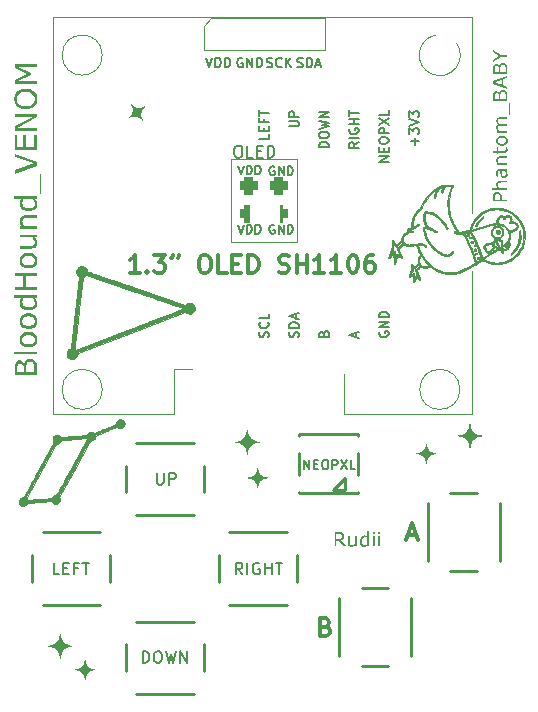
<source format=gto>
G04 #@! TF.GenerationSoftware,KiCad,Pcbnew,9.0.6*
G04 #@! TF.CreationDate,2025-11-17T18:11:24+05:30*
G04 #@! TF.ProjectId,BloodHound_VENOM,426c6f6f-6448-46f7-956e-645f56454e4f,1*
G04 #@! TF.SameCoordinates,Original*
G04 #@! TF.FileFunction,Legend,Top*
G04 #@! TF.FilePolarity,Positive*
%FSLAX46Y46*%
G04 Gerber Fmt 4.6, Leading zero omitted, Abs format (unit mm)*
G04 Created by KiCad (PCBNEW 9.0.6) date 2025-11-17 18:11:24*
%MOMM*%
%LPD*%
G01*
G04 APERTURE LIST*
G04 Aperture macros list*
%AMRoundRect*
0 Rectangle with rounded corners*
0 $1 Rounding radius*
0 $2 $3 $4 $5 $6 $7 $8 $9 X,Y pos of 4 corners*
0 Add a 4 corners polygon primitive as box body*
4,1,4,$2,$3,$4,$5,$6,$7,$8,$9,$2,$3,0*
0 Add four circle primitives for the rounded corners*
1,1,$1+$1,$2,$3*
1,1,$1+$1,$4,$5*
1,1,$1+$1,$6,$7*
1,1,$1+$1,$8,$9*
0 Add four rect primitives between the rounded corners*
20,1,$1+$1,$2,$3,$4,$5,0*
20,1,$1+$1,$4,$5,$6,$7,0*
20,1,$1+$1,$6,$7,$8,$9,0*
20,1,$1+$1,$8,$9,$2,$3,0*%
%AMFreePoly0*
4,1,6,1.000000,0.000000,0.500000,-0.750000,-0.500000,-0.750000,-0.500000,0.750000,0.500000,0.750000,1.000000,0.000000,1.000000,0.000000,$1*%
%AMFreePoly1*
4,1,6,0.500000,-0.750000,-0.650000,-0.750000,-0.150000,0.000000,-0.650000,0.750000,0.500000,0.750000,0.500000,-0.750000,0.500000,-0.750000,$1*%
G04 Aperture macros list end*
%ADD10C,0.120000*%
%ADD11C,0.150000*%
%ADD12C,0.300000*%
%ADD13C,0.160000*%
%ADD14C,0.250000*%
%ADD15C,0.010000*%
%ADD16C,1.800000*%
%ADD17R,2.250000X1.000000*%
%ADD18R,1.700000X1.700000*%
%ADD19O,1.700000X1.700000*%
%ADD20FreePoly0,180.000000*%
%ADD21FreePoly1,180.000000*%
%ADD22C,2.200000*%
%ADD23RoundRect,0.381000X0.381000X0.381000X-0.381000X0.381000X-0.381000X-0.381000X0.381000X-0.381000X0*%
%ADD24R,2.000000X2.000000*%
%ADD25O,1.600000X2.000000*%
%ADD26C,1.400000*%
%ADD27O,1.400000X1.400000*%
G04 APERTURE END LIST*
D10*
X149500000Y-86600000D02*
X155100000Y-86600000D01*
X155100000Y-86600000D02*
X155100000Y-79600000D01*
X149500000Y-79600000D02*
X149500000Y-86600000D01*
X155100000Y-79600000D02*
X149500000Y-79600000D01*
D11*
X143214286Y-106154819D02*
X143214286Y-106964342D01*
X143214286Y-106964342D02*
X143261905Y-107059580D01*
X143261905Y-107059580D02*
X143309524Y-107107200D01*
X143309524Y-107107200D02*
X143404762Y-107154819D01*
X143404762Y-107154819D02*
X143595238Y-107154819D01*
X143595238Y-107154819D02*
X143690476Y-107107200D01*
X143690476Y-107107200D02*
X143738095Y-107059580D01*
X143738095Y-107059580D02*
X143785714Y-106964342D01*
X143785714Y-106964342D02*
X143785714Y-106154819D01*
X144261905Y-107154819D02*
X144261905Y-106154819D01*
X144261905Y-106154819D02*
X144642857Y-106154819D01*
X144642857Y-106154819D02*
X144738095Y-106202438D01*
X144738095Y-106202438D02*
X144785714Y-106250057D01*
X144785714Y-106250057D02*
X144833333Y-106345295D01*
X144833333Y-106345295D02*
X144833333Y-106488152D01*
X144833333Y-106488152D02*
X144785714Y-106583390D01*
X144785714Y-106583390D02*
X144738095Y-106631009D01*
X144738095Y-106631009D02*
X144642857Y-106678628D01*
X144642857Y-106678628D02*
X144261905Y-106678628D01*
X142019048Y-122254819D02*
X142019048Y-121254819D01*
X142019048Y-121254819D02*
X142257143Y-121254819D01*
X142257143Y-121254819D02*
X142400000Y-121302438D01*
X142400000Y-121302438D02*
X142495238Y-121397676D01*
X142495238Y-121397676D02*
X142542857Y-121492914D01*
X142542857Y-121492914D02*
X142590476Y-121683390D01*
X142590476Y-121683390D02*
X142590476Y-121826247D01*
X142590476Y-121826247D02*
X142542857Y-122016723D01*
X142542857Y-122016723D02*
X142495238Y-122111961D01*
X142495238Y-122111961D02*
X142400000Y-122207200D01*
X142400000Y-122207200D02*
X142257143Y-122254819D01*
X142257143Y-122254819D02*
X142019048Y-122254819D01*
X143209524Y-121254819D02*
X143400000Y-121254819D01*
X143400000Y-121254819D02*
X143495238Y-121302438D01*
X143495238Y-121302438D02*
X143590476Y-121397676D01*
X143590476Y-121397676D02*
X143638095Y-121588152D01*
X143638095Y-121588152D02*
X143638095Y-121921485D01*
X143638095Y-121921485D02*
X143590476Y-122111961D01*
X143590476Y-122111961D02*
X143495238Y-122207200D01*
X143495238Y-122207200D02*
X143400000Y-122254819D01*
X143400000Y-122254819D02*
X143209524Y-122254819D01*
X143209524Y-122254819D02*
X143114286Y-122207200D01*
X143114286Y-122207200D02*
X143019048Y-122111961D01*
X143019048Y-122111961D02*
X142971429Y-121921485D01*
X142971429Y-121921485D02*
X142971429Y-121588152D01*
X142971429Y-121588152D02*
X143019048Y-121397676D01*
X143019048Y-121397676D02*
X143114286Y-121302438D01*
X143114286Y-121302438D02*
X143209524Y-121254819D01*
X143971429Y-121254819D02*
X144209524Y-122254819D01*
X144209524Y-122254819D02*
X144400000Y-121540533D01*
X144400000Y-121540533D02*
X144590476Y-122254819D01*
X144590476Y-122254819D02*
X144828572Y-121254819D01*
X145209524Y-122254819D02*
X145209524Y-121254819D01*
X145209524Y-121254819D02*
X145780952Y-122254819D01*
X145780952Y-122254819D02*
X145780952Y-121254819D01*
D12*
X164442857Y-111449757D02*
X165157143Y-111449757D01*
X164300000Y-111878328D02*
X164800000Y-110378328D01*
X164800000Y-110378328D02*
X165300000Y-111878328D01*
D11*
X150466666Y-114754819D02*
X150133333Y-114278628D01*
X149895238Y-114754819D02*
X149895238Y-113754819D01*
X149895238Y-113754819D02*
X150276190Y-113754819D01*
X150276190Y-113754819D02*
X150371428Y-113802438D01*
X150371428Y-113802438D02*
X150419047Y-113850057D01*
X150419047Y-113850057D02*
X150466666Y-113945295D01*
X150466666Y-113945295D02*
X150466666Y-114088152D01*
X150466666Y-114088152D02*
X150419047Y-114183390D01*
X150419047Y-114183390D02*
X150371428Y-114231009D01*
X150371428Y-114231009D02*
X150276190Y-114278628D01*
X150276190Y-114278628D02*
X149895238Y-114278628D01*
X150895238Y-114754819D02*
X150895238Y-113754819D01*
X151895237Y-113802438D02*
X151799999Y-113754819D01*
X151799999Y-113754819D02*
X151657142Y-113754819D01*
X151657142Y-113754819D02*
X151514285Y-113802438D01*
X151514285Y-113802438D02*
X151419047Y-113897676D01*
X151419047Y-113897676D02*
X151371428Y-113992914D01*
X151371428Y-113992914D02*
X151323809Y-114183390D01*
X151323809Y-114183390D02*
X151323809Y-114326247D01*
X151323809Y-114326247D02*
X151371428Y-114516723D01*
X151371428Y-114516723D02*
X151419047Y-114611961D01*
X151419047Y-114611961D02*
X151514285Y-114707200D01*
X151514285Y-114707200D02*
X151657142Y-114754819D01*
X151657142Y-114754819D02*
X151752380Y-114754819D01*
X151752380Y-114754819D02*
X151895237Y-114707200D01*
X151895237Y-114707200D02*
X151942856Y-114659580D01*
X151942856Y-114659580D02*
X151942856Y-114326247D01*
X151942856Y-114326247D02*
X151752380Y-114326247D01*
X152371428Y-114754819D02*
X152371428Y-113754819D01*
X152371428Y-114231009D02*
X152942856Y-114231009D01*
X152942856Y-114754819D02*
X152942856Y-113754819D01*
X153276190Y-113754819D02*
X153847618Y-113754819D01*
X153561904Y-114754819D02*
X153561904Y-113754819D01*
X134947618Y-114754819D02*
X134471428Y-114754819D01*
X134471428Y-114754819D02*
X134471428Y-113754819D01*
X135280952Y-114231009D02*
X135614285Y-114231009D01*
X135757142Y-114754819D02*
X135280952Y-114754819D01*
X135280952Y-114754819D02*
X135280952Y-113754819D01*
X135280952Y-113754819D02*
X135757142Y-113754819D01*
X136519047Y-114231009D02*
X136185714Y-114231009D01*
X136185714Y-114754819D02*
X136185714Y-113754819D01*
X136185714Y-113754819D02*
X136661904Y-113754819D01*
X136900000Y-113754819D02*
X137471428Y-113754819D01*
X137185714Y-114754819D02*
X137185714Y-113754819D01*
D13*
X160073203Y-94661905D02*
X160073203Y-94280952D01*
X160301775Y-94738095D02*
X159501775Y-94471428D01*
X159501775Y-94471428D02*
X160301775Y-94204762D01*
X162841775Y-79804761D02*
X162041775Y-79804761D01*
X162041775Y-79804761D02*
X162841775Y-79347618D01*
X162841775Y-79347618D02*
X162041775Y-79347618D01*
X162422727Y-78966666D02*
X162422727Y-78700000D01*
X162841775Y-78585714D02*
X162841775Y-78966666D01*
X162841775Y-78966666D02*
X162041775Y-78966666D01*
X162041775Y-78966666D02*
X162041775Y-78585714D01*
X162041775Y-78090475D02*
X162041775Y-77938094D01*
X162041775Y-77938094D02*
X162079870Y-77861904D01*
X162079870Y-77861904D02*
X162156060Y-77785713D01*
X162156060Y-77785713D02*
X162308441Y-77747618D01*
X162308441Y-77747618D02*
X162575108Y-77747618D01*
X162575108Y-77747618D02*
X162727489Y-77785713D01*
X162727489Y-77785713D02*
X162803680Y-77861904D01*
X162803680Y-77861904D02*
X162841775Y-77938094D01*
X162841775Y-77938094D02*
X162841775Y-78090475D01*
X162841775Y-78090475D02*
X162803680Y-78166666D01*
X162803680Y-78166666D02*
X162727489Y-78242856D01*
X162727489Y-78242856D02*
X162575108Y-78280952D01*
X162575108Y-78280952D02*
X162308441Y-78280952D01*
X162308441Y-78280952D02*
X162156060Y-78242856D01*
X162156060Y-78242856D02*
X162079870Y-78166666D01*
X162079870Y-78166666D02*
X162041775Y-78090475D01*
X162841775Y-77404761D02*
X162041775Y-77404761D01*
X162041775Y-77404761D02*
X162041775Y-77099999D01*
X162041775Y-77099999D02*
X162079870Y-77023809D01*
X162079870Y-77023809D02*
X162117965Y-76985714D01*
X162117965Y-76985714D02*
X162194156Y-76947618D01*
X162194156Y-76947618D02*
X162308441Y-76947618D01*
X162308441Y-76947618D02*
X162384632Y-76985714D01*
X162384632Y-76985714D02*
X162422727Y-77023809D01*
X162422727Y-77023809D02*
X162460822Y-77099999D01*
X162460822Y-77099999D02*
X162460822Y-77404761D01*
X162041775Y-76680952D02*
X162841775Y-76147618D01*
X162041775Y-76147618D02*
X162841775Y-76680952D01*
X162841775Y-75461904D02*
X162841775Y-75842856D01*
X162841775Y-75842856D02*
X162041775Y-75842856D01*
X157761775Y-78585713D02*
X156961775Y-78585713D01*
X156961775Y-78585713D02*
X156961775Y-78395237D01*
X156961775Y-78395237D02*
X156999870Y-78280951D01*
X156999870Y-78280951D02*
X157076060Y-78204761D01*
X157076060Y-78204761D02*
X157152251Y-78166666D01*
X157152251Y-78166666D02*
X157304632Y-78128570D01*
X157304632Y-78128570D02*
X157418918Y-78128570D01*
X157418918Y-78128570D02*
X157571299Y-78166666D01*
X157571299Y-78166666D02*
X157647489Y-78204761D01*
X157647489Y-78204761D02*
X157723680Y-78280951D01*
X157723680Y-78280951D02*
X157761775Y-78395237D01*
X157761775Y-78395237D02*
X157761775Y-78585713D01*
X156961775Y-77633332D02*
X156961775Y-77480951D01*
X156961775Y-77480951D02*
X156999870Y-77404761D01*
X156999870Y-77404761D02*
X157076060Y-77328570D01*
X157076060Y-77328570D02*
X157228441Y-77290475D01*
X157228441Y-77290475D02*
X157495108Y-77290475D01*
X157495108Y-77290475D02*
X157647489Y-77328570D01*
X157647489Y-77328570D02*
X157723680Y-77404761D01*
X157723680Y-77404761D02*
X157761775Y-77480951D01*
X157761775Y-77480951D02*
X157761775Y-77633332D01*
X157761775Y-77633332D02*
X157723680Y-77709523D01*
X157723680Y-77709523D02*
X157647489Y-77785713D01*
X157647489Y-77785713D02*
X157495108Y-77823809D01*
X157495108Y-77823809D02*
X157228441Y-77823809D01*
X157228441Y-77823809D02*
X157076060Y-77785713D01*
X157076060Y-77785713D02*
X156999870Y-77709523D01*
X156999870Y-77709523D02*
X156961775Y-77633332D01*
X156961775Y-77023809D02*
X157761775Y-76833333D01*
X157761775Y-76833333D02*
X157190346Y-76680952D01*
X157190346Y-76680952D02*
X157761775Y-76528571D01*
X157761775Y-76528571D02*
X156961775Y-76338095D01*
X157761775Y-76033332D02*
X156961775Y-76033332D01*
X156961775Y-76033332D02*
X157761775Y-75576189D01*
X157761775Y-75576189D02*
X156961775Y-75576189D01*
X160301775Y-78166665D02*
X159920822Y-78433332D01*
X160301775Y-78623808D02*
X159501775Y-78623808D01*
X159501775Y-78623808D02*
X159501775Y-78319046D01*
X159501775Y-78319046D02*
X159539870Y-78242856D01*
X159539870Y-78242856D02*
X159577965Y-78204761D01*
X159577965Y-78204761D02*
X159654156Y-78166665D01*
X159654156Y-78166665D02*
X159768441Y-78166665D01*
X159768441Y-78166665D02*
X159844632Y-78204761D01*
X159844632Y-78204761D02*
X159882727Y-78242856D01*
X159882727Y-78242856D02*
X159920822Y-78319046D01*
X159920822Y-78319046D02*
X159920822Y-78623808D01*
X160301775Y-77823808D02*
X159501775Y-77823808D01*
X159539870Y-77023809D02*
X159501775Y-77099999D01*
X159501775Y-77099999D02*
X159501775Y-77214285D01*
X159501775Y-77214285D02*
X159539870Y-77328571D01*
X159539870Y-77328571D02*
X159616060Y-77404761D01*
X159616060Y-77404761D02*
X159692251Y-77442856D01*
X159692251Y-77442856D02*
X159844632Y-77480952D01*
X159844632Y-77480952D02*
X159958918Y-77480952D01*
X159958918Y-77480952D02*
X160111299Y-77442856D01*
X160111299Y-77442856D02*
X160187489Y-77404761D01*
X160187489Y-77404761D02*
X160263680Y-77328571D01*
X160263680Y-77328571D02*
X160301775Y-77214285D01*
X160301775Y-77214285D02*
X160301775Y-77138094D01*
X160301775Y-77138094D02*
X160263680Y-77023809D01*
X160263680Y-77023809D02*
X160225584Y-76985713D01*
X160225584Y-76985713D02*
X159958918Y-76985713D01*
X159958918Y-76985713D02*
X159958918Y-77138094D01*
X160301775Y-76642856D02*
X159501775Y-76642856D01*
X159882727Y-76642856D02*
X159882727Y-76185713D01*
X160301775Y-76185713D02*
X159501775Y-76185713D01*
X159501775Y-75919047D02*
X159501775Y-75461904D01*
X160301775Y-75690476D02*
X159501775Y-75690476D01*
X154421775Y-76833332D02*
X155069394Y-76833332D01*
X155069394Y-76833332D02*
X155145584Y-76795237D01*
X155145584Y-76795237D02*
X155183680Y-76757142D01*
X155183680Y-76757142D02*
X155221775Y-76680951D01*
X155221775Y-76680951D02*
X155221775Y-76528570D01*
X155221775Y-76528570D02*
X155183680Y-76452380D01*
X155183680Y-76452380D02*
X155145584Y-76414285D01*
X155145584Y-76414285D02*
X155069394Y-76376189D01*
X155069394Y-76376189D02*
X154421775Y-76376189D01*
X155221775Y-75995237D02*
X154421775Y-75995237D01*
X154421775Y-75995237D02*
X154421775Y-75690475D01*
X154421775Y-75690475D02*
X154459870Y-75614285D01*
X154459870Y-75614285D02*
X154497965Y-75576190D01*
X154497965Y-75576190D02*
X154574156Y-75538094D01*
X154574156Y-75538094D02*
X154688441Y-75538094D01*
X154688441Y-75538094D02*
X154764632Y-75576190D01*
X154764632Y-75576190D02*
X154802727Y-75614285D01*
X154802727Y-75614285D02*
X154840822Y-75690475D01*
X154840822Y-75690475D02*
X154840822Y-75995237D01*
X152681775Y-77480952D02*
X152681775Y-77861904D01*
X152681775Y-77861904D02*
X151881775Y-77861904D01*
X152262727Y-77214285D02*
X152262727Y-76947619D01*
X152681775Y-76833333D02*
X152681775Y-77214285D01*
X152681775Y-77214285D02*
X151881775Y-77214285D01*
X151881775Y-77214285D02*
X151881775Y-76833333D01*
X152262727Y-76223809D02*
X152262727Y-76490475D01*
X152681775Y-76490475D02*
X151881775Y-76490475D01*
X151881775Y-76490475D02*
X151881775Y-76109523D01*
X151881775Y-75919047D02*
X151881775Y-75461904D01*
X152681775Y-75690476D02*
X151881775Y-75690476D01*
X152643680Y-94661905D02*
X152681775Y-94547619D01*
X152681775Y-94547619D02*
X152681775Y-94357143D01*
X152681775Y-94357143D02*
X152643680Y-94280952D01*
X152643680Y-94280952D02*
X152605584Y-94242857D01*
X152605584Y-94242857D02*
X152529394Y-94204762D01*
X152529394Y-94204762D02*
X152453203Y-94204762D01*
X152453203Y-94204762D02*
X152377013Y-94242857D01*
X152377013Y-94242857D02*
X152338918Y-94280952D01*
X152338918Y-94280952D02*
X152300822Y-94357143D01*
X152300822Y-94357143D02*
X152262727Y-94509524D01*
X152262727Y-94509524D02*
X152224632Y-94585714D01*
X152224632Y-94585714D02*
X152186537Y-94623809D01*
X152186537Y-94623809D02*
X152110346Y-94661905D01*
X152110346Y-94661905D02*
X152034156Y-94661905D01*
X152034156Y-94661905D02*
X151957965Y-94623809D01*
X151957965Y-94623809D02*
X151919870Y-94585714D01*
X151919870Y-94585714D02*
X151881775Y-94509524D01*
X151881775Y-94509524D02*
X151881775Y-94319047D01*
X151881775Y-94319047D02*
X151919870Y-94204762D01*
X152605584Y-93404761D02*
X152643680Y-93442857D01*
X152643680Y-93442857D02*
X152681775Y-93557142D01*
X152681775Y-93557142D02*
X152681775Y-93633333D01*
X152681775Y-93633333D02*
X152643680Y-93747619D01*
X152643680Y-93747619D02*
X152567489Y-93823809D01*
X152567489Y-93823809D02*
X152491299Y-93861904D01*
X152491299Y-93861904D02*
X152338918Y-93900000D01*
X152338918Y-93900000D02*
X152224632Y-93900000D01*
X152224632Y-93900000D02*
X152072251Y-93861904D01*
X152072251Y-93861904D02*
X151996060Y-93823809D01*
X151996060Y-93823809D02*
X151919870Y-93747619D01*
X151919870Y-93747619D02*
X151881775Y-93633333D01*
X151881775Y-93633333D02*
X151881775Y-93557142D01*
X151881775Y-93557142D02*
X151919870Y-93442857D01*
X151919870Y-93442857D02*
X151957965Y-93404761D01*
X152681775Y-92680952D02*
X152681775Y-93061904D01*
X152681775Y-93061904D02*
X151881775Y-93061904D01*
X162079870Y-94204761D02*
X162041775Y-94280951D01*
X162041775Y-94280951D02*
X162041775Y-94395237D01*
X162041775Y-94395237D02*
X162079870Y-94509523D01*
X162079870Y-94509523D02*
X162156060Y-94585713D01*
X162156060Y-94585713D02*
X162232251Y-94623808D01*
X162232251Y-94623808D02*
X162384632Y-94661904D01*
X162384632Y-94661904D02*
X162498918Y-94661904D01*
X162498918Y-94661904D02*
X162651299Y-94623808D01*
X162651299Y-94623808D02*
X162727489Y-94585713D01*
X162727489Y-94585713D02*
X162803680Y-94509523D01*
X162803680Y-94509523D02*
X162841775Y-94395237D01*
X162841775Y-94395237D02*
X162841775Y-94319046D01*
X162841775Y-94319046D02*
X162803680Y-94204761D01*
X162803680Y-94204761D02*
X162765584Y-94166665D01*
X162765584Y-94166665D02*
X162498918Y-94166665D01*
X162498918Y-94166665D02*
X162498918Y-94319046D01*
X162841775Y-93823808D02*
X162041775Y-93823808D01*
X162041775Y-93823808D02*
X162841775Y-93366665D01*
X162841775Y-93366665D02*
X162041775Y-93366665D01*
X162841775Y-92985713D02*
X162041775Y-92985713D01*
X162041775Y-92985713D02*
X162041775Y-92795237D01*
X162041775Y-92795237D02*
X162079870Y-92680951D01*
X162079870Y-92680951D02*
X162156060Y-92604761D01*
X162156060Y-92604761D02*
X162232251Y-92566666D01*
X162232251Y-92566666D02*
X162384632Y-92528570D01*
X162384632Y-92528570D02*
X162498918Y-92528570D01*
X162498918Y-92528570D02*
X162651299Y-92566666D01*
X162651299Y-92566666D02*
X162727489Y-92604761D01*
X162727489Y-92604761D02*
X162803680Y-92680951D01*
X162803680Y-92680951D02*
X162841775Y-92795237D01*
X162841775Y-92795237D02*
X162841775Y-92985713D01*
D11*
G36*
X132582926Y-96484277D02*
G01*
X132664612Y-96502210D01*
X132737675Y-96531137D01*
X132835668Y-96593836D01*
X132913671Y-96673921D01*
X132984915Y-96785622D01*
X133031942Y-96907075D01*
X133057343Y-97042836D01*
X133067074Y-97229921D01*
X133067074Y-97897190D01*
X131187381Y-97897190D01*
X131187381Y-97348758D01*
X131404268Y-97348758D01*
X131404268Y-97646978D01*
X131946487Y-97646978D01*
X131946487Y-97323454D01*
X131944372Y-97253982D01*
X132163375Y-97253982D01*
X132163375Y-97646978D01*
X132850186Y-97646978D01*
X132850186Y-97315886D01*
X132845527Y-97159028D01*
X132833467Y-97046810D01*
X132808667Y-96948293D01*
X132772129Y-96874881D01*
X132718976Y-96812332D01*
X132661765Y-96771294D01*
X132594214Y-96747367D01*
X132501810Y-96738422D01*
X132396929Y-96747900D01*
X132324572Y-96772537D01*
X132266030Y-96818101D01*
X132212965Y-96896344D01*
X132188078Y-96961174D01*
X132172751Y-97043647D01*
X132163375Y-97253982D01*
X131944372Y-97253982D01*
X131943093Y-97211964D01*
X131934513Y-97136502D01*
X131916065Y-97069441D01*
X131884697Y-97007499D01*
X131840830Y-96956335D01*
X131786985Y-96923455D01*
X131723718Y-96905363D01*
X131645104Y-96898829D01*
X131580362Y-96904938D01*
X131530334Y-96921647D01*
X131488659Y-96950775D01*
X131454762Y-96994847D01*
X131427729Y-97058615D01*
X131412514Y-97138987D01*
X131404268Y-97348758D01*
X131187381Y-97348758D01*
X131187381Y-97339947D01*
X131191866Y-97146951D01*
X131202630Y-97031560D01*
X131225951Y-96931614D01*
X131265889Y-96835683D01*
X131307112Y-96771027D01*
X131353677Y-96721618D01*
X131405850Y-96685330D01*
X131497172Y-96650853D01*
X131610424Y-96638564D01*
X131697753Y-96646568D01*
X131773239Y-96669506D01*
X131839173Y-96706793D01*
X131923632Y-96785353D01*
X131991898Y-96888775D01*
X132001952Y-96888775D01*
X132039097Y-96767459D01*
X132094668Y-96668468D01*
X132168571Y-96588070D01*
X132259140Y-96527927D01*
X132365261Y-96491000D01*
X132491079Y-96478044D01*
X132582926Y-96484277D01*
G37*
G36*
X133067074Y-95901259D02*
G01*
X133067074Y-96138818D01*
X131100625Y-96138818D01*
X131100625Y-95901259D01*
X133067074Y-95901259D01*
G37*
G36*
X132534278Y-94240321D02*
G01*
X132678833Y-94275151D01*
X132801085Y-94330184D01*
X132904634Y-94404847D01*
X132990754Y-94499745D01*
X133052129Y-94608347D01*
X133089982Y-94733370D01*
X133103221Y-94878724D01*
X133089930Y-95025482D01*
X133051994Y-95151240D01*
X132990609Y-95260022D01*
X132904634Y-95354634D01*
X132801128Y-95428986D01*
X132678891Y-95483813D01*
X132534321Y-95518522D01*
X132362866Y-95530855D01*
X132191430Y-95518532D01*
X132046732Y-95483837D01*
X131924253Y-95429010D01*
X131820421Y-95354634D01*
X131734122Y-95259979D01*
X131672533Y-95151182D01*
X131634485Y-95025439D01*
X131621156Y-94878724D01*
X131830814Y-94878724D01*
X131839662Y-94973347D01*
X131864773Y-95053136D01*
X131905263Y-95121020D01*
X131961963Y-95178978D01*
X132029234Y-95222238D01*
X132115448Y-95255622D01*
X132224934Y-95277648D01*
X132362866Y-95285727D01*
X132495623Y-95277762D01*
X132603028Y-95255851D01*
X132689489Y-95222278D01*
X132758686Y-95178300D01*
X132817268Y-95119833D01*
X132858869Y-95051839D01*
X132884546Y-94972425D01*
X132893563Y-94878724D01*
X132884668Y-94786343D01*
X132859280Y-94707632D01*
X132818061Y-94639849D01*
X132759929Y-94581181D01*
X132691309Y-94537028D01*
X132604961Y-94503243D01*
X132497023Y-94481133D01*
X132362866Y-94473076D01*
X132224985Y-94481200D01*
X132115515Y-94503353D01*
X132029281Y-94536944D01*
X131961963Y-94580503D01*
X131905114Y-94638740D01*
X131864634Y-94706447D01*
X131839607Y-94785507D01*
X131830814Y-94878724D01*
X131621156Y-94878724D01*
X131634432Y-94733413D01*
X131672398Y-94608405D01*
X131733977Y-94499787D01*
X131820421Y-94404847D01*
X131924296Y-94330160D01*
X132046790Y-94275127D01*
X132191474Y-94240311D01*
X132362866Y-94227948D01*
X132534278Y-94240321D01*
G37*
G36*
X132534278Y-92669693D02*
G01*
X132678833Y-92704523D01*
X132801085Y-92759556D01*
X132904634Y-92834219D01*
X132990754Y-92929117D01*
X133052129Y-93037719D01*
X133089982Y-93162742D01*
X133103221Y-93308096D01*
X133089930Y-93454854D01*
X133051994Y-93580612D01*
X132990609Y-93689394D01*
X132904634Y-93784006D01*
X132801128Y-93858358D01*
X132678891Y-93913185D01*
X132534321Y-93947894D01*
X132362866Y-93960227D01*
X132191430Y-93947904D01*
X132046732Y-93913209D01*
X131924253Y-93858382D01*
X131820421Y-93784006D01*
X131734122Y-93689351D01*
X131672533Y-93580554D01*
X131634485Y-93454811D01*
X131621156Y-93308096D01*
X131830814Y-93308096D01*
X131839662Y-93402719D01*
X131864773Y-93482508D01*
X131905263Y-93550392D01*
X131961963Y-93608350D01*
X132029234Y-93651610D01*
X132115448Y-93684994D01*
X132224934Y-93707020D01*
X132362866Y-93715099D01*
X132495623Y-93707134D01*
X132603028Y-93685223D01*
X132689489Y-93651650D01*
X132758686Y-93607672D01*
X132817268Y-93549205D01*
X132858869Y-93481211D01*
X132884546Y-93401797D01*
X132893563Y-93308096D01*
X132884668Y-93215715D01*
X132859280Y-93137004D01*
X132818061Y-93069220D01*
X132759929Y-93010553D01*
X132691309Y-92966400D01*
X132604961Y-92932615D01*
X132497023Y-92910505D01*
X132362866Y-92902448D01*
X132224985Y-92910572D01*
X132115515Y-92932725D01*
X132029281Y-92966316D01*
X131961963Y-93009875D01*
X131905114Y-93068112D01*
X131864634Y-93135819D01*
X131839607Y-93214879D01*
X131830814Y-93308096D01*
X131621156Y-93308096D01*
X131634432Y-93162784D01*
X131672398Y-93037777D01*
X131733977Y-92929159D01*
X131820421Y-92834219D01*
X131924296Y-92759532D01*
X132046790Y-92704499D01*
X132191474Y-92669683D01*
X132362866Y-92657320D01*
X132534278Y-92669693D01*
G37*
G36*
X133067074Y-91382427D02*
G01*
X132917173Y-91382427D01*
X132996305Y-91488373D01*
X133054196Y-91596039D01*
X133090758Y-91710926D01*
X133103221Y-91837326D01*
X133090627Y-91959533D01*
X133054385Y-92065021D01*
X132994838Y-92157335D01*
X132909717Y-92238681D01*
X132810394Y-92300279D01*
X132690592Y-92346626D01*
X132546351Y-92376423D01*
X132372920Y-92387114D01*
X132254664Y-92381058D01*
X132149151Y-92363691D01*
X132054818Y-92335942D01*
X131923853Y-92274697D01*
X131817258Y-92197563D01*
X131732761Y-92104159D01*
X131671424Y-91997281D01*
X131633663Y-91880535D01*
X131621156Y-91760286D01*
X131623468Y-91719846D01*
X131838043Y-91719846D01*
X131847323Y-91817300D01*
X131873719Y-91899771D01*
X131916415Y-91970247D01*
X131976422Y-92030718D01*
X132047581Y-92076712D01*
X132134449Y-92111409D01*
X132240189Y-92133804D01*
X132368627Y-92141873D01*
X132534167Y-92130604D01*
X132657869Y-92100601D01*
X132748972Y-92056021D01*
X132804756Y-92007873D01*
X132844822Y-91947797D01*
X132870047Y-91873308D01*
X132879104Y-91780506D01*
X132868247Y-91680161D01*
X132834484Y-91575819D01*
X132783469Y-91475742D01*
X132719375Y-91382427D01*
X131913502Y-91382427D01*
X131876151Y-91476862D01*
X131854423Y-91554356D01*
X131842292Y-91632094D01*
X131838043Y-91719846D01*
X131623468Y-91719846D01*
X131627313Y-91652600D01*
X131644426Y-91563167D01*
X131673292Y-91477115D01*
X131716722Y-91382427D01*
X131100625Y-91382427D01*
X131100625Y-91144754D01*
X133067074Y-91144754D01*
X133067074Y-91382427D01*
G37*
G36*
X133067074Y-89219199D02*
G01*
X133067074Y-89469410D01*
X132148916Y-89469410D01*
X132148916Y-90408353D01*
X133067074Y-90408353D01*
X133067074Y-90658565D01*
X131187381Y-90658565D01*
X131187381Y-90408353D01*
X131924799Y-90408353D01*
X131924799Y-89469410D01*
X131187381Y-89469410D01*
X131187381Y-89219199D01*
X133067074Y-89219199D01*
G37*
G36*
X132534278Y-87542108D02*
G01*
X132678833Y-87576938D01*
X132801085Y-87631970D01*
X132904634Y-87706633D01*
X132990754Y-87801531D01*
X133052129Y-87910134D01*
X133089982Y-88035156D01*
X133103221Y-88180510D01*
X133089930Y-88327269D01*
X133051994Y-88453026D01*
X132990609Y-88561809D01*
X132904634Y-88656420D01*
X132801128Y-88730773D01*
X132678891Y-88785599D01*
X132534321Y-88820309D01*
X132362866Y-88832642D01*
X132191430Y-88820319D01*
X132046732Y-88785623D01*
X131924253Y-88730796D01*
X131820421Y-88656420D01*
X131734122Y-88561766D01*
X131672533Y-88452968D01*
X131634485Y-88327226D01*
X131621156Y-88180510D01*
X131830814Y-88180510D01*
X131839662Y-88275134D01*
X131864773Y-88354923D01*
X131905263Y-88422807D01*
X131961963Y-88480764D01*
X132029234Y-88524025D01*
X132115448Y-88557408D01*
X132224934Y-88579434D01*
X132362866Y-88587513D01*
X132495623Y-88579549D01*
X132603028Y-88557637D01*
X132689489Y-88524064D01*
X132758686Y-88480086D01*
X132817268Y-88421619D01*
X132858869Y-88353625D01*
X132884546Y-88274212D01*
X132893563Y-88180510D01*
X132884668Y-88088130D01*
X132859280Y-88009418D01*
X132818061Y-87941635D01*
X132759929Y-87882967D01*
X132691309Y-87838815D01*
X132604961Y-87805029D01*
X132497023Y-87782919D01*
X132362866Y-87774863D01*
X132224985Y-87782987D01*
X132115515Y-87805139D01*
X132029281Y-87838730D01*
X131961963Y-87882290D01*
X131905114Y-87940526D01*
X131864634Y-88008233D01*
X131839607Y-88087294D01*
X131830814Y-88180510D01*
X131621156Y-88180510D01*
X131634432Y-88035199D01*
X131672398Y-87910192D01*
X131733977Y-87801574D01*
X131820421Y-87706633D01*
X131924296Y-87631947D01*
X132046790Y-87576914D01*
X132191474Y-87542098D01*
X132362866Y-87529734D01*
X132534278Y-87542108D01*
G37*
G36*
X133067074Y-85991978D02*
G01*
X133067074Y-86229538D01*
X132908023Y-86229538D01*
X132993653Y-86350596D01*
X133052840Y-86459529D01*
X133090336Y-86573758D01*
X133103221Y-86702172D01*
X133093921Y-86812020D01*
X133067658Y-86904330D01*
X133025743Y-86982370D01*
X132967893Y-87048515D01*
X132897326Y-87099822D01*
X132810078Y-87138396D01*
X132702605Y-87163314D01*
X132570491Y-87172322D01*
X131657304Y-87172322D01*
X131657304Y-86934762D01*
X132459223Y-86934762D01*
X132642674Y-86924708D01*
X132715001Y-86908338D01*
X132773146Y-86881670D01*
X132821554Y-86842029D01*
X132853914Y-86793220D01*
X132871853Y-86732249D01*
X132879104Y-86635186D01*
X132867911Y-86542054D01*
X132831208Y-86433661D01*
X132776745Y-86328072D01*
X132708870Y-86229538D01*
X131657304Y-86229538D01*
X131657304Y-85991978D01*
X133067074Y-85991978D01*
G37*
G36*
X133067074Y-84344310D02*
G01*
X133067074Y-84581870D01*
X132265154Y-84581870D01*
X132082946Y-84593279D01*
X132003554Y-84610496D01*
X131949876Y-84634962D01*
X131904009Y-84673250D01*
X131871141Y-84726010D01*
X131852407Y-84790333D01*
X131845273Y-84880090D01*
X131856715Y-84977381D01*
X131893169Y-85083648D01*
X131947332Y-85186986D01*
X132015507Y-85287093D01*
X133067074Y-85287093D01*
X133067074Y-85524653D01*
X131657304Y-85524653D01*
X131657304Y-85287093D01*
X131816355Y-85287093D01*
X131733524Y-85172419D01*
X131672780Y-85057102D01*
X131633951Y-84936187D01*
X131621156Y-84813217D01*
X131630733Y-84699990D01*
X131657582Y-84606441D01*
X131700121Y-84528812D01*
X131758518Y-84464389D01*
X131829734Y-84414564D01*
X131917023Y-84377133D01*
X132023705Y-84353007D01*
X132153886Y-84344310D01*
X133067074Y-84344310D01*
G37*
G36*
X133067074Y-82979838D02*
G01*
X132917173Y-82979838D01*
X132996305Y-83085784D01*
X133054196Y-83193450D01*
X133090758Y-83308337D01*
X133103221Y-83434737D01*
X133090627Y-83556945D01*
X133054385Y-83662432D01*
X132994838Y-83754746D01*
X132909717Y-83836092D01*
X132810394Y-83897690D01*
X132690592Y-83944037D01*
X132546351Y-83973834D01*
X132372920Y-83984525D01*
X132254664Y-83978469D01*
X132149151Y-83961102D01*
X132054818Y-83933353D01*
X131923853Y-83872108D01*
X131817258Y-83794974D01*
X131732761Y-83701570D01*
X131671424Y-83594692D01*
X131633663Y-83477946D01*
X131621156Y-83357697D01*
X131623468Y-83317257D01*
X131838043Y-83317257D01*
X131847323Y-83414711D01*
X131873719Y-83497182D01*
X131916415Y-83567658D01*
X131976422Y-83628129D01*
X132047581Y-83674123D01*
X132134449Y-83708820D01*
X132240189Y-83731215D01*
X132368627Y-83739284D01*
X132534167Y-83728015D01*
X132657869Y-83698012D01*
X132748972Y-83653432D01*
X132804756Y-83605284D01*
X132844822Y-83545208D01*
X132870047Y-83470719D01*
X132879104Y-83377917D01*
X132868247Y-83277572D01*
X132834484Y-83173230D01*
X132783469Y-83073153D01*
X132719375Y-82979838D01*
X131913502Y-82979838D01*
X131876151Y-83074273D01*
X131854423Y-83151767D01*
X131842292Y-83229505D01*
X131838043Y-83317257D01*
X131623468Y-83317257D01*
X131627313Y-83250011D01*
X131644426Y-83160578D01*
X131673292Y-83074526D01*
X131716722Y-82979838D01*
X131100625Y-82979838D01*
X131100625Y-82742165D01*
X133067074Y-82742165D01*
X133067074Y-82979838D01*
G37*
G36*
X133443012Y-80858293D02*
G01*
X133443012Y-82513869D01*
X133291191Y-82513869D01*
X133291191Y-80858293D01*
X133443012Y-80858293D01*
G37*
G36*
X131187381Y-79125790D02*
G01*
X133067074Y-79810793D01*
X133067074Y-80144371D01*
X131187381Y-80829375D01*
X131187381Y-80561428D01*
X132841149Y-79971313D01*
X131187381Y-79381085D01*
X131187381Y-79125790D01*
G37*
G36*
X133067074Y-77600347D02*
G01*
X133067074Y-78839995D01*
X131187381Y-78839995D01*
X131187381Y-77600347D01*
X131411498Y-77600347D01*
X131411498Y-78589784D01*
X131924799Y-78589784D01*
X131924799Y-77600347D01*
X132148916Y-77600347D01*
X132148916Y-78589784D01*
X132842956Y-78589784D01*
X132842956Y-77600347D01*
X133067074Y-77600347D01*
G37*
G36*
X133067074Y-75766855D02*
G01*
X133067074Y-76076485D01*
X131385629Y-76968774D01*
X133067074Y-76968774D01*
X133067074Y-77202493D01*
X131187381Y-77202493D01*
X131187381Y-76814581D01*
X132722425Y-76000687D01*
X131187381Y-76000687D01*
X131187381Y-75766855D01*
X133067074Y-75766855D01*
G37*
G36*
X132281384Y-73633840D02*
G01*
X132418997Y-73655076D01*
X132542589Y-73689026D01*
X132660816Y-73737720D01*
X132761845Y-73796140D01*
X132847701Y-73864005D01*
X132925702Y-73946459D01*
X132989245Y-74037756D01*
X133039059Y-74138842D01*
X133073912Y-74246379D01*
X133095652Y-74366470D01*
X133103221Y-74501000D01*
X133095633Y-74631964D01*
X133073593Y-74751742D01*
X133037816Y-74861801D01*
X132987130Y-74965380D01*
X132923908Y-75057012D01*
X132847701Y-75137881D01*
X132760171Y-75206665D01*
X132658823Y-75265085D01*
X132541912Y-75312973D01*
X132419640Y-75346102D01*
X132282307Y-75366920D01*
X132127905Y-75374198D01*
X131976027Y-75367034D01*
X131839631Y-75346452D01*
X131716948Y-75313538D01*
X131599617Y-75266006D01*
X131496304Y-75207025D01*
X131405511Y-75136639D01*
X131330326Y-75057258D01*
X131267508Y-74965672D01*
X131216751Y-74860446D01*
X131180751Y-74748798D01*
X131158751Y-74629393D01*
X131151233Y-74501000D01*
X131151305Y-74499757D01*
X131368120Y-74499757D01*
X131381340Y-74639823D01*
X131419027Y-74759074D01*
X131480079Y-74861627D01*
X131565917Y-74950251D01*
X131668011Y-75018110D01*
X131792520Y-75069175D01*
X131943978Y-75102084D01*
X132127905Y-75113933D01*
X132313787Y-75101808D01*
X132465887Y-75068216D01*
X132590074Y-75016212D01*
X132691135Y-74947201D01*
X132776133Y-74857203D01*
X132836390Y-74754521D01*
X132873411Y-74636622D01*
X132886334Y-74499757D01*
X132873401Y-74362886D01*
X132836367Y-74245115D01*
X132776112Y-74142666D01*
X132691135Y-74052991D01*
X132590111Y-73984233D01*
X132465940Y-73932402D01*
X132313827Y-73898913D01*
X132127905Y-73886823D01*
X131944024Y-73898715D01*
X131792582Y-73931747D01*
X131668055Y-73983019D01*
X131565917Y-74051184D01*
X131479935Y-74140088D01*
X131418892Y-74242477D01*
X131381287Y-74361033D01*
X131368120Y-74499757D01*
X131151305Y-74499757D01*
X131158965Y-74367477D01*
X131181293Y-74246951D01*
X131217316Y-74137713D01*
X131268135Y-74034737D01*
X131330749Y-73943899D01*
X131405511Y-73864005D01*
X131493929Y-73794510D01*
X131596144Y-73735719D01*
X131713898Y-73687784D01*
X131836988Y-73654535D01*
X131974367Y-73633707D01*
X132127905Y-73626445D01*
X132281384Y-73633840D01*
G37*
G36*
X133067074Y-71554152D02*
G01*
X133067074Y-71804363D01*
X131446855Y-71804363D01*
X132546543Y-72327605D01*
X132546543Y-72476715D01*
X131446855Y-72996116D01*
X133067074Y-72996116D01*
X133067074Y-73229835D01*
X131187381Y-73229835D01*
X131187381Y-72888688D01*
X132231604Y-72386910D01*
X131187381Y-71901624D01*
X131187381Y-71554152D01*
X133067074Y-71554152D01*
G37*
D13*
X157342727Y-94357143D02*
X157380822Y-94242857D01*
X157380822Y-94242857D02*
X157418918Y-94204762D01*
X157418918Y-94204762D02*
X157495108Y-94166666D01*
X157495108Y-94166666D02*
X157609394Y-94166666D01*
X157609394Y-94166666D02*
X157685584Y-94204762D01*
X157685584Y-94204762D02*
X157723680Y-94242857D01*
X157723680Y-94242857D02*
X157761775Y-94319047D01*
X157761775Y-94319047D02*
X157761775Y-94623809D01*
X157761775Y-94623809D02*
X156961775Y-94623809D01*
X156961775Y-94623809D02*
X156961775Y-94357143D01*
X156961775Y-94357143D02*
X156999870Y-94280952D01*
X156999870Y-94280952D02*
X157037965Y-94242857D01*
X157037965Y-94242857D02*
X157114156Y-94204762D01*
X157114156Y-94204762D02*
X157190346Y-94204762D01*
X157190346Y-94204762D02*
X157266537Y-94242857D01*
X157266537Y-94242857D02*
X157304632Y-94280952D01*
X157304632Y-94280952D02*
X157342727Y-94357143D01*
X157342727Y-94357143D02*
X157342727Y-94623809D01*
D11*
X155685714Y-105862295D02*
X155685714Y-105062295D01*
X155685714Y-105062295D02*
X156142857Y-105862295D01*
X156142857Y-105862295D02*
X156142857Y-105062295D01*
X156523809Y-105443247D02*
X156790475Y-105443247D01*
X156904761Y-105862295D02*
X156523809Y-105862295D01*
X156523809Y-105862295D02*
X156523809Y-105062295D01*
X156523809Y-105062295D02*
X156904761Y-105062295D01*
X157400000Y-105062295D02*
X157552381Y-105062295D01*
X157552381Y-105062295D02*
X157628571Y-105100390D01*
X157628571Y-105100390D02*
X157704762Y-105176580D01*
X157704762Y-105176580D02*
X157742857Y-105328961D01*
X157742857Y-105328961D02*
X157742857Y-105595628D01*
X157742857Y-105595628D02*
X157704762Y-105748009D01*
X157704762Y-105748009D02*
X157628571Y-105824200D01*
X157628571Y-105824200D02*
X157552381Y-105862295D01*
X157552381Y-105862295D02*
X157400000Y-105862295D01*
X157400000Y-105862295D02*
X157323809Y-105824200D01*
X157323809Y-105824200D02*
X157247619Y-105748009D01*
X157247619Y-105748009D02*
X157209523Y-105595628D01*
X157209523Y-105595628D02*
X157209523Y-105328961D01*
X157209523Y-105328961D02*
X157247619Y-105176580D01*
X157247619Y-105176580D02*
X157323809Y-105100390D01*
X157323809Y-105100390D02*
X157400000Y-105062295D01*
X158085714Y-105862295D02*
X158085714Y-105062295D01*
X158085714Y-105062295D02*
X158390476Y-105062295D01*
X158390476Y-105062295D02*
X158466666Y-105100390D01*
X158466666Y-105100390D02*
X158504761Y-105138485D01*
X158504761Y-105138485D02*
X158542857Y-105214676D01*
X158542857Y-105214676D02*
X158542857Y-105328961D01*
X158542857Y-105328961D02*
X158504761Y-105405152D01*
X158504761Y-105405152D02*
X158466666Y-105443247D01*
X158466666Y-105443247D02*
X158390476Y-105481342D01*
X158390476Y-105481342D02*
X158085714Y-105481342D01*
X158809523Y-105062295D02*
X159342857Y-105862295D01*
X159342857Y-105062295D02*
X158809523Y-105862295D01*
X160028571Y-105862295D02*
X159647619Y-105862295D01*
X159647619Y-105862295D02*
X159647619Y-105062295D01*
X153170112Y-80236128D02*
X153098684Y-80200414D01*
X153098684Y-80200414D02*
X152991541Y-80200414D01*
X152991541Y-80200414D02*
X152884398Y-80236128D01*
X152884398Y-80236128D02*
X152812969Y-80307557D01*
X152812969Y-80307557D02*
X152777255Y-80378985D01*
X152777255Y-80378985D02*
X152741541Y-80521842D01*
X152741541Y-80521842D02*
X152741541Y-80628985D01*
X152741541Y-80628985D02*
X152777255Y-80771842D01*
X152777255Y-80771842D02*
X152812969Y-80843271D01*
X152812969Y-80843271D02*
X152884398Y-80914700D01*
X152884398Y-80914700D02*
X152991541Y-80950414D01*
X152991541Y-80950414D02*
X153062969Y-80950414D01*
X153062969Y-80950414D02*
X153170112Y-80914700D01*
X153170112Y-80914700D02*
X153205826Y-80878985D01*
X153205826Y-80878985D02*
X153205826Y-80628985D01*
X153205826Y-80628985D02*
X153062969Y-80628985D01*
X153527255Y-80950414D02*
X153527255Y-80200414D01*
X153527255Y-80200414D02*
X153955826Y-80950414D01*
X153955826Y-80950414D02*
X153955826Y-80200414D01*
X154312969Y-80950414D02*
X154312969Y-80200414D01*
X154312969Y-80200414D02*
X154491540Y-80200414D01*
X154491540Y-80200414D02*
X154598683Y-80236128D01*
X154598683Y-80236128D02*
X154670112Y-80307557D01*
X154670112Y-80307557D02*
X154705826Y-80378985D01*
X154705826Y-80378985D02*
X154741540Y-80521842D01*
X154741540Y-80521842D02*
X154741540Y-80628985D01*
X154741540Y-80628985D02*
X154705826Y-80771842D01*
X154705826Y-80771842D02*
X154670112Y-80843271D01*
X154670112Y-80843271D02*
X154598683Y-80914700D01*
X154598683Y-80914700D02*
X154491540Y-80950414D01*
X154491540Y-80950414D02*
X154312969Y-80950414D01*
X150027255Y-78469819D02*
X150217731Y-78469819D01*
X150217731Y-78469819D02*
X150312969Y-78517438D01*
X150312969Y-78517438D02*
X150408207Y-78612676D01*
X150408207Y-78612676D02*
X150455826Y-78803152D01*
X150455826Y-78803152D02*
X150455826Y-79136485D01*
X150455826Y-79136485D02*
X150408207Y-79326961D01*
X150408207Y-79326961D02*
X150312969Y-79422200D01*
X150312969Y-79422200D02*
X150217731Y-79469819D01*
X150217731Y-79469819D02*
X150027255Y-79469819D01*
X150027255Y-79469819D02*
X149932017Y-79422200D01*
X149932017Y-79422200D02*
X149836779Y-79326961D01*
X149836779Y-79326961D02*
X149789160Y-79136485D01*
X149789160Y-79136485D02*
X149789160Y-78803152D01*
X149789160Y-78803152D02*
X149836779Y-78612676D01*
X149836779Y-78612676D02*
X149932017Y-78517438D01*
X149932017Y-78517438D02*
X150027255Y-78469819D01*
X151360588Y-79469819D02*
X150884398Y-79469819D01*
X150884398Y-79469819D02*
X150884398Y-78469819D01*
X151693922Y-78946009D02*
X152027255Y-78946009D01*
X152170112Y-79469819D02*
X151693922Y-79469819D01*
X151693922Y-79469819D02*
X151693922Y-78469819D01*
X151693922Y-78469819D02*
X152170112Y-78469819D01*
X152598684Y-79469819D02*
X152598684Y-78469819D01*
X152598684Y-78469819D02*
X152836779Y-78469819D01*
X152836779Y-78469819D02*
X152979636Y-78517438D01*
X152979636Y-78517438D02*
X153074874Y-78612676D01*
X153074874Y-78612676D02*
X153122493Y-78707914D01*
X153122493Y-78707914D02*
X153170112Y-78898390D01*
X153170112Y-78898390D02*
X153170112Y-79041247D01*
X153170112Y-79041247D02*
X153122493Y-79231723D01*
X153122493Y-79231723D02*
X153074874Y-79326961D01*
X153074874Y-79326961D02*
X152979636Y-79422200D01*
X152979636Y-79422200D02*
X152836779Y-79469819D01*
X152836779Y-79469819D02*
X152598684Y-79469819D01*
X150070112Y-80150414D02*
X150320112Y-80900414D01*
X150320112Y-80900414D02*
X150570112Y-80150414D01*
X150820112Y-80900414D02*
X150820112Y-80150414D01*
X150820112Y-80150414D02*
X150998683Y-80150414D01*
X150998683Y-80150414D02*
X151105826Y-80186128D01*
X151105826Y-80186128D02*
X151177255Y-80257557D01*
X151177255Y-80257557D02*
X151212969Y-80328985D01*
X151212969Y-80328985D02*
X151248683Y-80471842D01*
X151248683Y-80471842D02*
X151248683Y-80578985D01*
X151248683Y-80578985D02*
X151212969Y-80721842D01*
X151212969Y-80721842D02*
X151177255Y-80793271D01*
X151177255Y-80793271D02*
X151105826Y-80864700D01*
X151105826Y-80864700D02*
X150998683Y-80900414D01*
X150998683Y-80900414D02*
X150820112Y-80900414D01*
X151570112Y-80900414D02*
X151570112Y-80150414D01*
X151570112Y-80150414D02*
X151748683Y-80150414D01*
X151748683Y-80150414D02*
X151855826Y-80186128D01*
X151855826Y-80186128D02*
X151927255Y-80257557D01*
X151927255Y-80257557D02*
X151962969Y-80328985D01*
X151962969Y-80328985D02*
X151998683Y-80471842D01*
X151998683Y-80471842D02*
X151998683Y-80578985D01*
X151998683Y-80578985D02*
X151962969Y-80721842D01*
X151962969Y-80721842D02*
X151927255Y-80793271D01*
X151927255Y-80793271D02*
X151855826Y-80864700D01*
X151855826Y-80864700D02*
X151748683Y-80900414D01*
X151748683Y-80900414D02*
X151570112Y-80900414D01*
X153170112Y-85186128D02*
X153098684Y-85150414D01*
X153098684Y-85150414D02*
X152991541Y-85150414D01*
X152991541Y-85150414D02*
X152884398Y-85186128D01*
X152884398Y-85186128D02*
X152812969Y-85257557D01*
X152812969Y-85257557D02*
X152777255Y-85328985D01*
X152777255Y-85328985D02*
X152741541Y-85471842D01*
X152741541Y-85471842D02*
X152741541Y-85578985D01*
X152741541Y-85578985D02*
X152777255Y-85721842D01*
X152777255Y-85721842D02*
X152812969Y-85793271D01*
X152812969Y-85793271D02*
X152884398Y-85864700D01*
X152884398Y-85864700D02*
X152991541Y-85900414D01*
X152991541Y-85900414D02*
X153062969Y-85900414D01*
X153062969Y-85900414D02*
X153170112Y-85864700D01*
X153170112Y-85864700D02*
X153205826Y-85828985D01*
X153205826Y-85828985D02*
X153205826Y-85578985D01*
X153205826Y-85578985D02*
X153062969Y-85578985D01*
X153527255Y-85900414D02*
X153527255Y-85150414D01*
X153527255Y-85150414D02*
X153955826Y-85900414D01*
X153955826Y-85900414D02*
X153955826Y-85150414D01*
X154312969Y-85900414D02*
X154312969Y-85150414D01*
X154312969Y-85150414D02*
X154491540Y-85150414D01*
X154491540Y-85150414D02*
X154598683Y-85186128D01*
X154598683Y-85186128D02*
X154670112Y-85257557D01*
X154670112Y-85257557D02*
X154705826Y-85328985D01*
X154705826Y-85328985D02*
X154741540Y-85471842D01*
X154741540Y-85471842D02*
X154741540Y-85578985D01*
X154741540Y-85578985D02*
X154705826Y-85721842D01*
X154705826Y-85721842D02*
X154670112Y-85793271D01*
X154670112Y-85793271D02*
X154598683Y-85864700D01*
X154598683Y-85864700D02*
X154491540Y-85900414D01*
X154491540Y-85900414D02*
X154312969Y-85900414D01*
D12*
X157507142Y-119192614D02*
X157721428Y-119264042D01*
X157721428Y-119264042D02*
X157792857Y-119335471D01*
X157792857Y-119335471D02*
X157864285Y-119478328D01*
X157864285Y-119478328D02*
X157864285Y-119692614D01*
X157864285Y-119692614D02*
X157792857Y-119835471D01*
X157792857Y-119835471D02*
X157721428Y-119906900D01*
X157721428Y-119906900D02*
X157578571Y-119978328D01*
X157578571Y-119978328D02*
X157007142Y-119978328D01*
X157007142Y-119978328D02*
X157007142Y-118478328D01*
X157007142Y-118478328D02*
X157507142Y-118478328D01*
X157507142Y-118478328D02*
X157650000Y-118549757D01*
X157650000Y-118549757D02*
X157721428Y-118621185D01*
X157721428Y-118621185D02*
X157792857Y-118764042D01*
X157792857Y-118764042D02*
X157792857Y-118906900D01*
X157792857Y-118906900D02*
X157721428Y-119049757D01*
X157721428Y-119049757D02*
X157650000Y-119121185D01*
X157650000Y-119121185D02*
X157507142Y-119192614D01*
X157507142Y-119192614D02*
X157007142Y-119192614D01*
D13*
X165077013Y-78395237D02*
X165077013Y-77785714D01*
X165381775Y-78090475D02*
X164772251Y-78090475D01*
X164581775Y-77480952D02*
X164581775Y-76985714D01*
X164581775Y-76985714D02*
X164886537Y-77252380D01*
X164886537Y-77252380D02*
X164886537Y-77138095D01*
X164886537Y-77138095D02*
X164924632Y-77061904D01*
X164924632Y-77061904D02*
X164962727Y-77023809D01*
X164962727Y-77023809D02*
X165038918Y-76985714D01*
X165038918Y-76985714D02*
X165229394Y-76985714D01*
X165229394Y-76985714D02*
X165305584Y-77023809D01*
X165305584Y-77023809D02*
X165343680Y-77061904D01*
X165343680Y-77061904D02*
X165381775Y-77138095D01*
X165381775Y-77138095D02*
X165381775Y-77366666D01*
X165381775Y-77366666D02*
X165343680Y-77442857D01*
X165343680Y-77442857D02*
X165305584Y-77480952D01*
X164581775Y-76757142D02*
X165381775Y-76490475D01*
X165381775Y-76490475D02*
X164581775Y-76223809D01*
X164581775Y-76033333D02*
X164581775Y-75538095D01*
X164581775Y-75538095D02*
X164886537Y-75804761D01*
X164886537Y-75804761D02*
X164886537Y-75690476D01*
X164886537Y-75690476D02*
X164924632Y-75614285D01*
X164924632Y-75614285D02*
X164962727Y-75576190D01*
X164962727Y-75576190D02*
X165038918Y-75538095D01*
X165038918Y-75538095D02*
X165229394Y-75538095D01*
X165229394Y-75538095D02*
X165305584Y-75576190D01*
X165305584Y-75576190D02*
X165343680Y-75614285D01*
X165343680Y-75614285D02*
X165381775Y-75690476D01*
X165381775Y-75690476D02*
X165381775Y-75919047D01*
X165381775Y-75919047D02*
X165343680Y-75995238D01*
X165343680Y-75995238D02*
X165305584Y-76033333D01*
D11*
X150070112Y-85150414D02*
X150320112Y-85900414D01*
X150320112Y-85900414D02*
X150570112Y-85150414D01*
X150820112Y-85900414D02*
X150820112Y-85150414D01*
X150820112Y-85150414D02*
X150998683Y-85150414D01*
X150998683Y-85150414D02*
X151105826Y-85186128D01*
X151105826Y-85186128D02*
X151177255Y-85257557D01*
X151177255Y-85257557D02*
X151212969Y-85328985D01*
X151212969Y-85328985D02*
X151248683Y-85471842D01*
X151248683Y-85471842D02*
X151248683Y-85578985D01*
X151248683Y-85578985D02*
X151212969Y-85721842D01*
X151212969Y-85721842D02*
X151177255Y-85793271D01*
X151177255Y-85793271D02*
X151105826Y-85864700D01*
X151105826Y-85864700D02*
X150998683Y-85900414D01*
X150998683Y-85900414D02*
X150820112Y-85900414D01*
X151570112Y-85900414D02*
X151570112Y-85150414D01*
X151570112Y-85150414D02*
X151748683Y-85150414D01*
X151748683Y-85150414D02*
X151855826Y-85186128D01*
X151855826Y-85186128D02*
X151927255Y-85257557D01*
X151927255Y-85257557D02*
X151962969Y-85328985D01*
X151962969Y-85328985D02*
X151998683Y-85471842D01*
X151998683Y-85471842D02*
X151998683Y-85578985D01*
X151998683Y-85578985D02*
X151962969Y-85721842D01*
X151962969Y-85721842D02*
X151927255Y-85793271D01*
X151927255Y-85793271D02*
X151855826Y-85864700D01*
X151855826Y-85864700D02*
X151748683Y-85900414D01*
X151748683Y-85900414D02*
X151570112Y-85900414D01*
D13*
X155183680Y-94661905D02*
X155221775Y-94547619D01*
X155221775Y-94547619D02*
X155221775Y-94357143D01*
X155221775Y-94357143D02*
X155183680Y-94280952D01*
X155183680Y-94280952D02*
X155145584Y-94242857D01*
X155145584Y-94242857D02*
X155069394Y-94204762D01*
X155069394Y-94204762D02*
X154993203Y-94204762D01*
X154993203Y-94204762D02*
X154917013Y-94242857D01*
X154917013Y-94242857D02*
X154878918Y-94280952D01*
X154878918Y-94280952D02*
X154840822Y-94357143D01*
X154840822Y-94357143D02*
X154802727Y-94509524D01*
X154802727Y-94509524D02*
X154764632Y-94585714D01*
X154764632Y-94585714D02*
X154726537Y-94623809D01*
X154726537Y-94623809D02*
X154650346Y-94661905D01*
X154650346Y-94661905D02*
X154574156Y-94661905D01*
X154574156Y-94661905D02*
X154497965Y-94623809D01*
X154497965Y-94623809D02*
X154459870Y-94585714D01*
X154459870Y-94585714D02*
X154421775Y-94509524D01*
X154421775Y-94509524D02*
X154421775Y-94319047D01*
X154421775Y-94319047D02*
X154459870Y-94204762D01*
X155221775Y-93861904D02*
X154421775Y-93861904D01*
X154421775Y-93861904D02*
X154421775Y-93671428D01*
X154421775Y-93671428D02*
X154459870Y-93557142D01*
X154459870Y-93557142D02*
X154536060Y-93480952D01*
X154536060Y-93480952D02*
X154612251Y-93442857D01*
X154612251Y-93442857D02*
X154764632Y-93404761D01*
X154764632Y-93404761D02*
X154878918Y-93404761D01*
X154878918Y-93404761D02*
X155031299Y-93442857D01*
X155031299Y-93442857D02*
X155107489Y-93480952D01*
X155107489Y-93480952D02*
X155183680Y-93557142D01*
X155183680Y-93557142D02*
X155221775Y-93671428D01*
X155221775Y-93671428D02*
X155221775Y-93861904D01*
X154993203Y-93100000D02*
X154993203Y-92719047D01*
X155221775Y-93176190D02*
X154421775Y-92909523D01*
X154421775Y-92909523D02*
X155221775Y-92642857D01*
D11*
G36*
X158711927Y-111180704D02*
G01*
X158790230Y-111191101D01*
X158860950Y-111211343D01*
X158923073Y-111242392D01*
X158982577Y-111290088D01*
X159026755Y-111347905D01*
X159046714Y-111391831D01*
X159059474Y-111444933D01*
X159064050Y-111509178D01*
X159056178Y-111595066D01*
X159033791Y-111667961D01*
X158997665Y-111730389D01*
X158948766Y-111784038D01*
X158888394Y-111828690D01*
X158814849Y-111864551D01*
X159273904Y-112396000D01*
X159063244Y-112396000D01*
X158654968Y-111912985D01*
X158426284Y-111912985D01*
X158426284Y-112396000D01*
X158263984Y-112396000D01*
X158263984Y-111772301D01*
X158426284Y-111772301D01*
X158590195Y-111772301D01*
X158664733Y-111768726D01*
X158724651Y-111758965D01*
X158778232Y-111739551D01*
X158822250Y-111709140D01*
X158854469Y-111672353D01*
X158876692Y-111631031D01*
X158889511Y-111583586D01*
X158894351Y-111518997D01*
X158889548Y-111469206D01*
X158875886Y-111427113D01*
X158851968Y-111390763D01*
X158814849Y-111359482D01*
X158777112Y-111339879D01*
X158731245Y-111326729D01*
X158680734Y-111319929D01*
X158617306Y-111317423D01*
X158426284Y-111317423D01*
X158426284Y-111772301D01*
X158263984Y-111772301D01*
X158263984Y-111176739D01*
X158605802Y-111176739D01*
X158711927Y-111180704D01*
G37*
G36*
X160161971Y-112396000D02*
G01*
X160007878Y-112396000D01*
X160007878Y-112292831D01*
X159929354Y-112348376D01*
X159858695Y-112386767D01*
X159784601Y-112411089D01*
X159701304Y-112419447D01*
X159630052Y-112413414D01*
X159570176Y-112396379D01*
X159519555Y-112369191D01*
X159476650Y-112331666D01*
X159443370Y-112285893D01*
X159418349Y-112229300D01*
X159402186Y-112159588D01*
X159396343Y-112073892D01*
X159396343Y-111481554D01*
X159550436Y-111481554D01*
X159550436Y-112001718D01*
X159556957Y-112120713D01*
X159567575Y-112167628D01*
X159584874Y-112205344D01*
X159610586Y-112236744D01*
X159642247Y-112257734D01*
X159681795Y-112269370D01*
X159744755Y-112274073D01*
X159805165Y-112266813D01*
X159875474Y-112243006D01*
X159943964Y-112207678D01*
X160007878Y-112163651D01*
X160007878Y-111481554D01*
X160161971Y-111481554D01*
X160161971Y-112396000D01*
G37*
G36*
X161207794Y-112396000D02*
G01*
X161053628Y-112396000D01*
X161053628Y-112298766D01*
X160984907Y-112350095D01*
X160915069Y-112387646D01*
X160840548Y-112411363D01*
X160758558Y-112419447D01*
X160679289Y-112411277D01*
X160610864Y-112387769D01*
X160550985Y-112349144D01*
X160498220Y-112293930D01*
X160458265Y-112229505D01*
X160428202Y-112151795D01*
X160408874Y-112058234D01*
X160401939Y-111945738D01*
X160402082Y-111942953D01*
X160561015Y-111942953D01*
X160568324Y-112050330D01*
X160587786Y-112130570D01*
X160616702Y-112189663D01*
X160647934Y-112225847D01*
X160686902Y-112251836D01*
X160735219Y-112268199D01*
X160795415Y-112274073D01*
X160860504Y-112267031D01*
X160928185Y-112245131D01*
X160993100Y-112212040D01*
X161053628Y-112170466D01*
X161053628Y-111647737D01*
X160992373Y-111623509D01*
X160942107Y-111609415D01*
X160891682Y-111601546D01*
X160834762Y-111598791D01*
X160771549Y-111604810D01*
X160718054Y-111621932D01*
X160672340Y-111649627D01*
X160633115Y-111688550D01*
X160603281Y-111734707D01*
X160580775Y-111791054D01*
X160566249Y-111859642D01*
X160561015Y-111942953D01*
X160402082Y-111942953D01*
X160405868Y-111869031D01*
X160417133Y-111800590D01*
X160435132Y-111739401D01*
X160474858Y-111654451D01*
X160524891Y-111585309D01*
X160585478Y-111530499D01*
X160654804Y-111490713D01*
X160730531Y-111466220D01*
X160808531Y-111458107D01*
X160878381Y-111462101D01*
X160936392Y-111473201D01*
X160992209Y-111491925D01*
X161053628Y-111520096D01*
X161053628Y-111120466D01*
X161207794Y-111120466D01*
X161207794Y-112396000D01*
G37*
G36*
X161676448Y-111326802D02*
G01*
X161502644Y-111326802D01*
X161502644Y-111167360D01*
X161676448Y-111167360D01*
X161676448Y-111326802D01*
G37*
G36*
X161666556Y-112396000D02*
G01*
X161512463Y-112396000D01*
X161512463Y-111481554D01*
X161666556Y-111481554D01*
X161666556Y-112396000D01*
G37*
G36*
X162137187Y-111326802D02*
G01*
X161963384Y-111326802D01*
X161963384Y-111167360D01*
X162137187Y-111167360D01*
X162137187Y-111326802D01*
G37*
G36*
X162127295Y-112396000D02*
G01*
X161973203Y-112396000D01*
X161973203Y-111481554D01*
X162127295Y-111481554D01*
X162127295Y-112396000D01*
G37*
G36*
X172123824Y-82394845D02*
G01*
X172195218Y-82415917D01*
X172260018Y-82450011D01*
X172315092Y-82494979D01*
X172353506Y-82539505D01*
X172384938Y-82589068D01*
X172409614Y-82644235D01*
X172426240Y-82702456D01*
X172437156Y-82774034D01*
X172441122Y-82861416D01*
X172441122Y-83023715D01*
X172896000Y-83023715D01*
X172896000Y-83186015D01*
X171676739Y-83186015D01*
X171676739Y-82863028D01*
X171817423Y-82863028D01*
X171817423Y-83023715D01*
X172300438Y-83023715D01*
X172300438Y-82886842D01*
X172295566Y-82793132D01*
X172282999Y-82726960D01*
X172259804Y-82670195D01*
X172227385Y-82626943D01*
X172186481Y-82593438D01*
X172145392Y-82572428D01*
X172100675Y-82560604D01*
X172048819Y-82556454D01*
X171988963Y-82562268D01*
X171940009Y-82578583D01*
X171898196Y-82606259D01*
X171864538Y-82645774D01*
X171843126Y-82687355D01*
X171828414Y-82735607D01*
X171820468Y-82789333D01*
X171817423Y-82863028D01*
X171676739Y-82863028D01*
X171676739Y-82854895D01*
X171681778Y-82749265D01*
X171695204Y-82668782D01*
X171719171Y-82596036D01*
X171752870Y-82533520D01*
X171786894Y-82490139D01*
X171825515Y-82454423D01*
X171869080Y-82425736D01*
X171916925Y-82405390D01*
X171974867Y-82392327D01*
X172045009Y-82387634D01*
X172123824Y-82394845D01*
G37*
G36*
X172896000Y-81419773D02*
G01*
X172896000Y-81573866D01*
X172375836Y-81573866D01*
X172257646Y-81581266D01*
X172206149Y-81592434D01*
X172171331Y-81608304D01*
X172141579Y-81633140D01*
X172120260Y-81667362D01*
X172108107Y-81709085D01*
X172103480Y-81767306D01*
X172110902Y-81830413D01*
X172134548Y-81899344D01*
X172169681Y-81966374D01*
X172213903Y-82031308D01*
X172896000Y-82031308D01*
X172896000Y-82185401D01*
X171620466Y-82185401D01*
X171620466Y-82031308D01*
X172084722Y-82031308D01*
X172030994Y-81956924D01*
X171991593Y-81882124D01*
X171966406Y-81803693D01*
X171958107Y-81723928D01*
X171964319Y-81650484D01*
X171981735Y-81589804D01*
X172009328Y-81539450D01*
X172047207Y-81497662D01*
X172093401Y-81465343D01*
X172150021Y-81441064D01*
X172219220Y-81425414D01*
X172303662Y-81419773D01*
X172896000Y-81419773D01*
G37*
G36*
X172896000Y-80565045D02*
G01*
X172796861Y-80565045D01*
X172835696Y-80620366D01*
X172875337Y-80687997D01*
X172892196Y-80728335D01*
X172906771Y-80776510D01*
X172916052Y-80828758D01*
X172919447Y-80893747D01*
X172914165Y-80954244D01*
X172898802Y-81008652D01*
X172873522Y-81058150D01*
X172837748Y-81103600D01*
X172794194Y-81141160D01*
X172745689Y-81167749D01*
X172691222Y-81183995D01*
X172629360Y-81189623D01*
X172561451Y-81184133D01*
X172506320Y-81168885D01*
X172461491Y-81145000D01*
X172422545Y-81111799D01*
X172388925Y-81069740D01*
X172360521Y-81017505D01*
X172330507Y-80928831D01*
X172310696Y-80816737D01*
X172291059Y-80565045D01*
X172417674Y-80565045D01*
X172429984Y-80731081D01*
X172440741Y-80821455D01*
X172453651Y-80882243D01*
X172478330Y-80943570D01*
X172512050Y-80989661D01*
X172540815Y-81011896D01*
X172576487Y-81025692D01*
X172621080Y-81030621D01*
X172671223Y-81024803D01*
X172709659Y-81008749D01*
X172739196Y-80983066D01*
X172759821Y-80949019D01*
X172773585Y-80902005D01*
X172778763Y-80837986D01*
X172770731Y-80759541D01*
X172747329Y-80689682D01*
X172712594Y-80624704D01*
X172671711Y-80565045D01*
X172417674Y-80565045D01*
X172291059Y-80565045D01*
X172267245Y-80565045D01*
X172217580Y-80570020D01*
X172180270Y-80583510D01*
X172149568Y-80605860D01*
X172126122Y-80636339D01*
X172110641Y-80671436D01*
X172100696Y-80715108D01*
X172094101Y-80810949D01*
X172097789Y-80873070D01*
X172109782Y-80946210D01*
X172128596Y-81020973D01*
X172155064Y-81100303D01*
X172155064Y-81108510D01*
X171999579Y-81108510D01*
X171972762Y-80978230D01*
X171961732Y-80893115D01*
X171958107Y-80810143D01*
X171962396Y-80716617D01*
X171974080Y-80641688D01*
X171996105Y-80573844D01*
X172028595Y-80517491D01*
X172071704Y-80472116D01*
X172126195Y-80438796D01*
X172190312Y-80419053D01*
X172274572Y-80411758D01*
X172896000Y-80411758D01*
X172896000Y-80565045D01*
G37*
G36*
X172896000Y-79349375D02*
G01*
X172896000Y-79503468D01*
X172375836Y-79503468D01*
X172257646Y-79510868D01*
X172206149Y-79522036D01*
X172171331Y-79537906D01*
X172141579Y-79562742D01*
X172120260Y-79596964D01*
X172108107Y-79638687D01*
X172103480Y-79696908D01*
X172110902Y-79760015D01*
X172134548Y-79828946D01*
X172169681Y-79895976D01*
X172213903Y-79960910D01*
X172896000Y-79960910D01*
X172896000Y-80115003D01*
X171981554Y-80115003D01*
X171981554Y-79960910D01*
X172084722Y-79960910D01*
X172030994Y-79886527D01*
X171991593Y-79811727D01*
X171966406Y-79733295D01*
X171958107Y-79653531D01*
X171964319Y-79580086D01*
X171981735Y-79519406D01*
X172009328Y-79469052D01*
X172047207Y-79427264D01*
X172093401Y-79394945D01*
X172150021Y-79370666D01*
X172219220Y-79355017D01*
X172303662Y-79349375D01*
X172896000Y-79349375D01*
G37*
G36*
X172888599Y-78577445D02*
G01*
X172907357Y-78672114D01*
X172914757Y-78763558D01*
X172909403Y-78833592D01*
X172894492Y-78890999D01*
X172871141Y-78938110D01*
X172839579Y-78976709D01*
X172800251Y-79006341D01*
X172748997Y-79029079D01*
X172682923Y-79044088D01*
X172598438Y-79049616D01*
X172112859Y-79049616D01*
X172112859Y-79153663D01*
X171981554Y-79153663D01*
X171981554Y-79049616D01*
X171718944Y-79049616D01*
X171718944Y-78895450D01*
X171981554Y-78895450D01*
X171981554Y-78577445D01*
X172112859Y-78577445D01*
X172112859Y-78895450D01*
X172528243Y-78895450D01*
X172640497Y-78892226D01*
X172679569Y-78884814D01*
X172715895Y-78869218D01*
X172744375Y-78847617D01*
X172763669Y-78819685D01*
X172774346Y-78783694D01*
X172778763Y-78723332D01*
X172776199Y-78685347D01*
X172768212Y-78644637D01*
X172750626Y-78585652D01*
X172750626Y-78577445D01*
X172888599Y-78577445D01*
G37*
G36*
X172550402Y-77619296D02*
G01*
X172644168Y-77641888D01*
X172723467Y-77677585D01*
X172790633Y-77726015D01*
X172846495Y-77787570D01*
X172886306Y-77858015D01*
X172910859Y-77939111D01*
X172919447Y-78033394D01*
X172910825Y-78128589D01*
X172886218Y-78210162D01*
X172846401Y-78280723D01*
X172790633Y-78342093D01*
X172723495Y-78390322D01*
X172644206Y-78425885D01*
X172550431Y-78448399D01*
X172439217Y-78456399D01*
X172328015Y-78448406D01*
X172234156Y-78425900D01*
X172154711Y-78390337D01*
X172087360Y-78342093D01*
X172031382Y-78280695D01*
X171991433Y-78210124D01*
X171966753Y-78128561D01*
X171958107Y-78033394D01*
X172094101Y-78033394D01*
X172099840Y-78094772D01*
X172116129Y-78146527D01*
X172142393Y-78190560D01*
X172179171Y-78228154D01*
X172222806Y-78256215D01*
X172278729Y-78277869D01*
X172349747Y-78292156D01*
X172439217Y-78297397D01*
X172525329Y-78292230D01*
X172594997Y-78278017D01*
X172651080Y-78256240D01*
X172695965Y-78227714D01*
X172733964Y-78189790D01*
X172760948Y-78145685D01*
X172777603Y-78094174D01*
X172783452Y-78033394D01*
X172777682Y-77973472D01*
X172761215Y-77922416D01*
X172734478Y-77878448D01*
X172696771Y-77840394D01*
X172652261Y-77811754D01*
X172596251Y-77789839D01*
X172526237Y-77775498D01*
X172439217Y-77770272D01*
X172349780Y-77775541D01*
X172278773Y-77789911D01*
X172222837Y-77811699D01*
X172179171Y-77839954D01*
X172142296Y-77877729D01*
X172116039Y-77921647D01*
X172099805Y-77972930D01*
X172094101Y-78033394D01*
X171958107Y-78033394D01*
X171966719Y-77939139D01*
X171991345Y-77858053D01*
X172031288Y-77787598D01*
X172087360Y-77726015D01*
X172154739Y-77677570D01*
X172234194Y-77641873D01*
X172328043Y-77619289D01*
X172439217Y-77611270D01*
X172550402Y-77619296D01*
G37*
G36*
X172896000Y-76036709D02*
G01*
X172896000Y-76190802D01*
X172375836Y-76190802D01*
X172262189Y-76196151D01*
X172210611Y-76205011D01*
X172174628Y-76218646D01*
X172143731Y-76241667D01*
X172121505Y-76272794D01*
X172108628Y-76312366D01*
X172103480Y-76374424D01*
X172111338Y-76438308D01*
X172135794Y-76503970D01*
X172171866Y-76567683D01*
X172218006Y-76633443D01*
X172261750Y-76629413D01*
X172311209Y-76627728D01*
X172896000Y-76627728D01*
X172896000Y-76781821D01*
X172375836Y-76781821D01*
X172260944Y-76787170D01*
X172209699Y-76796022D01*
X172173822Y-76809665D01*
X172143003Y-76832700D01*
X172121066Y-76863813D01*
X172108508Y-76903351D01*
X172103480Y-76965443D01*
X172111028Y-77027758D01*
X172134548Y-77092131D01*
X172169340Y-77154622D01*
X172213903Y-77218747D01*
X172896000Y-77218747D01*
X172896000Y-77372840D01*
X171981554Y-77372840D01*
X171981554Y-77218747D01*
X172083037Y-77218747D01*
X172029692Y-77145238D01*
X171991153Y-77074912D01*
X171966424Y-77001072D01*
X171958107Y-76921992D01*
X171962755Y-76860736D01*
X171975931Y-76808390D01*
X171996942Y-76763429D01*
X172026220Y-76723522D01*
X172061794Y-76691349D01*
X172104360Y-76666270D01*
X172034914Y-76572825D01*
X171992472Y-76495764D01*
X171966779Y-76416410D01*
X171958107Y-76330973D01*
X171964571Y-76256237D01*
X171982510Y-76196046D01*
X172010682Y-76147471D01*
X172049185Y-76108443D01*
X172096007Y-76078679D01*
X172152672Y-76056288D01*
X172221113Y-76041883D01*
X172303662Y-76036709D01*
X172896000Y-76036709D01*
G37*
G36*
X173139852Y-74820819D02*
G01*
X173139852Y-75894706D01*
X173041373Y-75894706D01*
X173041373Y-74820819D01*
X173139852Y-74820819D01*
G37*
G36*
X172581958Y-73742916D02*
G01*
X172634944Y-73754547D01*
X172682336Y-73773311D01*
X172745899Y-73813981D01*
X172796495Y-73865928D01*
X172842707Y-73938382D01*
X172873212Y-74017163D01*
X172889688Y-74105224D01*
X172896000Y-74226577D01*
X172896000Y-74659399D01*
X171676739Y-74659399D01*
X171676739Y-74303660D01*
X171817423Y-74303660D01*
X171817423Y-74497100D01*
X172169133Y-74497100D01*
X172169133Y-74287247D01*
X172167761Y-74242184D01*
X172309817Y-74242184D01*
X172309817Y-74497100D01*
X172755316Y-74497100D01*
X172755316Y-74282337D01*
X172752293Y-74180592D01*
X172744471Y-74107801D01*
X172728385Y-74043899D01*
X172704684Y-73996280D01*
X172670207Y-73955708D01*
X172633096Y-73929089D01*
X172589280Y-73913569D01*
X172529342Y-73907766D01*
X172461311Y-73913914D01*
X172414377Y-73929895D01*
X172376404Y-73959450D01*
X172341983Y-74010202D01*
X172325840Y-74052254D01*
X172315898Y-74105750D01*
X172309817Y-74242184D01*
X172167761Y-74242184D01*
X172166931Y-74214929D01*
X172161366Y-74165980D01*
X172149400Y-74122481D01*
X172129053Y-74082302D01*
X172100598Y-74049115D01*
X172065672Y-74027787D01*
X172024634Y-74016052D01*
X171973641Y-74011814D01*
X171931646Y-74015776D01*
X171899196Y-74026615D01*
X171872163Y-74045509D01*
X171850176Y-74074096D01*
X171832641Y-74115459D01*
X171822772Y-74167592D01*
X171817423Y-74303660D01*
X171676739Y-74303660D01*
X171676739Y-74297944D01*
X171679649Y-74172758D01*
X171686631Y-74097909D01*
X171701758Y-74033080D01*
X171727664Y-73970854D01*
X171754403Y-73928915D01*
X171784607Y-73896867D01*
X171818449Y-73873328D01*
X171877685Y-73850965D01*
X171951146Y-73842993D01*
X172007792Y-73848185D01*
X172056756Y-73863064D01*
X172099524Y-73887250D01*
X172154308Y-73938208D01*
X172198588Y-74005293D01*
X172205110Y-74005293D01*
X172229204Y-73926601D01*
X172265250Y-73862391D01*
X172313187Y-73810240D01*
X172371935Y-73771229D01*
X172440770Y-73747276D01*
X172522381Y-73738872D01*
X172581958Y-73742916D01*
G37*
G36*
X172896000Y-72718768D02*
G01*
X172558358Y-72838422D01*
X172558358Y-73366353D01*
X172896000Y-73486008D01*
X172896000Y-73650799D01*
X171676739Y-73206472D01*
X171676739Y-73102424D01*
X171818376Y-73102424D01*
X172417674Y-73317187D01*
X172417674Y-72888468D01*
X171818376Y-73102424D01*
X171676739Y-73102424D01*
X171676739Y-72990097D01*
X172896000Y-72545771D01*
X172896000Y-72718768D01*
G37*
G36*
X172581958Y-71443907D02*
G01*
X172634944Y-71455538D01*
X172682336Y-71474302D01*
X172745899Y-71514971D01*
X172796495Y-71566919D01*
X172842707Y-71639373D01*
X172873212Y-71718154D01*
X172889688Y-71806215D01*
X172896000Y-71927568D01*
X172896000Y-72360390D01*
X171676739Y-72360390D01*
X171676739Y-72004651D01*
X171817423Y-72004651D01*
X171817423Y-72198091D01*
X172169133Y-72198091D01*
X172169133Y-71988237D01*
X172167761Y-71943175D01*
X172309817Y-71943175D01*
X172309817Y-72198091D01*
X172755316Y-72198091D01*
X172755316Y-71983328D01*
X172752293Y-71881583D01*
X172744471Y-71808792D01*
X172728385Y-71744890D01*
X172704684Y-71697271D01*
X172670207Y-71656699D01*
X172633096Y-71630080D01*
X172589280Y-71614560D01*
X172529342Y-71608757D01*
X172461311Y-71614905D01*
X172414377Y-71630886D01*
X172376404Y-71660441D01*
X172341983Y-71711193D01*
X172325840Y-71753245D01*
X172315898Y-71806741D01*
X172309817Y-71943175D01*
X172167761Y-71943175D01*
X172166931Y-71915920D01*
X172161366Y-71866971D01*
X172149400Y-71823472D01*
X172129053Y-71783293D01*
X172100598Y-71750106D01*
X172065672Y-71728778D01*
X172024634Y-71717043D01*
X171973641Y-71712805D01*
X171931646Y-71716767D01*
X171899196Y-71727606D01*
X171872163Y-71746500D01*
X171850176Y-71775087D01*
X171832641Y-71816450D01*
X171822772Y-71868583D01*
X171817423Y-72004651D01*
X171676739Y-72004651D01*
X171676739Y-71998935D01*
X171679649Y-71873749D01*
X171686631Y-71798900D01*
X171701758Y-71734071D01*
X171727664Y-71671845D01*
X171754403Y-71629906D01*
X171784607Y-71597858D01*
X171818449Y-71574319D01*
X171877685Y-71551956D01*
X171951146Y-71543984D01*
X172007792Y-71549176D01*
X172056756Y-71564055D01*
X172099524Y-71588241D01*
X172154308Y-71639199D01*
X172198588Y-71706284D01*
X172205110Y-71706284D01*
X172229204Y-71627592D01*
X172265250Y-71563382D01*
X172313187Y-71511231D01*
X172371935Y-71472220D01*
X172440770Y-71448267D01*
X172522381Y-71439863D01*
X172581958Y-71443907D01*
G37*
G36*
X171676739Y-70345167D02*
G01*
X172361327Y-70774692D01*
X172896000Y-70774692D01*
X172896000Y-70936992D01*
X172378473Y-70936992D01*
X171676739Y-71368203D01*
X171676739Y-71188684D01*
X172222109Y-70855000D01*
X171676739Y-70518091D01*
X171676739Y-70345167D01*
G37*
D13*
X147353333Y-71038275D02*
X147620000Y-71838275D01*
X147620000Y-71838275D02*
X147886666Y-71038275D01*
X148153333Y-71838275D02*
X148153333Y-71038275D01*
X148153333Y-71038275D02*
X148343809Y-71038275D01*
X148343809Y-71038275D02*
X148458095Y-71076370D01*
X148458095Y-71076370D02*
X148534285Y-71152560D01*
X148534285Y-71152560D02*
X148572380Y-71228751D01*
X148572380Y-71228751D02*
X148610476Y-71381132D01*
X148610476Y-71381132D02*
X148610476Y-71495418D01*
X148610476Y-71495418D02*
X148572380Y-71647799D01*
X148572380Y-71647799D02*
X148534285Y-71723989D01*
X148534285Y-71723989D02*
X148458095Y-71800180D01*
X148458095Y-71800180D02*
X148343809Y-71838275D01*
X148343809Y-71838275D02*
X148153333Y-71838275D01*
X148953333Y-71838275D02*
X148953333Y-71038275D01*
X148953333Y-71038275D02*
X149143809Y-71038275D01*
X149143809Y-71038275D02*
X149258095Y-71076370D01*
X149258095Y-71076370D02*
X149334285Y-71152560D01*
X149334285Y-71152560D02*
X149372380Y-71228751D01*
X149372380Y-71228751D02*
X149410476Y-71381132D01*
X149410476Y-71381132D02*
X149410476Y-71495418D01*
X149410476Y-71495418D02*
X149372380Y-71647799D01*
X149372380Y-71647799D02*
X149334285Y-71723989D01*
X149334285Y-71723989D02*
X149258095Y-71800180D01*
X149258095Y-71800180D02*
X149143809Y-71838275D01*
X149143809Y-71838275D02*
X148953333Y-71838275D01*
D12*
X141764287Y-89228328D02*
X140907144Y-89228328D01*
X141335715Y-89228328D02*
X141335715Y-87728328D01*
X141335715Y-87728328D02*
X141192858Y-87942614D01*
X141192858Y-87942614D02*
X141050001Y-88085471D01*
X141050001Y-88085471D02*
X140907144Y-88156900D01*
X142407143Y-89085471D02*
X142478572Y-89156900D01*
X142478572Y-89156900D02*
X142407143Y-89228328D01*
X142407143Y-89228328D02*
X142335715Y-89156900D01*
X142335715Y-89156900D02*
X142407143Y-89085471D01*
X142407143Y-89085471D02*
X142407143Y-89228328D01*
X142978572Y-87728328D02*
X143907144Y-87728328D01*
X143907144Y-87728328D02*
X143407144Y-88299757D01*
X143407144Y-88299757D02*
X143621429Y-88299757D01*
X143621429Y-88299757D02*
X143764287Y-88371185D01*
X143764287Y-88371185D02*
X143835715Y-88442614D01*
X143835715Y-88442614D02*
X143907144Y-88585471D01*
X143907144Y-88585471D02*
X143907144Y-88942614D01*
X143907144Y-88942614D02*
X143835715Y-89085471D01*
X143835715Y-89085471D02*
X143764287Y-89156900D01*
X143764287Y-89156900D02*
X143621429Y-89228328D01*
X143621429Y-89228328D02*
X143192858Y-89228328D01*
X143192858Y-89228328D02*
X143050001Y-89156900D01*
X143050001Y-89156900D02*
X142978572Y-89085471D01*
X144550000Y-87728328D02*
X144550000Y-87799757D01*
X144550000Y-87799757D02*
X144478572Y-87942614D01*
X144478572Y-87942614D02*
X144407143Y-88014042D01*
X145121429Y-87728328D02*
X145121429Y-87799757D01*
X145121429Y-87799757D02*
X145050000Y-87942614D01*
X145050000Y-87942614D02*
X144978572Y-88014042D01*
X147121429Y-87728328D02*
X147407143Y-87728328D01*
X147407143Y-87728328D02*
X147550000Y-87799757D01*
X147550000Y-87799757D02*
X147692857Y-87942614D01*
X147692857Y-87942614D02*
X147764286Y-88228328D01*
X147764286Y-88228328D02*
X147764286Y-88728328D01*
X147764286Y-88728328D02*
X147692857Y-89014042D01*
X147692857Y-89014042D02*
X147550000Y-89156900D01*
X147550000Y-89156900D02*
X147407143Y-89228328D01*
X147407143Y-89228328D02*
X147121429Y-89228328D01*
X147121429Y-89228328D02*
X146978572Y-89156900D01*
X146978572Y-89156900D02*
X146835714Y-89014042D01*
X146835714Y-89014042D02*
X146764286Y-88728328D01*
X146764286Y-88728328D02*
X146764286Y-88228328D01*
X146764286Y-88228328D02*
X146835714Y-87942614D01*
X146835714Y-87942614D02*
X146978572Y-87799757D01*
X146978572Y-87799757D02*
X147121429Y-87728328D01*
X149121429Y-89228328D02*
X148407143Y-89228328D01*
X148407143Y-89228328D02*
X148407143Y-87728328D01*
X149621429Y-88442614D02*
X150121429Y-88442614D01*
X150335715Y-89228328D02*
X149621429Y-89228328D01*
X149621429Y-89228328D02*
X149621429Y-87728328D01*
X149621429Y-87728328D02*
X150335715Y-87728328D01*
X150978572Y-89228328D02*
X150978572Y-87728328D01*
X150978572Y-87728328D02*
X151335715Y-87728328D01*
X151335715Y-87728328D02*
X151550001Y-87799757D01*
X151550001Y-87799757D02*
X151692858Y-87942614D01*
X151692858Y-87942614D02*
X151764287Y-88085471D01*
X151764287Y-88085471D02*
X151835715Y-88371185D01*
X151835715Y-88371185D02*
X151835715Y-88585471D01*
X151835715Y-88585471D02*
X151764287Y-88871185D01*
X151764287Y-88871185D02*
X151692858Y-89014042D01*
X151692858Y-89014042D02*
X151550001Y-89156900D01*
X151550001Y-89156900D02*
X151335715Y-89228328D01*
X151335715Y-89228328D02*
X150978572Y-89228328D01*
X153550001Y-89156900D02*
X153764287Y-89228328D01*
X153764287Y-89228328D02*
X154121429Y-89228328D01*
X154121429Y-89228328D02*
X154264287Y-89156900D01*
X154264287Y-89156900D02*
X154335715Y-89085471D01*
X154335715Y-89085471D02*
X154407144Y-88942614D01*
X154407144Y-88942614D02*
X154407144Y-88799757D01*
X154407144Y-88799757D02*
X154335715Y-88656900D01*
X154335715Y-88656900D02*
X154264287Y-88585471D01*
X154264287Y-88585471D02*
X154121429Y-88514042D01*
X154121429Y-88514042D02*
X153835715Y-88442614D01*
X153835715Y-88442614D02*
X153692858Y-88371185D01*
X153692858Y-88371185D02*
X153621429Y-88299757D01*
X153621429Y-88299757D02*
X153550001Y-88156900D01*
X153550001Y-88156900D02*
X153550001Y-88014042D01*
X153550001Y-88014042D02*
X153621429Y-87871185D01*
X153621429Y-87871185D02*
X153692858Y-87799757D01*
X153692858Y-87799757D02*
X153835715Y-87728328D01*
X153835715Y-87728328D02*
X154192858Y-87728328D01*
X154192858Y-87728328D02*
X154407144Y-87799757D01*
X155050000Y-89228328D02*
X155050000Y-87728328D01*
X155050000Y-88442614D02*
X155907143Y-88442614D01*
X155907143Y-89228328D02*
X155907143Y-87728328D01*
X157407144Y-89228328D02*
X156550001Y-89228328D01*
X156978572Y-89228328D02*
X156978572Y-87728328D01*
X156978572Y-87728328D02*
X156835715Y-87942614D01*
X156835715Y-87942614D02*
X156692858Y-88085471D01*
X156692858Y-88085471D02*
X156550001Y-88156900D01*
X158835715Y-89228328D02*
X157978572Y-89228328D01*
X158407143Y-89228328D02*
X158407143Y-87728328D01*
X158407143Y-87728328D02*
X158264286Y-87942614D01*
X158264286Y-87942614D02*
X158121429Y-88085471D01*
X158121429Y-88085471D02*
X157978572Y-88156900D01*
X159764286Y-87728328D02*
X159907143Y-87728328D01*
X159907143Y-87728328D02*
X160050000Y-87799757D01*
X160050000Y-87799757D02*
X160121429Y-87871185D01*
X160121429Y-87871185D02*
X160192857Y-88014042D01*
X160192857Y-88014042D02*
X160264286Y-88299757D01*
X160264286Y-88299757D02*
X160264286Y-88656900D01*
X160264286Y-88656900D02*
X160192857Y-88942614D01*
X160192857Y-88942614D02*
X160121429Y-89085471D01*
X160121429Y-89085471D02*
X160050000Y-89156900D01*
X160050000Y-89156900D02*
X159907143Y-89228328D01*
X159907143Y-89228328D02*
X159764286Y-89228328D01*
X159764286Y-89228328D02*
X159621429Y-89156900D01*
X159621429Y-89156900D02*
X159550000Y-89085471D01*
X159550000Y-89085471D02*
X159478571Y-88942614D01*
X159478571Y-88942614D02*
X159407143Y-88656900D01*
X159407143Y-88656900D02*
X159407143Y-88299757D01*
X159407143Y-88299757D02*
X159478571Y-88014042D01*
X159478571Y-88014042D02*
X159550000Y-87871185D01*
X159550000Y-87871185D02*
X159621429Y-87799757D01*
X159621429Y-87799757D02*
X159764286Y-87728328D01*
X161550000Y-87728328D02*
X161264285Y-87728328D01*
X161264285Y-87728328D02*
X161121428Y-87799757D01*
X161121428Y-87799757D02*
X161050000Y-87871185D01*
X161050000Y-87871185D02*
X160907142Y-88085471D01*
X160907142Y-88085471D02*
X160835714Y-88371185D01*
X160835714Y-88371185D02*
X160835714Y-88942614D01*
X160835714Y-88942614D02*
X160907142Y-89085471D01*
X160907142Y-89085471D02*
X160978571Y-89156900D01*
X160978571Y-89156900D02*
X161121428Y-89228328D01*
X161121428Y-89228328D02*
X161407142Y-89228328D01*
X161407142Y-89228328D02*
X161550000Y-89156900D01*
X161550000Y-89156900D02*
X161621428Y-89085471D01*
X161621428Y-89085471D02*
X161692857Y-88942614D01*
X161692857Y-88942614D02*
X161692857Y-88585471D01*
X161692857Y-88585471D02*
X161621428Y-88442614D01*
X161621428Y-88442614D02*
X161550000Y-88371185D01*
X161550000Y-88371185D02*
X161407142Y-88299757D01*
X161407142Y-88299757D02*
X161121428Y-88299757D01*
X161121428Y-88299757D02*
X160978571Y-88371185D01*
X160978571Y-88371185D02*
X160907142Y-88442614D01*
X160907142Y-88442614D02*
X160835714Y-88585471D01*
D13*
X155128571Y-71800180D02*
X155242857Y-71838275D01*
X155242857Y-71838275D02*
X155433333Y-71838275D01*
X155433333Y-71838275D02*
X155509524Y-71800180D01*
X155509524Y-71800180D02*
X155547619Y-71762084D01*
X155547619Y-71762084D02*
X155585714Y-71685894D01*
X155585714Y-71685894D02*
X155585714Y-71609703D01*
X155585714Y-71609703D02*
X155547619Y-71533513D01*
X155547619Y-71533513D02*
X155509524Y-71495418D01*
X155509524Y-71495418D02*
X155433333Y-71457322D01*
X155433333Y-71457322D02*
X155280952Y-71419227D01*
X155280952Y-71419227D02*
X155204762Y-71381132D01*
X155204762Y-71381132D02*
X155166667Y-71343037D01*
X155166667Y-71343037D02*
X155128571Y-71266846D01*
X155128571Y-71266846D02*
X155128571Y-71190656D01*
X155128571Y-71190656D02*
X155166667Y-71114465D01*
X155166667Y-71114465D02*
X155204762Y-71076370D01*
X155204762Y-71076370D02*
X155280952Y-71038275D01*
X155280952Y-71038275D02*
X155471429Y-71038275D01*
X155471429Y-71038275D02*
X155585714Y-71076370D01*
X155928572Y-71838275D02*
X155928572Y-71038275D01*
X155928572Y-71038275D02*
X156119048Y-71038275D01*
X156119048Y-71038275D02*
X156233334Y-71076370D01*
X156233334Y-71076370D02*
X156309524Y-71152560D01*
X156309524Y-71152560D02*
X156347619Y-71228751D01*
X156347619Y-71228751D02*
X156385715Y-71381132D01*
X156385715Y-71381132D02*
X156385715Y-71495418D01*
X156385715Y-71495418D02*
X156347619Y-71647799D01*
X156347619Y-71647799D02*
X156309524Y-71723989D01*
X156309524Y-71723989D02*
X156233334Y-71800180D01*
X156233334Y-71800180D02*
X156119048Y-71838275D01*
X156119048Y-71838275D02*
X155928572Y-71838275D01*
X156690476Y-71609703D02*
X157071429Y-71609703D01*
X156614286Y-71838275D02*
X156880953Y-71038275D01*
X156880953Y-71038275D02*
X157147619Y-71838275D01*
X150470476Y-71076370D02*
X150394286Y-71038275D01*
X150394286Y-71038275D02*
X150280000Y-71038275D01*
X150280000Y-71038275D02*
X150165714Y-71076370D01*
X150165714Y-71076370D02*
X150089524Y-71152560D01*
X150089524Y-71152560D02*
X150051429Y-71228751D01*
X150051429Y-71228751D02*
X150013333Y-71381132D01*
X150013333Y-71381132D02*
X150013333Y-71495418D01*
X150013333Y-71495418D02*
X150051429Y-71647799D01*
X150051429Y-71647799D02*
X150089524Y-71723989D01*
X150089524Y-71723989D02*
X150165714Y-71800180D01*
X150165714Y-71800180D02*
X150280000Y-71838275D01*
X150280000Y-71838275D02*
X150356191Y-71838275D01*
X150356191Y-71838275D02*
X150470476Y-71800180D01*
X150470476Y-71800180D02*
X150508572Y-71762084D01*
X150508572Y-71762084D02*
X150508572Y-71495418D01*
X150508572Y-71495418D02*
X150356191Y-71495418D01*
X150851429Y-71838275D02*
X150851429Y-71038275D01*
X150851429Y-71038275D02*
X151308572Y-71838275D01*
X151308572Y-71838275D02*
X151308572Y-71038275D01*
X151689524Y-71838275D02*
X151689524Y-71038275D01*
X151689524Y-71038275D02*
X151880000Y-71038275D01*
X151880000Y-71038275D02*
X151994286Y-71076370D01*
X151994286Y-71076370D02*
X152070476Y-71152560D01*
X152070476Y-71152560D02*
X152108571Y-71228751D01*
X152108571Y-71228751D02*
X152146667Y-71381132D01*
X152146667Y-71381132D02*
X152146667Y-71495418D01*
X152146667Y-71495418D02*
X152108571Y-71647799D01*
X152108571Y-71647799D02*
X152070476Y-71723989D01*
X152070476Y-71723989D02*
X151994286Y-71800180D01*
X151994286Y-71800180D02*
X151880000Y-71838275D01*
X151880000Y-71838275D02*
X151689524Y-71838275D01*
X152531428Y-71800180D02*
X152645714Y-71838275D01*
X152645714Y-71838275D02*
X152836190Y-71838275D01*
X152836190Y-71838275D02*
X152912381Y-71800180D01*
X152912381Y-71800180D02*
X152950476Y-71762084D01*
X152950476Y-71762084D02*
X152988571Y-71685894D01*
X152988571Y-71685894D02*
X152988571Y-71609703D01*
X152988571Y-71609703D02*
X152950476Y-71533513D01*
X152950476Y-71533513D02*
X152912381Y-71495418D01*
X152912381Y-71495418D02*
X152836190Y-71457322D01*
X152836190Y-71457322D02*
X152683809Y-71419227D01*
X152683809Y-71419227D02*
X152607619Y-71381132D01*
X152607619Y-71381132D02*
X152569524Y-71343037D01*
X152569524Y-71343037D02*
X152531428Y-71266846D01*
X152531428Y-71266846D02*
X152531428Y-71190656D01*
X152531428Y-71190656D02*
X152569524Y-71114465D01*
X152569524Y-71114465D02*
X152607619Y-71076370D01*
X152607619Y-71076370D02*
X152683809Y-71038275D01*
X152683809Y-71038275D02*
X152874286Y-71038275D01*
X152874286Y-71038275D02*
X152988571Y-71076370D01*
X153788572Y-71762084D02*
X153750476Y-71800180D01*
X153750476Y-71800180D02*
X153636191Y-71838275D01*
X153636191Y-71838275D02*
X153560000Y-71838275D01*
X153560000Y-71838275D02*
X153445714Y-71800180D01*
X153445714Y-71800180D02*
X153369524Y-71723989D01*
X153369524Y-71723989D02*
X153331429Y-71647799D01*
X153331429Y-71647799D02*
X153293333Y-71495418D01*
X153293333Y-71495418D02*
X153293333Y-71381132D01*
X153293333Y-71381132D02*
X153331429Y-71228751D01*
X153331429Y-71228751D02*
X153369524Y-71152560D01*
X153369524Y-71152560D02*
X153445714Y-71076370D01*
X153445714Y-71076370D02*
X153560000Y-71038275D01*
X153560000Y-71038275D02*
X153636191Y-71038275D01*
X153636191Y-71038275D02*
X153750476Y-71076370D01*
X153750476Y-71076370D02*
X153788572Y-71114465D01*
X154131429Y-71838275D02*
X154131429Y-71038275D01*
X154588572Y-71838275D02*
X154245714Y-71381132D01*
X154588572Y-71038275D02*
X154131429Y-71495418D01*
D14*
X132690000Y-115380000D02*
X132690000Y-113140000D01*
X138440000Y-111210000D02*
X133540000Y-111210000D01*
X138440000Y-117310000D02*
X133540000Y-117310000D01*
X139290000Y-115380000D02*
X139290000Y-113140000D01*
X158650000Y-116750000D02*
X158650000Y-121650000D01*
X162820000Y-115900000D02*
X160580000Y-115900000D01*
X162820000Y-122500000D02*
X160580000Y-122500000D01*
X164750000Y-116750000D02*
X164750000Y-121650000D01*
X166150000Y-108750000D02*
X166150000Y-113650000D01*
X170320000Y-107900000D02*
X168080000Y-107900000D01*
X170320000Y-114500000D02*
X168080000Y-114500000D01*
X172250000Y-108750000D02*
X172250000Y-113650000D01*
X140600000Y-122920000D02*
X140600000Y-120680000D01*
X146350000Y-118750000D02*
X141450000Y-118750000D01*
X146350000Y-124850000D02*
X141450000Y-124850000D01*
X147200000Y-122920000D02*
X147200000Y-120680000D01*
X140600000Y-107820000D02*
X140600000Y-105580000D01*
X146350000Y-103650000D02*
X141450000Y-103650000D01*
X146350000Y-109750000D02*
X141450000Y-109750000D01*
X147200000Y-107820000D02*
X147200000Y-105580000D01*
X148490000Y-115380000D02*
X148490000Y-113140000D01*
X154240000Y-111210000D02*
X149340000Y-111210000D01*
X154240000Y-117310000D02*
X149340000Y-117310000D01*
X155090000Y-115380000D02*
X155090000Y-113140000D01*
X155250000Y-102900000D02*
X155250000Y-103020000D01*
X155250000Y-102900000D02*
X160250000Y-102900000D01*
X155250000Y-104480000D02*
X155250000Y-106320000D01*
X155250000Y-107780000D02*
X155250000Y-107900000D01*
X155250000Y-107900000D02*
X160250000Y-107900000D01*
X158150000Y-107600000D02*
X159150000Y-106600000D01*
X159150000Y-106600000D02*
X159150000Y-107600000D01*
X159150000Y-107600000D02*
X158150000Y-107600000D01*
X160250000Y-102900000D02*
X160250000Y-103020000D01*
X160250000Y-104480000D02*
X160250000Y-106320000D01*
X160250000Y-107780000D02*
X160250000Y-107900000D01*
D15*
X169611053Y-85881871D02*
X169619408Y-85886472D01*
X169649018Y-85914360D01*
X169665650Y-85949137D01*
X169669396Y-85986937D01*
X169660340Y-86023894D01*
X169638573Y-86056139D01*
X169615144Y-86074229D01*
X169577147Y-86087503D01*
X169538781Y-86086244D01*
X169503465Y-86072356D01*
X169474615Y-86047737D01*
X169455652Y-86014290D01*
X169449894Y-85982334D01*
X169455989Y-85948729D01*
X169473153Y-85915111D01*
X169497279Y-85888836D01*
X169505077Y-85883589D01*
X169538031Y-85872817D01*
X169576090Y-85872314D01*
X169611053Y-85881871D01*
G36*
X169611053Y-85881871D02*
G01*
X169619408Y-85886472D01*
X169649018Y-85914360D01*
X169665650Y-85949137D01*
X169669396Y-85986937D01*
X169660340Y-86023894D01*
X169638573Y-86056139D01*
X169615144Y-86074229D01*
X169577147Y-86087503D01*
X169538781Y-86086244D01*
X169503465Y-86072356D01*
X169474615Y-86047737D01*
X169455652Y-86014290D01*
X169449894Y-85982334D01*
X169455989Y-85948729D01*
X169473153Y-85915111D01*
X169497279Y-85888836D01*
X169505077Y-85883589D01*
X169538031Y-85872817D01*
X169576090Y-85872314D01*
X169611053Y-85881871D01*
G37*
X169917517Y-86508277D02*
X169946287Y-86522589D01*
X169976734Y-86550844D01*
X169992013Y-86584414D01*
X169994506Y-86614407D01*
X169985644Y-86656405D01*
X169961742Y-86690686D01*
X169933583Y-86711601D01*
X169912019Y-86721606D01*
X169891186Y-86723760D01*
X169863516Y-86718625D01*
X169858125Y-86717212D01*
X169830496Y-86708472D01*
X169813078Y-86697787D01*
X169799390Y-86680401D01*
X169792849Y-86669354D01*
X169777534Y-86632103D01*
X169775908Y-86604388D01*
X169787910Y-86564113D01*
X169811321Y-86532804D01*
X169842893Y-86512022D01*
X169879375Y-86503326D01*
X169917517Y-86508277D01*
G36*
X169917517Y-86508277D02*
G01*
X169946287Y-86522589D01*
X169976734Y-86550844D01*
X169992013Y-86584414D01*
X169994506Y-86614407D01*
X169985644Y-86656405D01*
X169961742Y-86690686D01*
X169933583Y-86711601D01*
X169912019Y-86721606D01*
X169891186Y-86723760D01*
X169863516Y-86718625D01*
X169858125Y-86717212D01*
X169830496Y-86708472D01*
X169813078Y-86697787D01*
X169799390Y-86680401D01*
X169792849Y-86669354D01*
X169777534Y-86632103D01*
X169775908Y-86604388D01*
X169787910Y-86564113D01*
X169811321Y-86532804D01*
X169842893Y-86512022D01*
X169879375Y-86503326D01*
X169917517Y-86508277D01*
G37*
X170181770Y-87166609D02*
X170216694Y-87180170D01*
X170247536Y-87207117D01*
X170260669Y-87226179D01*
X170270248Y-87247096D01*
X170272248Y-87267831D01*
X170267122Y-87295603D01*
X170265417Y-87302135D01*
X170256219Y-87330880D01*
X170245209Y-87348975D01*
X170228236Y-87362538D01*
X170221842Y-87366362D01*
X170183035Y-87380695D01*
X170144301Y-87381273D01*
X170108778Y-87369801D01*
X170079599Y-87347982D01*
X170059901Y-87317520D01*
X170052820Y-87280120D01*
X170053002Y-87274618D01*
X170062441Y-87231955D01*
X170083097Y-87199108D01*
X170111910Y-87176793D01*
X170145822Y-87165721D01*
X170181770Y-87166609D01*
G36*
X170181770Y-87166609D02*
G01*
X170216694Y-87180170D01*
X170247536Y-87207117D01*
X170260669Y-87226179D01*
X170270248Y-87247096D01*
X170272248Y-87267831D01*
X170267122Y-87295603D01*
X170265417Y-87302135D01*
X170256219Y-87330880D01*
X170245209Y-87348975D01*
X170228236Y-87362538D01*
X170221842Y-87366362D01*
X170183035Y-87380695D01*
X170144301Y-87381273D01*
X170108778Y-87369801D01*
X170079599Y-87347982D01*
X170059901Y-87317520D01*
X170052820Y-87280120D01*
X170053002Y-87274618D01*
X170062441Y-87231955D01*
X170083097Y-87199108D01*
X170111910Y-87176793D01*
X170145822Y-87165721D01*
X170181770Y-87166609D01*
G37*
X170418400Y-87850559D02*
X170453293Y-87863369D01*
X170484121Y-87888890D01*
X170498951Y-87909829D01*
X170508531Y-87930745D01*
X170510531Y-87951481D01*
X170505405Y-87979254D01*
X170503698Y-87985785D01*
X170494501Y-88014531D01*
X170483491Y-88032626D01*
X170466519Y-88046188D01*
X170460124Y-88050013D01*
X170420271Y-88064813D01*
X170381072Y-88065212D01*
X170345543Y-88052922D01*
X170316700Y-88029653D01*
X170297559Y-87997122D01*
X170291136Y-87957039D01*
X170291236Y-87954107D01*
X170300053Y-87913249D01*
X170320270Y-87881806D01*
X170348796Y-87860437D01*
X170382537Y-87849801D01*
X170418400Y-87850559D01*
G36*
X170418400Y-87850559D02*
G01*
X170453293Y-87863369D01*
X170484121Y-87888890D01*
X170498951Y-87909829D01*
X170508531Y-87930745D01*
X170510531Y-87951481D01*
X170505405Y-87979254D01*
X170503698Y-87985785D01*
X170494501Y-88014531D01*
X170483491Y-88032626D01*
X170466519Y-88046188D01*
X170460124Y-88050013D01*
X170420271Y-88064813D01*
X170381072Y-88065212D01*
X170345543Y-88052922D01*
X170316700Y-88029653D01*
X170297559Y-87997122D01*
X170291136Y-87957039D01*
X170291236Y-87954107D01*
X170300053Y-87913249D01*
X170320270Y-87881806D01*
X170348796Y-87860437D01*
X170382537Y-87849801D01*
X170418400Y-87850559D01*
G37*
X172139725Y-85564902D02*
X172182834Y-85578892D01*
X172222127Y-85605576D01*
X172255190Y-85645732D01*
X172259167Y-85652443D01*
X172278294Y-85700494D01*
X172282521Y-85747644D01*
X172273765Y-85792129D01*
X172253949Y-85832184D01*
X172224990Y-85866046D01*
X172188810Y-85891951D01*
X172147327Y-85908132D01*
X172102462Y-85912827D01*
X172056136Y-85904274D01*
X172010543Y-85880901D01*
X171969388Y-85843828D01*
X171943868Y-85800932D01*
X171933845Y-85757168D01*
X171936090Y-85704047D01*
X171951413Y-85658183D01*
X171977400Y-85620352D01*
X172011639Y-85591332D01*
X172051715Y-85571898D01*
X172095215Y-85562829D01*
X172139725Y-85564902D01*
G36*
X172139725Y-85564902D02*
G01*
X172182834Y-85578892D01*
X172222127Y-85605576D01*
X172255190Y-85645732D01*
X172259167Y-85652443D01*
X172278294Y-85700494D01*
X172282521Y-85747644D01*
X172273765Y-85792129D01*
X172253949Y-85832184D01*
X172224990Y-85866046D01*
X172188810Y-85891951D01*
X172147327Y-85908132D01*
X172102462Y-85912827D01*
X172056136Y-85904274D01*
X172010543Y-85880901D01*
X171969388Y-85843828D01*
X171943868Y-85800932D01*
X171933845Y-85757168D01*
X171936090Y-85704047D01*
X171951413Y-85658183D01*
X171977400Y-85620352D01*
X172011639Y-85591332D01*
X172051715Y-85571898D01*
X172095215Y-85562829D01*
X172139725Y-85564902D01*
G37*
X170844096Y-84448491D02*
X170844222Y-84448524D01*
X170860182Y-84458594D01*
X170860983Y-84476171D01*
X170846632Y-84501235D01*
X170817137Y-84533761D01*
X170816567Y-84534318D01*
X170717388Y-84638835D01*
X170619690Y-84756886D01*
X170525906Y-84885104D01*
X170438474Y-85020116D01*
X170359829Y-85158552D01*
X170345487Y-85186124D01*
X170320529Y-85232037D01*
X170299297Y-85263626D01*
X170279876Y-85282528D01*
X170260350Y-85290385D01*
X170238802Y-85288837D01*
X170228961Y-85285873D01*
X170199526Y-85268854D01*
X170184874Y-85243583D01*
X170183410Y-85220944D01*
X170188911Y-85202071D01*
X170202198Y-85172059D01*
X170221687Y-85133878D01*
X170245793Y-85090491D01*
X170272932Y-85044867D01*
X170301173Y-85000493D01*
X170396922Y-84867762D01*
X170505888Y-84738492D01*
X170624361Y-84616718D01*
X170748634Y-84506473D01*
X170774343Y-84485778D01*
X170802088Y-84464496D01*
X170820601Y-84452446D01*
X170833423Y-84447739D01*
X170844096Y-84448491D01*
G36*
X170844096Y-84448491D02*
G01*
X170844222Y-84448524D01*
X170860182Y-84458594D01*
X170860983Y-84476171D01*
X170846632Y-84501235D01*
X170817137Y-84533761D01*
X170816567Y-84534318D01*
X170717388Y-84638835D01*
X170619690Y-84756886D01*
X170525906Y-84885104D01*
X170438474Y-85020116D01*
X170359829Y-85158552D01*
X170345487Y-85186124D01*
X170320529Y-85232037D01*
X170299297Y-85263626D01*
X170279876Y-85282528D01*
X170260350Y-85290385D01*
X170238802Y-85288837D01*
X170228961Y-85285873D01*
X170199526Y-85268854D01*
X170184874Y-85243583D01*
X170183410Y-85220944D01*
X170188911Y-85202071D01*
X170202198Y-85172059D01*
X170221687Y-85133878D01*
X170245793Y-85090491D01*
X170272932Y-85044867D01*
X170301173Y-85000493D01*
X170396922Y-84867762D01*
X170505888Y-84738492D01*
X170624361Y-84616718D01*
X170748634Y-84506473D01*
X170774343Y-84485778D01*
X170802088Y-84464496D01*
X170820601Y-84452446D01*
X170833423Y-84447739D01*
X170844096Y-84448491D01*
G37*
X173946540Y-85640415D02*
X173956733Y-85648462D01*
X173965517Y-85666213D01*
X173974002Y-85695977D01*
X173983301Y-85740066D01*
X173984090Y-85744159D01*
X174009418Y-85920132D01*
X174017996Y-86095637D01*
X174010006Y-86270006D01*
X173985629Y-86442571D01*
X173945049Y-86612666D01*
X173888447Y-86779624D01*
X173816005Y-86942778D01*
X173727904Y-87101462D01*
X173624328Y-87255009D01*
X173543520Y-87358109D01*
X173507660Y-87399536D01*
X173467170Y-87443428D01*
X173423864Y-87488102D01*
X173379555Y-87531872D01*
X173336059Y-87573052D01*
X173295191Y-87609957D01*
X173258765Y-87640905D01*
X173228596Y-87664208D01*
X173206498Y-87678181D01*
X173195293Y-87681447D01*
X173180567Y-87673378D01*
X173170263Y-87659151D01*
X173169571Y-87645978D01*
X173176416Y-87637624D01*
X173192467Y-87619475D01*
X173215392Y-87594131D01*
X173242862Y-87564192D01*
X173245409Y-87561434D01*
X173378137Y-87405501D01*
X173497134Y-87240136D01*
X173602039Y-87066307D01*
X173692484Y-86884979D01*
X173768108Y-86697120D01*
X173828543Y-86503697D01*
X173873425Y-86305675D01*
X173902391Y-86104022D01*
X173915075Y-85899706D01*
X173914973Y-85786240D01*
X173914106Y-85732711D01*
X173914579Y-85693824D01*
X173916680Y-85667322D01*
X173920704Y-85650946D01*
X173926936Y-85642439D01*
X173933823Y-85639762D01*
X173946540Y-85640415D01*
G36*
X173946540Y-85640415D02*
G01*
X173956733Y-85648462D01*
X173965517Y-85666213D01*
X173974002Y-85695977D01*
X173983301Y-85740066D01*
X173984090Y-85744159D01*
X174009418Y-85920132D01*
X174017996Y-86095637D01*
X174010006Y-86270006D01*
X173985629Y-86442571D01*
X173945049Y-86612666D01*
X173888447Y-86779624D01*
X173816005Y-86942778D01*
X173727904Y-87101462D01*
X173624328Y-87255009D01*
X173543520Y-87358109D01*
X173507660Y-87399536D01*
X173467170Y-87443428D01*
X173423864Y-87488102D01*
X173379555Y-87531872D01*
X173336059Y-87573052D01*
X173295191Y-87609957D01*
X173258765Y-87640905D01*
X173228596Y-87664208D01*
X173206498Y-87678181D01*
X173195293Y-87681447D01*
X173180567Y-87673378D01*
X173170263Y-87659151D01*
X173169571Y-87645978D01*
X173176416Y-87637624D01*
X173192467Y-87619475D01*
X173215392Y-87594131D01*
X173242862Y-87564192D01*
X173245409Y-87561434D01*
X173378137Y-87405501D01*
X173497134Y-87240136D01*
X173602039Y-87066307D01*
X173692484Y-86884979D01*
X173768108Y-86697120D01*
X173828543Y-86503697D01*
X173873425Y-86305675D01*
X173902391Y-86104022D01*
X173915075Y-85899706D01*
X173914973Y-85786240D01*
X173914106Y-85732711D01*
X173914579Y-85693824D01*
X173916680Y-85667322D01*
X173920704Y-85650946D01*
X173926936Y-85642439D01*
X173933823Y-85639762D01*
X173946540Y-85640415D01*
G37*
X172160504Y-85262735D02*
X172247149Y-85292176D01*
X172327724Y-85335942D01*
X172400259Y-85393454D01*
X172432834Y-85427114D01*
X172473962Y-85477795D01*
X172504749Y-85526979D01*
X172529364Y-85581895D01*
X172540876Y-85614413D01*
X172563268Y-85707663D01*
X172569028Y-85800619D01*
X172558426Y-85891994D01*
X172531734Y-85980502D01*
X172489223Y-86064856D01*
X172431166Y-86143768D01*
X172428609Y-86146695D01*
X172400375Y-86176883D01*
X172372832Y-86201076D01*
X172340131Y-86223975D01*
X172308409Y-86243301D01*
X172251508Y-86274126D01*
X172199872Y-86295444D01*
X172146837Y-86309345D01*
X172085744Y-86317919D01*
X172064705Y-86319777D01*
X171977823Y-86318503D01*
X171890653Y-86301902D01*
X171806391Y-86271218D01*
X171728232Y-86227697D01*
X171659371Y-86172580D01*
X171642229Y-86155279D01*
X171610774Y-86116610D01*
X171578613Y-86068289D01*
X171549147Y-86016183D01*
X171525777Y-85966161D01*
X171514865Y-85935519D01*
X171496671Y-85843988D01*
X171494754Y-85751796D01*
X171495125Y-85749368D01*
X171599409Y-85749368D01*
X171600646Y-85831154D01*
X171616711Y-85910940D01*
X171646930Y-85986030D01*
X171690625Y-86053731D01*
X171718276Y-86084945D01*
X171784433Y-86140849D01*
X171856958Y-86181892D01*
X171934042Y-86207819D01*
X172013874Y-86218372D01*
X172094645Y-86213295D01*
X172174545Y-86192334D01*
X172244592Y-86159458D01*
X172316884Y-86109003D01*
X172374993Y-86049300D01*
X172418928Y-85980332D01*
X172448697Y-85902085D01*
X172462674Y-85829947D01*
X172464673Y-85747937D01*
X172451478Y-85670151D01*
X172424572Y-85597869D01*
X172385435Y-85532375D01*
X172335551Y-85474949D01*
X172276402Y-85426875D01*
X172209469Y-85389433D01*
X172136235Y-85363906D01*
X172058181Y-85351574D01*
X171976790Y-85353721D01*
X171923259Y-85363377D01*
X171883816Y-85376842D01*
X171837874Y-85398455D01*
X171791411Y-85424915D01*
X171750411Y-85452925D01*
X171729956Y-85469993D01*
X171687296Y-85518644D01*
X171650022Y-85578360D01*
X171621507Y-85643395D01*
X171613678Y-85668275D01*
X171599409Y-85749368D01*
X171495125Y-85749368D01*
X171508649Y-85660835D01*
X171537894Y-85573005D01*
X171582026Y-85490200D01*
X171640582Y-85414317D01*
X171642706Y-85412005D01*
X171685951Y-85372533D01*
X171739295Y-85334648D01*
X171740043Y-85334115D01*
X171799087Y-85300316D01*
X171857184Y-85274705D01*
X171883846Y-85266134D01*
X171976884Y-85249136D01*
X172069760Y-85248196D01*
X172160504Y-85262735D01*
G36*
X172160504Y-85262735D02*
G01*
X172247149Y-85292176D01*
X172327724Y-85335942D01*
X172400259Y-85393454D01*
X172432834Y-85427114D01*
X172473962Y-85477795D01*
X172504749Y-85526979D01*
X172529364Y-85581895D01*
X172540876Y-85614413D01*
X172563268Y-85707663D01*
X172569028Y-85800619D01*
X172558426Y-85891994D01*
X172531734Y-85980502D01*
X172489223Y-86064856D01*
X172431166Y-86143768D01*
X172428609Y-86146695D01*
X172400375Y-86176883D01*
X172372832Y-86201076D01*
X172340131Y-86223975D01*
X172308409Y-86243301D01*
X172251508Y-86274126D01*
X172199872Y-86295444D01*
X172146837Y-86309345D01*
X172085744Y-86317919D01*
X172064705Y-86319777D01*
X171977823Y-86318503D01*
X171890653Y-86301902D01*
X171806391Y-86271218D01*
X171728232Y-86227697D01*
X171659371Y-86172580D01*
X171642229Y-86155279D01*
X171610774Y-86116610D01*
X171578613Y-86068289D01*
X171549147Y-86016183D01*
X171525777Y-85966161D01*
X171514865Y-85935519D01*
X171496671Y-85843988D01*
X171494754Y-85751796D01*
X171495125Y-85749368D01*
X171599409Y-85749368D01*
X171600646Y-85831154D01*
X171616711Y-85910940D01*
X171646930Y-85986030D01*
X171690625Y-86053731D01*
X171718276Y-86084945D01*
X171784433Y-86140849D01*
X171856958Y-86181892D01*
X171934042Y-86207819D01*
X172013874Y-86218372D01*
X172094645Y-86213295D01*
X172174545Y-86192334D01*
X172244592Y-86159458D01*
X172316884Y-86109003D01*
X172374993Y-86049300D01*
X172418928Y-85980332D01*
X172448697Y-85902085D01*
X172462674Y-85829947D01*
X172464673Y-85747937D01*
X172451478Y-85670151D01*
X172424572Y-85597869D01*
X172385435Y-85532375D01*
X172335551Y-85474949D01*
X172276402Y-85426875D01*
X172209469Y-85389433D01*
X172136235Y-85363906D01*
X172058181Y-85351574D01*
X171976790Y-85353721D01*
X171923259Y-85363377D01*
X171883816Y-85376842D01*
X171837874Y-85398455D01*
X171791411Y-85424915D01*
X171750411Y-85452925D01*
X171729956Y-85469993D01*
X171687296Y-85518644D01*
X171650022Y-85578360D01*
X171621507Y-85643395D01*
X171613678Y-85668275D01*
X171599409Y-85749368D01*
X171495125Y-85749368D01*
X171508649Y-85660835D01*
X171537894Y-85573005D01*
X171582026Y-85490200D01*
X171640582Y-85414317D01*
X171642706Y-85412005D01*
X171685951Y-85372533D01*
X171739295Y-85334648D01*
X171740043Y-85334115D01*
X171799087Y-85300316D01*
X171857184Y-85274705D01*
X171883846Y-85266134D01*
X171976884Y-85249136D01*
X172069760Y-85248196D01*
X172160504Y-85262735D01*
G37*
X166071941Y-84031550D02*
X166121807Y-84033305D01*
X166161199Y-84036070D01*
X166228649Y-84044896D01*
X166305167Y-84059385D01*
X166384470Y-84078064D01*
X166460268Y-84099463D01*
X166521946Y-84120455D01*
X166663823Y-84182649D01*
X166804654Y-84261033D01*
X166943655Y-84354869D01*
X167080039Y-84463418D01*
X167213025Y-84585938D01*
X167341828Y-84721691D01*
X167465663Y-84869935D01*
X167583745Y-85029932D01*
X167695292Y-85200943D01*
X167731738Y-85261717D01*
X167831011Y-85430886D01*
X167824173Y-85460095D01*
X167810088Y-85489173D01*
X167786131Y-85505750D01*
X167755379Y-85507949D01*
X167748357Y-85506410D01*
X167740318Y-85503957D01*
X167732904Y-85500192D01*
X167724958Y-85493491D01*
X167715328Y-85482225D01*
X167702860Y-85464768D01*
X167686401Y-85439492D01*
X167664796Y-85404772D01*
X167636892Y-85358980D01*
X167601534Y-85300491D01*
X167597085Y-85293121D01*
X167492000Y-85127367D01*
X167385963Y-84977175D01*
X167277726Y-84841176D01*
X167166045Y-84718002D01*
X167049671Y-84606284D01*
X166927360Y-84504654D01*
X166797865Y-84411742D01*
X166789394Y-84406120D01*
X166700065Y-84349634D01*
X166618000Y-84303544D01*
X166538924Y-84265854D01*
X166458568Y-84234563D01*
X166372656Y-84207673D01*
X166354307Y-84202614D01*
X166293892Y-84188267D01*
X166228441Y-84176104D01*
X166162034Y-84166606D01*
X166098754Y-84160252D01*
X166042684Y-84157521D01*
X165997902Y-84158894D01*
X165989968Y-84159795D01*
X165972848Y-84163062D01*
X165961918Y-84169904D01*
X165953162Y-84184557D01*
X165943453Y-84208907D01*
X165919339Y-84289760D01*
X165902907Y-84381743D01*
X165894354Y-84480795D01*
X165893875Y-84582857D01*
X165901668Y-84683871D01*
X165916249Y-84772104D01*
X165943475Y-84873759D01*
X165981979Y-84980582D01*
X166029504Y-85087562D01*
X166083795Y-85189691D01*
X166142595Y-85281960D01*
X166151465Y-85294364D01*
X166197408Y-85357610D01*
X166293990Y-85388053D01*
X166436274Y-85438717D01*
X166568929Y-85498591D01*
X166697290Y-85570275D01*
X166787781Y-85629110D01*
X166834834Y-85662151D01*
X166868991Y-85688387D01*
X166891873Y-85709725D01*
X166905104Y-85728078D01*
X166910303Y-85745355D01*
X166909090Y-85763468D01*
X166907499Y-85770184D01*
X166893637Y-85793739D01*
X166870258Y-85809816D01*
X166843968Y-85813886D01*
X166831301Y-85808482D01*
X166807693Y-85795125D01*
X166776065Y-85775581D01*
X166739339Y-85751623D01*
X166722386Y-85740189D01*
X166679282Y-85711426D01*
X166635097Y-85682993D01*
X166594475Y-85657812D01*
X166562056Y-85638804D01*
X166556543Y-85635773D01*
X166421518Y-85571059D01*
X166282927Y-85520552D01*
X166142975Y-85484867D01*
X166003866Y-85464621D01*
X165929217Y-85460308D01*
X165899054Y-85460103D01*
X165876657Y-85461029D01*
X165866296Y-85462886D01*
X165866047Y-85463219D01*
X165866950Y-85472955D01*
X165870185Y-85495615D01*
X165875193Y-85527441D01*
X165879319Y-85552359D01*
X165919867Y-85747142D01*
X165976115Y-85944647D01*
X166047488Y-86142906D01*
X166062449Y-86179863D01*
X166085219Y-86230779D01*
X166115643Y-86292402D01*
X166151849Y-86361437D01*
X166191964Y-86434592D01*
X166234115Y-86508573D01*
X166276430Y-86580085D01*
X166317035Y-86645837D01*
X166354057Y-86702535D01*
X166382624Y-86742908D01*
X166517541Y-86909906D01*
X166663160Y-87064508D01*
X166820510Y-87207681D01*
X166990620Y-87340393D01*
X167095028Y-87412617D01*
X167225562Y-87493699D01*
X167350087Y-87560149D01*
X167468370Y-87611910D01*
X167580179Y-87648929D01*
X167685281Y-87671145D01*
X167783443Y-87678504D01*
X167874435Y-87670948D01*
X167958023Y-87648423D01*
X167996846Y-87631589D01*
X168036852Y-87609858D01*
X168071326Y-87586006D01*
X168102689Y-87557462D01*
X168133368Y-87521660D01*
X168165783Y-87476033D01*
X168202359Y-87418010D01*
X168209404Y-87406330D01*
X168228052Y-87389904D01*
X168254149Y-87383767D01*
X168281964Y-87387571D01*
X168305767Y-87400972D01*
X168315303Y-87412706D01*
X168319102Y-87434695D01*
X168312559Y-87466076D01*
X168297127Y-87504089D01*
X168274254Y-87545972D01*
X168245395Y-87588969D01*
X168211995Y-87630313D01*
X168187380Y-87656129D01*
X168120031Y-87710158D01*
X168041673Y-87752843D01*
X167954398Y-87783572D01*
X167860293Y-87801731D01*
X167761450Y-87806710D01*
X167689636Y-87801918D01*
X167582168Y-87782498D01*
X167468623Y-87748893D01*
X167350401Y-87702112D01*
X167228900Y-87643165D01*
X167105523Y-87573057D01*
X166981668Y-87492798D01*
X166858734Y-87403397D01*
X166738124Y-87305862D01*
X166621238Y-87201200D01*
X166509471Y-87090422D01*
X166404228Y-86974534D01*
X166306907Y-86854546D01*
X166233568Y-86753172D01*
X166207568Y-86713609D01*
X166176276Y-86663579D01*
X166141860Y-86606780D01*
X166106486Y-86546912D01*
X166072323Y-86487673D01*
X166041538Y-86432761D01*
X166016300Y-86385875D01*
X166003461Y-86360566D01*
X165944901Y-86231080D01*
X165891173Y-86093632D01*
X165843369Y-85951912D01*
X165802576Y-85809607D01*
X165769885Y-85670404D01*
X165746385Y-85537994D01*
X165736538Y-85457140D01*
X165734211Y-85416898D01*
X165737162Y-85386031D01*
X165747165Y-85363394D01*
X165765987Y-85347838D01*
X165795397Y-85338218D01*
X165837166Y-85333388D01*
X165893061Y-85332200D01*
X165928686Y-85332648D01*
X166015505Y-85334339D01*
X165941143Y-85195224D01*
X165876864Y-85063620D01*
X165827559Y-84936465D01*
X165792671Y-84811453D01*
X165771646Y-84686272D01*
X165763931Y-84558614D01*
X165766184Y-84465981D01*
X165771463Y-84408360D01*
X165780548Y-84347239D01*
X165792701Y-84285245D01*
X165807185Y-84225008D01*
X165823259Y-84169157D01*
X165840185Y-84120319D01*
X165857225Y-84081124D01*
X165873639Y-84054200D01*
X165884843Y-84043780D01*
X165902371Y-84038857D01*
X165933323Y-84035076D01*
X165974220Y-84032533D01*
X166021586Y-84031325D01*
X166071941Y-84031550D01*
G36*
X166071941Y-84031550D02*
G01*
X166121807Y-84033305D01*
X166161199Y-84036070D01*
X166228649Y-84044896D01*
X166305167Y-84059385D01*
X166384470Y-84078064D01*
X166460268Y-84099463D01*
X166521946Y-84120455D01*
X166663823Y-84182649D01*
X166804654Y-84261033D01*
X166943655Y-84354869D01*
X167080039Y-84463418D01*
X167213025Y-84585938D01*
X167341828Y-84721691D01*
X167465663Y-84869935D01*
X167583745Y-85029932D01*
X167695292Y-85200943D01*
X167731738Y-85261717D01*
X167831011Y-85430886D01*
X167824173Y-85460095D01*
X167810088Y-85489173D01*
X167786131Y-85505750D01*
X167755379Y-85507949D01*
X167748357Y-85506410D01*
X167740318Y-85503957D01*
X167732904Y-85500192D01*
X167724958Y-85493491D01*
X167715328Y-85482225D01*
X167702860Y-85464768D01*
X167686401Y-85439492D01*
X167664796Y-85404772D01*
X167636892Y-85358980D01*
X167601534Y-85300491D01*
X167597085Y-85293121D01*
X167492000Y-85127367D01*
X167385963Y-84977175D01*
X167277726Y-84841176D01*
X167166045Y-84718002D01*
X167049671Y-84606284D01*
X166927360Y-84504654D01*
X166797865Y-84411742D01*
X166789394Y-84406120D01*
X166700065Y-84349634D01*
X166618000Y-84303544D01*
X166538924Y-84265854D01*
X166458568Y-84234563D01*
X166372656Y-84207673D01*
X166354307Y-84202614D01*
X166293892Y-84188267D01*
X166228441Y-84176104D01*
X166162034Y-84166606D01*
X166098754Y-84160252D01*
X166042684Y-84157521D01*
X165997902Y-84158894D01*
X165989968Y-84159795D01*
X165972848Y-84163062D01*
X165961918Y-84169904D01*
X165953162Y-84184557D01*
X165943453Y-84208907D01*
X165919339Y-84289760D01*
X165902907Y-84381743D01*
X165894354Y-84480795D01*
X165893875Y-84582857D01*
X165901668Y-84683871D01*
X165916249Y-84772104D01*
X165943475Y-84873759D01*
X165981979Y-84980582D01*
X166029504Y-85087562D01*
X166083795Y-85189691D01*
X166142595Y-85281960D01*
X166151465Y-85294364D01*
X166197408Y-85357610D01*
X166293990Y-85388053D01*
X166436274Y-85438717D01*
X166568929Y-85498591D01*
X166697290Y-85570275D01*
X166787781Y-85629110D01*
X166834834Y-85662151D01*
X166868991Y-85688387D01*
X166891873Y-85709725D01*
X166905104Y-85728078D01*
X166910303Y-85745355D01*
X166909090Y-85763468D01*
X166907499Y-85770184D01*
X166893637Y-85793739D01*
X166870258Y-85809816D01*
X166843968Y-85813886D01*
X166831301Y-85808482D01*
X166807693Y-85795125D01*
X166776065Y-85775581D01*
X166739339Y-85751623D01*
X166722386Y-85740189D01*
X166679282Y-85711426D01*
X166635097Y-85682993D01*
X166594475Y-85657812D01*
X166562056Y-85638804D01*
X166556543Y-85635773D01*
X166421518Y-85571059D01*
X166282927Y-85520552D01*
X166142975Y-85484867D01*
X166003866Y-85464621D01*
X165929217Y-85460308D01*
X165899054Y-85460103D01*
X165876657Y-85461029D01*
X165866296Y-85462886D01*
X165866047Y-85463219D01*
X165866950Y-85472955D01*
X165870185Y-85495615D01*
X165875193Y-85527441D01*
X165879319Y-85552359D01*
X165919867Y-85747142D01*
X165976115Y-85944647D01*
X166047488Y-86142906D01*
X166062449Y-86179863D01*
X166085219Y-86230779D01*
X166115643Y-86292402D01*
X166151849Y-86361437D01*
X166191964Y-86434592D01*
X166234115Y-86508573D01*
X166276430Y-86580085D01*
X166317035Y-86645837D01*
X166354057Y-86702535D01*
X166382624Y-86742908D01*
X166517541Y-86909906D01*
X166663160Y-87064508D01*
X166820510Y-87207681D01*
X166990620Y-87340393D01*
X167095028Y-87412617D01*
X167225562Y-87493699D01*
X167350087Y-87560149D01*
X167468370Y-87611910D01*
X167580179Y-87648929D01*
X167685281Y-87671145D01*
X167783443Y-87678504D01*
X167874435Y-87670948D01*
X167958023Y-87648423D01*
X167996846Y-87631589D01*
X168036852Y-87609858D01*
X168071326Y-87586006D01*
X168102689Y-87557462D01*
X168133368Y-87521660D01*
X168165783Y-87476033D01*
X168202359Y-87418010D01*
X168209404Y-87406330D01*
X168228052Y-87389904D01*
X168254149Y-87383767D01*
X168281964Y-87387571D01*
X168305767Y-87400972D01*
X168315303Y-87412706D01*
X168319102Y-87434695D01*
X168312559Y-87466076D01*
X168297127Y-87504089D01*
X168274254Y-87545972D01*
X168245395Y-87588969D01*
X168211995Y-87630313D01*
X168187380Y-87656129D01*
X168120031Y-87710158D01*
X168041673Y-87752843D01*
X167954398Y-87783572D01*
X167860293Y-87801731D01*
X167761450Y-87806710D01*
X167689636Y-87801918D01*
X167582168Y-87782498D01*
X167468623Y-87748893D01*
X167350401Y-87702112D01*
X167228900Y-87643165D01*
X167105523Y-87573057D01*
X166981668Y-87492798D01*
X166858734Y-87403397D01*
X166738124Y-87305862D01*
X166621238Y-87201200D01*
X166509471Y-87090422D01*
X166404228Y-86974534D01*
X166306907Y-86854546D01*
X166233568Y-86753172D01*
X166207568Y-86713609D01*
X166176276Y-86663579D01*
X166141860Y-86606780D01*
X166106486Y-86546912D01*
X166072323Y-86487673D01*
X166041538Y-86432761D01*
X166016300Y-86385875D01*
X166003461Y-86360566D01*
X165944901Y-86231080D01*
X165891173Y-86093632D01*
X165843369Y-85951912D01*
X165802576Y-85809607D01*
X165769885Y-85670404D01*
X165746385Y-85537994D01*
X165736538Y-85457140D01*
X165734211Y-85416898D01*
X165737162Y-85386031D01*
X165747165Y-85363394D01*
X165765987Y-85347838D01*
X165795397Y-85338218D01*
X165837166Y-85333388D01*
X165893061Y-85332200D01*
X165928686Y-85332648D01*
X166015505Y-85334339D01*
X165941143Y-85195224D01*
X165876864Y-85063620D01*
X165827559Y-84936465D01*
X165792671Y-84811453D01*
X165771646Y-84686272D01*
X165763931Y-84558614D01*
X165766184Y-84465981D01*
X165771463Y-84408360D01*
X165780548Y-84347239D01*
X165792701Y-84285245D01*
X165807185Y-84225008D01*
X165823259Y-84169157D01*
X165840185Y-84120319D01*
X165857225Y-84081124D01*
X165873639Y-84054200D01*
X165884843Y-84043780D01*
X165902371Y-84038857D01*
X165933323Y-84035076D01*
X165974220Y-84032533D01*
X166021586Y-84031325D01*
X166071941Y-84031550D01*
G37*
X168122820Y-81782447D02*
X168168837Y-81787843D01*
X168217507Y-81795539D01*
X168251635Y-81804916D01*
X168273607Y-81817147D01*
X168285807Y-81833406D01*
X168289738Y-81847369D01*
X168287774Y-81862266D01*
X168280108Y-81889479D01*
X168267798Y-81925795D01*
X168251901Y-81968005D01*
X168241579Y-81993620D01*
X168150981Y-82233334D01*
X168077214Y-82472719D01*
X168020291Y-82711693D01*
X167980228Y-82950173D01*
X167957040Y-83188075D01*
X167950739Y-83425317D01*
X167956351Y-83590338D01*
X167979370Y-83837099D01*
X168019143Y-84081693D01*
X168075580Y-84323697D01*
X168148595Y-84562696D01*
X168183860Y-84661222D01*
X168209147Y-84728144D01*
X168232233Y-84787132D01*
X168254362Y-84840738D01*
X168276778Y-84891514D01*
X168300723Y-84942012D01*
X168327441Y-84994780D01*
X168358175Y-85052373D01*
X168394168Y-85117340D01*
X168436665Y-85192234D01*
X168475939Y-85260592D01*
X168533873Y-85360142D01*
X168585252Y-85446269D01*
X168631186Y-85520643D01*
X168672788Y-85584939D01*
X168711171Y-85640829D01*
X168747447Y-85689986D01*
X168782729Y-85734084D01*
X168817177Y-85773743D01*
X168844114Y-85803557D01*
X168942781Y-85784957D01*
X169041447Y-85766357D01*
X169047796Y-85740063D01*
X169055668Y-85719541D01*
X169062837Y-85710641D01*
X169818121Y-85710641D01*
X169935501Y-85924940D01*
X170004151Y-86051099D01*
X170065287Y-86165376D01*
X170120174Y-86270367D01*
X170170081Y-86368667D01*
X170216274Y-86462872D01*
X170260021Y-86555578D01*
X170302590Y-86649381D01*
X170345246Y-86746877D01*
X170389256Y-86850661D01*
X170400322Y-86877183D01*
X170449456Y-86997768D01*
X170498548Y-87122993D01*
X170546617Y-87250112D01*
X170592685Y-87376381D01*
X170635776Y-87499052D01*
X170674909Y-87615381D01*
X170709108Y-87722622D01*
X170737395Y-87818028D01*
X170744084Y-87842110D01*
X170757083Y-87890279D01*
X170766932Y-87923833D01*
X170775757Y-87944245D01*
X170785687Y-87952991D01*
X170798846Y-87951545D01*
X170817364Y-87941380D01*
X170843366Y-87923972D01*
X170852928Y-87917568D01*
X170871316Y-87905636D01*
X170902768Y-87885558D01*
X170945982Y-87858156D01*
X170999655Y-87824248D01*
X171062485Y-87784653D01*
X171133171Y-87740192D01*
X171210412Y-87691685D01*
X171292903Y-87639950D01*
X171379344Y-87585810D01*
X171464188Y-87532734D01*
X171551108Y-87478337D01*
X171633768Y-87426499D01*
X171711054Y-87377922D01*
X171781856Y-87333312D01*
X171845061Y-87293372D01*
X171899559Y-87258806D01*
X171944235Y-87230318D01*
X171977979Y-87208612D01*
X171999678Y-87194393D01*
X172008222Y-87188363D01*
X172008308Y-87188245D01*
X172002245Y-87181951D01*
X171984418Y-87168630D01*
X171957466Y-87150151D01*
X171924037Y-87128379D01*
X171919010Y-87125187D01*
X171827951Y-87067545D01*
X171794170Y-87103690D01*
X171779195Y-87119775D01*
X171754693Y-87146167D01*
X171722633Y-87180742D01*
X171684984Y-87221376D01*
X171643716Y-87265942D01*
X171607957Y-87304578D01*
X171455527Y-87469321D01*
X171397713Y-87490671D01*
X171326882Y-87510845D01*
X171260459Y-87516605D01*
X171194407Y-87508210D01*
X171180506Y-87504754D01*
X171117503Y-87480943D01*
X171066916Y-87446152D01*
X171027476Y-87399371D01*
X171010981Y-87370034D01*
X170997870Y-87339361D01*
X170988597Y-87310375D01*
X170985531Y-87292932D01*
X170983481Y-87275479D01*
X170976677Y-87262082D01*
X170961507Y-87247096D01*
X170950215Y-87237698D01*
X170905843Y-87191782D01*
X170876968Y-87139061D01*
X170863606Y-87079589D01*
X170864200Y-87061450D01*
X170988978Y-87061450D01*
X171000312Y-87101343D01*
X171002887Y-87106103D01*
X171016637Y-87122405D01*
X171039540Y-87142511D01*
X171061877Y-87158793D01*
X171086212Y-87175627D01*
X171101282Y-87189925D01*
X171109488Y-87206555D01*
X171113231Y-87230381D01*
X171114912Y-87266271D01*
X171114911Y-87266284D01*
X171123843Y-87308407D01*
X171146062Y-87342817D01*
X171179257Y-87368392D01*
X171221121Y-87384015D01*
X171269342Y-87388566D01*
X171321613Y-87380927D01*
X171339952Y-87375335D01*
X171352159Y-87370664D01*
X171363905Y-87364668D01*
X171376731Y-87355899D01*
X171392177Y-87342910D01*
X171411784Y-87324256D01*
X171437092Y-87298491D01*
X171469642Y-87264168D01*
X171510975Y-87219840D01*
X171547031Y-87180923D01*
X171589448Y-87134742D01*
X171627651Y-87092491D01*
X171660237Y-87055774D01*
X171685807Y-87026193D01*
X171702957Y-87005350D01*
X171710289Y-86994850D01*
X171710418Y-86994017D01*
X171702019Y-86986627D01*
X171683104Y-86972822D01*
X171657422Y-86955311D01*
X171651656Y-86951506D01*
X171624140Y-86932352D01*
X171601919Y-86914868D01*
X171589208Y-86902406D01*
X171588337Y-86901101D01*
X171586879Y-86886105D01*
X171591100Y-86859640D01*
X171591800Y-86857072D01*
X171700433Y-86857072D01*
X171707885Y-86862799D01*
X171727963Y-86876651D01*
X171759071Y-86897565D01*
X171799611Y-86924482D01*
X171847984Y-86956341D01*
X171902593Y-86992080D01*
X171961840Y-87030638D01*
X171962311Y-87030944D01*
X172021525Y-87069279D01*
X172076151Y-87104454D01*
X172124595Y-87135456D01*
X172165262Y-87161274D01*
X172196557Y-87180895D01*
X172216885Y-87193306D01*
X172224651Y-87197496D01*
X172224665Y-87197490D01*
X172221185Y-87190041D01*
X172210022Y-87169384D01*
X172191993Y-87136957D01*
X172167910Y-87094201D01*
X172138587Y-87042552D01*
X172104840Y-86983452D01*
X172067482Y-86918338D01*
X172028752Y-86851121D01*
X171829791Y-86506512D01*
X171763828Y-86679008D01*
X171744653Y-86729690D01*
X171727905Y-86774994D01*
X171714425Y-86812563D01*
X171705050Y-86840036D01*
X171700622Y-86855056D01*
X171700433Y-86857072D01*
X171591800Y-86857072D01*
X171600289Y-86825919D01*
X171601919Y-86820897D01*
X171623735Y-86754956D01*
X171568239Y-86766796D01*
X171467448Y-86788341D01*
X171381892Y-86806748D01*
X171310234Y-86822350D01*
X171251133Y-86835478D01*
X171203250Y-86846462D01*
X171165247Y-86855634D01*
X171135785Y-86863324D01*
X171113526Y-86869865D01*
X171097129Y-86875588D01*
X171085256Y-86880823D01*
X171076570Y-86885902D01*
X171071512Y-86889667D01*
X171033710Y-86928097D01*
X171006683Y-86971652D01*
X170991437Y-87017161D01*
X170988978Y-87061450D01*
X170864200Y-87061450D01*
X170865772Y-87013423D01*
X170874836Y-86969374D01*
X170897543Y-86904369D01*
X170929229Y-86851206D01*
X170972691Y-86805961D01*
X171012721Y-86776170D01*
X171021559Y-86770497D01*
X171026149Y-86767549D01*
X171039442Y-86760046D01*
X171054433Y-86753156D01*
X171072954Y-86746375D01*
X171096839Y-86739197D01*
X171127920Y-86731119D01*
X171168032Y-86721637D01*
X171219005Y-86710243D01*
X171282674Y-86696437D01*
X171360871Y-86679712D01*
X171370859Y-86677583D01*
X171679500Y-86611796D01*
X171729759Y-86480631D01*
X171738438Y-86458856D01*
X171929219Y-86458856D01*
X171931707Y-86467113D01*
X171942669Y-86489544D01*
X171961902Y-86525782D01*
X171989201Y-86575457D01*
X172024363Y-86638202D01*
X172067184Y-86713650D01*
X172117462Y-86801434D01*
X172155681Y-86867769D01*
X172206197Y-86954992D01*
X172251642Y-87032901D01*
X172291554Y-87100727D01*
X172325473Y-87157705D01*
X172352939Y-87203068D01*
X172373491Y-87236049D01*
X172386670Y-87255882D01*
X172392015Y-87261799D01*
X172392090Y-87261650D01*
X172392086Y-87251139D01*
X172390958Y-87225539D01*
X172388815Y-87186647D01*
X172385769Y-87136264D01*
X172381933Y-87076189D01*
X172378390Y-87022884D01*
X172484760Y-87022884D01*
X172487716Y-87099389D01*
X172489702Y-87134681D01*
X172492505Y-87164076D01*
X172495643Y-87183046D01*
X172496996Y-87186907D01*
X172508422Y-87194073D01*
X172530873Y-87200531D01*
X172548244Y-87203411D01*
X172631239Y-87205724D01*
X172709416Y-87192584D01*
X172781249Y-87164995D01*
X172845216Y-87123961D01*
X172899792Y-87070488D01*
X172943454Y-87005581D01*
X172974677Y-86930244D01*
X172977603Y-86920238D01*
X172989289Y-86857899D01*
X172991487Y-86792634D01*
X172984589Y-86729401D01*
X172968990Y-86673158D01*
X172955810Y-86645167D01*
X172949617Y-86634904D01*
X172943938Y-86630758D01*
X172936179Y-86634311D01*
X172923748Y-86647146D01*
X172904051Y-86670845D01*
X172894452Y-86682625D01*
X172865838Y-86717730D01*
X172886386Y-86763101D01*
X172904393Y-86816770D01*
X172906690Y-86864960D01*
X172892998Y-86909150D01*
X172863043Y-86950826D01*
X172848754Y-86965010D01*
X172812335Y-86988061D01*
X172768510Y-86999741D01*
X172722204Y-87000051D01*
X172678328Y-86988993D01*
X172641807Y-86966568D01*
X172640040Y-86964939D01*
X172615516Y-86941813D01*
X172550138Y-86982348D01*
X172484760Y-87022884D01*
X172378390Y-87022884D01*
X172377415Y-87008220D01*
X172372325Y-86934156D01*
X172369200Y-86889731D01*
X172361772Y-86788825D01*
X172354944Y-86703848D01*
X172348733Y-86634979D01*
X172343157Y-86582395D01*
X172338235Y-86546274D01*
X172333984Y-86526793D01*
X172331901Y-86523219D01*
X172319351Y-86519828D01*
X172293478Y-86514571D01*
X172257140Y-86507905D01*
X172213191Y-86500286D01*
X172164486Y-86492171D01*
X172113883Y-86484016D01*
X172064237Y-86476278D01*
X172018403Y-86469412D01*
X171979235Y-86463876D01*
X171949592Y-86460127D01*
X171932328Y-86458619D01*
X171929219Y-86458856D01*
X171738438Y-86458856D01*
X171750173Y-86429416D01*
X171765306Y-86394819D01*
X171768314Y-86387942D01*
X171783272Y-86358131D01*
X171794136Y-86341905D01*
X171796476Y-86339965D01*
X171809905Y-86338592D01*
X171839392Y-86340448D01*
X171862333Y-86343005D01*
X171884391Y-86345465D01*
X171944350Y-86353571D01*
X172018720Y-86364700D01*
X172106952Y-86378780D01*
X172117138Y-86380450D01*
X172198000Y-86393852D01*
X172263713Y-86405050D01*
X172315869Y-86414398D01*
X172356059Y-86422245D01*
X172385874Y-86428943D01*
X172406906Y-86434844D01*
X172420746Y-86440299D01*
X172428983Y-86445658D01*
X172432586Y-86450071D01*
X172436188Y-86463642D01*
X172440472Y-86491621D01*
X172445168Y-86531511D01*
X172450006Y-86580816D01*
X172454715Y-86637034D01*
X172458427Y-86688578D01*
X172473023Y-86907454D01*
X172500011Y-86891682D01*
X172528047Y-86873361D01*
X172564767Y-86846625D01*
X172606367Y-86814493D01*
X172649045Y-86779985D01*
X172688995Y-86746121D01*
X172722413Y-86715922D01*
X172727341Y-86711204D01*
X172813013Y-86618106D01*
X172876116Y-86530279D01*
X172884063Y-86519217D01*
X172940095Y-86415549D01*
X172980708Y-86308115D01*
X173005504Y-86197928D01*
X173014085Y-86085999D01*
X173008992Y-85995748D01*
X172995507Y-85906997D01*
X172975892Y-85827091D01*
X172948290Y-85750518D01*
X172910841Y-85671763D01*
X172882487Y-85620501D01*
X172816459Y-85517528D01*
X172745341Y-85429505D01*
X172667326Y-85354768D01*
X172580600Y-85291653D01*
X172483356Y-85238499D01*
X172450760Y-85223769D01*
X172345368Y-85186008D01*
X172228736Y-85158318D01*
X172103347Y-85140852D01*
X171971685Y-85133759D01*
X171836232Y-85137190D01*
X171699472Y-85151297D01*
X171586785Y-85171212D01*
X171567977Y-85175974D01*
X171534349Y-85185340D01*
X171487258Y-85198903D01*
X171428056Y-85216248D01*
X171358100Y-85236964D01*
X171278741Y-85260637D01*
X171191334Y-85286855D01*
X171097235Y-85315206D01*
X170997794Y-85345276D01*
X170894369Y-85376655D01*
X170788311Y-85408927D01*
X170680977Y-85441683D01*
X170573718Y-85474507D01*
X170467890Y-85506990D01*
X170364847Y-85538716D01*
X170265941Y-85569274D01*
X170172530Y-85598253D01*
X170085966Y-85625237D01*
X170007600Y-85649817D01*
X169938789Y-85671579D01*
X169880888Y-85690109D01*
X169839747Y-85703510D01*
X169818121Y-85710641D01*
X169062837Y-85710641D01*
X169065681Y-85707110D01*
X169065686Y-85707107D01*
X169076416Y-85703963D01*
X169101810Y-85697980D01*
X169125985Y-85692648D01*
X169139915Y-85689576D01*
X169188779Y-85679165D01*
X169246448Y-85667166D01*
X169310968Y-85653994D01*
X169375617Y-85641015D01*
X169576549Y-85600997D01*
X169811450Y-85600997D01*
X169812215Y-85601864D01*
X169820809Y-85599528D01*
X169844483Y-85592487D01*
X169882151Y-85581074D01*
X169932731Y-85565626D01*
X169995134Y-85546476D01*
X170068276Y-85523957D01*
X170151072Y-85498406D01*
X170242435Y-85470156D01*
X170341281Y-85439543D01*
X170446525Y-85406900D01*
X170557080Y-85372562D01*
X170633463Y-85348810D01*
X170754532Y-85311252D01*
X170871647Y-85275125D01*
X170983620Y-85240785D01*
X171089264Y-85208589D01*
X171187391Y-85178892D01*
X171276813Y-85152051D01*
X171356343Y-85128421D01*
X171424792Y-85108359D01*
X171480973Y-85092221D01*
X171523699Y-85080363D01*
X171551782Y-85073140D01*
X171556691Y-85072033D01*
X171605678Y-85062488D01*
X171660739Y-85053259D01*
X171718093Y-85044828D01*
X171773960Y-85037681D01*
X171824558Y-85032300D01*
X171866107Y-85029169D01*
X171894826Y-85028771D01*
X171894901Y-85028775D01*
X171912340Y-85028268D01*
X171915192Y-85025357D01*
X172051502Y-85025357D01*
X172052374Y-85028823D01*
X172061312Y-85031024D01*
X172082945Y-85033715D01*
X172113065Y-85036398D01*
X172121713Y-85037029D01*
X172169675Y-85042726D01*
X172228398Y-85053293D01*
X172292847Y-85067493D01*
X172357986Y-85084090D01*
X172418781Y-85101850D01*
X172470198Y-85119538D01*
X172488785Y-85127081D01*
X172602279Y-85184214D01*
X172704321Y-85252554D01*
X172796093Y-85333159D01*
X172878775Y-85427093D01*
X172953549Y-85535413D01*
X172965244Y-85554801D01*
X173026537Y-85658337D01*
X173095655Y-85642586D01*
X173201839Y-85615949D01*
X173294993Y-85587033D01*
X173378997Y-85554408D01*
X173457737Y-85516639D01*
X173499208Y-85493732D01*
X173554852Y-85459789D01*
X173596815Y-85429427D01*
X173627320Y-85400409D01*
X173648587Y-85370495D01*
X173662838Y-85337448D01*
X173666450Y-85325212D01*
X173672142Y-85272851D01*
X173662482Y-85220415D01*
X173638949Y-85169686D01*
X173603020Y-85122449D01*
X173556179Y-85080484D01*
X173499899Y-85045575D01*
X173435664Y-85019505D01*
X173406169Y-85011504D01*
X173351688Y-85002843D01*
X173289121Y-84999220D01*
X173225590Y-85000641D01*
X173168216Y-85007119D01*
X173148389Y-85011173D01*
X173108862Y-85014698D01*
X173076708Y-85005671D01*
X173054339Y-84985290D01*
X173044797Y-84959788D01*
X173047057Y-84945463D01*
X173055127Y-84920832D01*
X173067366Y-84890787D01*
X173069756Y-84885464D01*
X173090902Y-84831511D01*
X173107777Y-84773698D01*
X173119016Y-84717771D01*
X173123253Y-84669480D01*
X173123133Y-84661073D01*
X173115306Y-84620600D01*
X173096756Y-84576862D01*
X173070807Y-84535642D01*
X173040780Y-84502721D01*
X173025594Y-84491376D01*
X172978908Y-84468995D01*
X172932766Y-84460981D01*
X172886136Y-84467687D01*
X172837989Y-84489465D01*
X172787291Y-84526663D01*
X172733011Y-84579635D01*
X172718180Y-84596042D01*
X172684335Y-84632644D01*
X172657876Y-84656855D01*
X172636520Y-84670189D01*
X172617990Y-84674160D01*
X172604096Y-84671751D01*
X172590143Y-84665358D01*
X172578410Y-84654189D01*
X172566616Y-84634970D01*
X172552479Y-84604427D01*
X172545239Y-84587306D01*
X172531428Y-84558393D01*
X172516548Y-84539239D01*
X172495431Y-84523187D01*
X172442715Y-84498847D01*
X172386286Y-84490127D01*
X172329092Y-84497077D01*
X172274834Y-84519319D01*
X172229456Y-84552519D01*
X172189409Y-84597675D01*
X172153927Y-84656022D01*
X172122246Y-84728795D01*
X172096375Y-84807571D01*
X172084501Y-84851040D01*
X172073515Y-84896018D01*
X172064070Y-84939220D01*
X172056817Y-84977366D01*
X172052410Y-85007171D01*
X172051502Y-85025357D01*
X171915192Y-85025357D01*
X171919871Y-85020580D01*
X171923038Y-85004651D01*
X171944177Y-84881983D01*
X171970751Y-84773719D01*
X172003328Y-84678044D01*
X172042475Y-84593143D01*
X172063072Y-84556832D01*
X172113041Y-84487496D01*
X172169827Y-84433047D01*
X172210408Y-84407729D01*
X172232677Y-84393835D01*
X172300839Y-84370207D01*
X172373565Y-84362513D01*
X172450102Y-84371101D01*
X172458894Y-84373096D01*
X172519679Y-84392979D01*
X172572673Y-84420962D01*
X172613787Y-84454811D01*
X172618904Y-84460521D01*
X172633559Y-84475974D01*
X172643634Y-84479208D01*
X172654693Y-84471556D01*
X172656738Y-84469595D01*
X172719749Y-84415147D01*
X172783126Y-84373487D01*
X172844581Y-84346031D01*
X172866838Y-84339645D01*
X172929237Y-84331160D01*
X172988885Y-84337039D01*
X173048380Y-84357874D01*
X173110316Y-84394253D01*
X173111818Y-84395298D01*
X173133082Y-84411071D01*
X173149812Y-84426725D01*
X173165276Y-84446260D01*
X173182743Y-84473681D01*
X173199891Y-84503174D01*
X173220708Y-84540729D01*
X173234255Y-84568832D01*
X173242361Y-84592315D01*
X173246855Y-84616005D01*
X173248510Y-84631528D01*
X173249764Y-84676226D01*
X173246871Y-84725999D01*
X173240533Y-84774953D01*
X173231456Y-84817190D01*
X173223603Y-84840168D01*
X173210038Y-84871172D01*
X173266427Y-84869405D01*
X173368037Y-84873301D01*
X173461766Y-84891337D01*
X173546873Y-84923136D01*
X173622614Y-84968323D01*
X173688245Y-85026523D01*
X173743026Y-85097358D01*
X173754666Y-85116526D01*
X173786573Y-85185963D01*
X173801838Y-85254393D01*
X173800752Y-85321244D01*
X173783601Y-85385946D01*
X173750674Y-85447923D01*
X173702259Y-85506605D01*
X173638642Y-85561417D01*
X173560113Y-85611789D01*
X173487343Y-85648235D01*
X173350585Y-85702980D01*
X173209561Y-85746817D01*
X173171226Y-85756545D01*
X173129345Y-85766539D01*
X173101480Y-85774371D01*
X173085402Y-85782673D01*
X173078887Y-85794077D01*
X173079710Y-85811215D01*
X173085643Y-85836718D01*
X173089709Y-85852931D01*
X173110517Y-85970966D01*
X173116191Y-86091243D01*
X173106970Y-86210977D01*
X173083098Y-86327385D01*
X173044816Y-86437683D01*
X173037477Y-86454345D01*
X173004715Y-86526472D01*
X173034665Y-86578349D01*
X173069327Y-86654759D01*
X173089271Y-86736310D01*
X173094902Y-86820524D01*
X173086628Y-86904923D01*
X173064853Y-86987030D01*
X173029984Y-87064368D01*
X172982425Y-87134460D01*
X172935536Y-87183632D01*
X172864212Y-87237111D01*
X172785702Y-87276634D01*
X172702395Y-87301435D01*
X172616677Y-87310748D01*
X172551514Y-87307010D01*
X172522198Y-87304610D01*
X172504841Y-87306353D01*
X172501235Y-87310397D01*
X172502642Y-87322623D01*
X172504833Y-87347845D01*
X172507490Y-87382157D01*
X172509813Y-87414670D01*
X172512033Y-87463428D01*
X172510424Y-87498130D01*
X172504299Y-87521359D01*
X172492962Y-87535697D01*
X172475722Y-87543729D01*
X172475214Y-87543870D01*
X172454880Y-87544905D01*
X172435229Y-87535234D01*
X172414370Y-87513236D01*
X172390409Y-87477287D01*
X172383137Y-87464935D01*
X172345712Y-87400113D01*
X172112262Y-87252610D01*
X172070734Y-87276625D01*
X172057140Y-87284839D01*
X172030383Y-87301333D01*
X171991640Y-87325375D01*
X171942081Y-87356230D01*
X171882885Y-87393165D01*
X171815222Y-87435447D01*
X171740267Y-87482343D01*
X171659193Y-87533121D01*
X171573176Y-87587047D01*
X171483387Y-87643386D01*
X171451605Y-87663340D01*
X171361613Y-87719842D01*
X171275602Y-87773832D01*
X171194672Y-87824618D01*
X171119926Y-87871509D01*
X171052464Y-87913816D01*
X170993391Y-87950847D01*
X170943805Y-87981912D01*
X170904809Y-88006320D01*
X170877505Y-88023380D01*
X170862995Y-88032401D01*
X170861014Y-88033608D01*
X170853586Y-88039310D01*
X170856115Y-88045385D01*
X170870702Y-88055744D01*
X170874068Y-88057914D01*
X170891537Y-88068057D01*
X170920336Y-88083611D01*
X170956596Y-88102528D01*
X170996445Y-88122758D01*
X170999987Y-88124529D01*
X171082996Y-88164260D01*
X171161850Y-88198027D01*
X171241769Y-88227769D01*
X171327975Y-88255425D01*
X171425691Y-88282936D01*
X171427774Y-88283492D01*
X171522790Y-88307411D01*
X171608501Y-88325616D01*
X171691142Y-88339112D01*
X171776952Y-88348903D01*
X171872168Y-88355995D01*
X171881141Y-88356518D01*
X172073917Y-88359232D01*
X172265088Y-88345460D01*
X172453604Y-88315592D01*
X172638416Y-88270021D01*
X172818476Y-88209138D01*
X172992734Y-88133334D01*
X173160142Y-88043001D01*
X173319651Y-87938529D01*
X173470210Y-87820308D01*
X173574462Y-87724970D01*
X173690031Y-87602118D01*
X173799116Y-87465972D01*
X173899703Y-87319571D01*
X173989783Y-87165954D01*
X174067341Y-87008157D01*
X174099344Y-86932293D01*
X174114633Y-86890115D01*
X174132250Y-86835224D01*
X174151162Y-86771501D01*
X174170322Y-86702828D01*
X174188693Y-86633087D01*
X174205234Y-86566158D01*
X174218906Y-86505924D01*
X174228669Y-86456265D01*
X174231311Y-86439788D01*
X174244530Y-86321706D01*
X174251729Y-86194972D01*
X174252957Y-86064641D01*
X174248266Y-85935767D01*
X174237709Y-85813403D01*
X174223947Y-85717061D01*
X174182293Y-85527218D01*
X174125035Y-85343250D01*
X174052731Y-85165976D01*
X173965937Y-84996211D01*
X173865211Y-84834772D01*
X173751108Y-84682478D01*
X173624187Y-84540147D01*
X173485004Y-84408594D01*
X173334115Y-84288637D01*
X173181119Y-84186581D01*
X173013637Y-84094151D01*
X172838669Y-84016237D01*
X172657677Y-83953154D01*
X172472118Y-83905214D01*
X172283455Y-83872734D01*
X172093145Y-83856025D01*
X171902647Y-83855404D01*
X171714452Y-83871050D01*
X171547778Y-83898562D01*
X171382991Y-83938695D01*
X171216040Y-83992494D01*
X171154209Y-84015569D01*
X171104311Y-84036983D01*
X171044065Y-84066258D01*
X170976765Y-84101497D01*
X170905704Y-84140796D01*
X170834174Y-84182257D01*
X170765468Y-84223978D01*
X170702878Y-84264057D01*
X170649697Y-84300596D01*
X170615271Y-84326700D01*
X170462269Y-84460433D01*
X170324459Y-84601460D01*
X170201597Y-84750114D01*
X170093438Y-84906726D01*
X169999740Y-85071630D01*
X169920257Y-85245157D01*
X169897039Y-85304548D01*
X169881741Y-85347169D01*
X169866201Y-85393659D01*
X169851196Y-85441287D01*
X169837505Y-85487325D01*
X169825906Y-85529044D01*
X169817178Y-85563715D01*
X169812101Y-85588609D01*
X169811450Y-85600997D01*
X169576549Y-85600997D01*
X169674008Y-85581587D01*
X169697429Y-85501596D01*
X169711283Y-85454278D01*
X169776963Y-85258927D01*
X169856867Y-85072657D01*
X169950806Y-84895742D01*
X170058586Y-84728454D01*
X170180016Y-84571065D01*
X170314904Y-84423852D01*
X170463059Y-84287084D01*
X170615968Y-84167043D01*
X170698150Y-84111405D01*
X170792199Y-84054479D01*
X170840514Y-84027883D01*
X170893472Y-83998733D01*
X170997326Y-83946643D01*
X171099118Y-83900678D01*
X171169346Y-83872453D01*
X171346322Y-83814383D01*
X171530481Y-83770765D01*
X171719865Y-83741798D01*
X171912514Y-83727682D01*
X172106470Y-83728613D01*
X172299774Y-83744793D01*
X172354157Y-83752178D01*
X172416315Y-83763051D01*
X172489126Y-83778553D01*
X172568115Y-83797501D01*
X172648812Y-83818713D01*
X172726739Y-83841007D01*
X172797424Y-83863202D01*
X172856394Y-83884113D01*
X172862529Y-83886504D01*
X173049853Y-83969131D01*
X173227235Y-84065129D01*
X173394173Y-84173972D01*
X173550166Y-84295132D01*
X173694715Y-84428086D01*
X173827316Y-84572304D01*
X173947471Y-84727262D01*
X174054676Y-84892434D01*
X174148433Y-85067293D01*
X174228239Y-85251313D01*
X174268313Y-85363167D01*
X174320925Y-85548483D01*
X174357576Y-85737710D01*
X174378433Y-85929589D01*
X174383658Y-86122859D01*
X174373418Y-86316265D01*
X174347876Y-86508544D01*
X174307199Y-86698439D01*
X174251549Y-86884691D01*
X174181092Y-87066041D01*
X174095993Y-87241229D01*
X174001690Y-87400877D01*
X173889556Y-87561239D01*
X173769159Y-87707575D01*
X173638957Y-87841399D01*
X173497411Y-87964228D01*
X173342978Y-88077576D01*
X173256876Y-88133394D01*
X173082985Y-88231719D01*
X172903040Y-88314346D01*
X172717645Y-88381149D01*
X172527403Y-88432003D01*
X172332916Y-88466780D01*
X172134789Y-88485353D01*
X171933623Y-88487596D01*
X171730021Y-88473381D01*
X171671923Y-88466338D01*
X171615363Y-88457130D01*
X171547180Y-88443309D01*
X171471695Y-88425969D01*
X171393225Y-88406205D01*
X171316093Y-88385110D01*
X171244616Y-88363780D01*
X171183115Y-88343308D01*
X171175900Y-88340701D01*
X171121104Y-88319285D01*
X171057723Y-88292266D01*
X170990829Y-88261991D01*
X170925500Y-88230809D01*
X170866806Y-88201069D01*
X170826697Y-88179119D01*
X170803147Y-88166441D01*
X170787862Y-88162377D01*
X170774735Y-88166584D01*
X170761951Y-88175473D01*
X170736817Y-88193713D01*
X170701978Y-88218032D01*
X170659370Y-88247161D01*
X170610930Y-88279828D01*
X170558596Y-88314765D01*
X170504304Y-88350700D01*
X170449991Y-88386361D01*
X170397592Y-88420480D01*
X170349047Y-88451786D01*
X170306292Y-88479007D01*
X170271263Y-88500876D01*
X170245898Y-88516118D01*
X170232132Y-88523465D01*
X170230720Y-88523922D01*
X170209981Y-88520590D01*
X170194494Y-88510466D01*
X170184954Y-88501778D01*
X170176010Y-88499771D01*
X170163238Y-88505500D01*
X170142217Y-88520016D01*
X170136245Y-88524350D01*
X170072109Y-88569121D01*
X169995564Y-88619495D01*
X169909488Y-88673788D01*
X169816758Y-88730319D01*
X169720252Y-88787405D01*
X169622848Y-88843363D01*
X169527423Y-88896511D01*
X169436855Y-88945168D01*
X169354022Y-88987650D01*
X169294873Y-89016239D01*
X169109329Y-89098392D01*
X168932291Y-89167451D01*
X168761933Y-89223731D01*
X168596420Y-89267549D01*
X168433922Y-89299219D01*
X168272605Y-89319057D01*
X168110641Y-89327379D01*
X167946198Y-89324500D01*
X167777442Y-89310735D01*
X167667665Y-89296555D01*
X167605425Y-89285674D01*
X167531633Y-89269906D01*
X167450561Y-89250398D01*
X167366477Y-89228299D01*
X167283652Y-89204754D01*
X167206357Y-89180912D01*
X167138861Y-89157920D01*
X167107340Y-89146004D01*
X166953857Y-89079345D01*
X166803696Y-89002785D01*
X166660380Y-88918375D01*
X166527430Y-88828161D01*
X166427599Y-88750447D01*
X166400646Y-88728031D01*
X166379133Y-88710200D01*
X166365981Y-88699375D01*
X166363331Y-88697255D01*
X166355151Y-88699520D01*
X166334308Y-88706597D01*
X166304004Y-88717368D01*
X166269330Y-88730020D01*
X166152660Y-88768528D01*
X166045058Y-88794398D01*
X165944719Y-88807971D01*
X165849982Y-88809599D01*
X165790526Y-88803260D01*
X165726664Y-88790365D01*
X165664785Y-88772564D01*
X165611280Y-88751510D01*
X165596368Y-88744031D01*
X165569654Y-88731031D01*
X165548260Y-88723155D01*
X165536904Y-88722096D01*
X165528413Y-88729117D01*
X165509981Y-88745620D01*
X165483674Y-88769674D01*
X165451551Y-88799344D01*
X165415676Y-88832700D01*
X165378113Y-88867809D01*
X165340924Y-88902741D01*
X165306173Y-88935561D01*
X165275920Y-88964338D01*
X165252232Y-88987140D01*
X165237168Y-89002035D01*
X165232687Y-89007036D01*
X165235538Y-89015384D01*
X165243953Y-89037955D01*
X165257335Y-89073198D01*
X165275090Y-89119564D01*
X165296622Y-89175500D01*
X165321335Y-89239457D01*
X165348635Y-89309883D01*
X165377924Y-89385230D01*
X165377989Y-89385397D01*
X165407400Y-89461248D01*
X165434850Y-89532619D01*
X165459733Y-89597891D01*
X165481443Y-89655449D01*
X165499374Y-89703675D01*
X165512919Y-89740952D01*
X165521473Y-89765661D01*
X165524428Y-89776112D01*
X165519835Y-89793906D01*
X165508561Y-89813300D01*
X165484692Y-89832313D01*
X165456069Y-89836829D01*
X165426743Y-89826816D01*
X165410738Y-89814070D01*
X165396393Y-89799445D01*
X165373207Y-89775647D01*
X165344099Y-89745681D01*
X165311995Y-89712553D01*
X165303789Y-89704075D01*
X165273354Y-89672918D01*
X165246988Y-89646498D01*
X165226958Y-89627042D01*
X165215533Y-89616783D01*
X165213953Y-89615767D01*
X165208794Y-89622620D01*
X165197313Y-89642746D01*
X165180545Y-89674167D01*
X165159529Y-89714906D01*
X165135300Y-89762986D01*
X165110544Y-89813060D01*
X165074303Y-89885862D01*
X165044511Y-89943172D01*
X165021096Y-89985122D01*
X165003985Y-90011846D01*
X164993358Y-90023336D01*
X164967628Y-90029450D01*
X164939682Y-90023437D01*
X164916563Y-90007353D01*
X164910601Y-89999189D01*
X164906791Y-89985643D01*
X164902990Y-89957973D01*
X164899173Y-89915771D01*
X164895315Y-89858623D01*
X164891393Y-89786119D01*
X164887377Y-89697848D01*
X164883246Y-89593397D01*
X164879695Y-89493640D01*
X164876947Y-89413172D01*
X164807624Y-89459597D01*
X164768196Y-89486040D01*
X164725081Y-89515019D01*
X164686106Y-89541272D01*
X164677298Y-89547218D01*
X164647524Y-89566987D01*
X164627522Y-89578630D01*
X164613148Y-89583660D01*
X164600258Y-89583592D01*
X164586485Y-89580426D01*
X164556995Y-89566484D01*
X164541588Y-89543826D01*
X164539948Y-89511749D01*
X164545086Y-89488867D01*
X164551100Y-89470479D01*
X164562129Y-89438554D01*
X164577336Y-89395441D01*
X164593120Y-89351237D01*
X164732035Y-89351237D01*
X164739292Y-89347932D01*
X164758043Y-89336912D01*
X164785651Y-89319785D01*
X164819478Y-89298163D01*
X164828773Y-89292130D01*
X164867396Y-89267158D01*
X164894737Y-89250224D01*
X164913634Y-89240021D01*
X164926916Y-89235235D01*
X164937420Y-89234555D01*
X164947980Y-89236664D01*
X164948340Y-89236761D01*
X164963000Y-89242191D01*
X164974716Y-89251010D01*
X164983918Y-89265098D01*
X164991036Y-89286329D01*
X164996499Y-89316587D01*
X165000741Y-89357746D01*
X165004190Y-89411686D01*
X165007276Y-89480285D01*
X165007921Y-89496775D01*
X165010210Y-89553822D01*
X165012452Y-89604878D01*
X165014528Y-89647629D01*
X165016321Y-89679763D01*
X165017714Y-89698965D01*
X165018407Y-89703485D01*
X165022797Y-89696674D01*
X165033186Y-89677192D01*
X165048243Y-89647630D01*
X165066638Y-89610581D01*
X165077246Y-89588873D01*
X165098067Y-89546866D01*
X165117543Y-89509055D01*
X165133956Y-89478670D01*
X165145585Y-89458946D01*
X165148722Y-89454504D01*
X165172341Y-89436416D01*
X165200005Y-89434532D01*
X165231002Y-89448807D01*
X165246417Y-89460993D01*
X165256527Y-89470200D01*
X165264504Y-89477257D01*
X165269946Y-89480779D01*
X165272451Y-89479383D01*
X165271615Y-89471683D01*
X165267038Y-89456295D01*
X165258317Y-89431835D01*
X165245050Y-89396917D01*
X165226835Y-89350157D01*
X165203269Y-89290171D01*
X165178514Y-89227196D01*
X165156067Y-89169533D01*
X165135673Y-89116175D01*
X165118172Y-89069401D01*
X165104404Y-89031492D01*
X165095213Y-89004727D01*
X165091440Y-88991384D01*
X165091432Y-88991315D01*
X165090797Y-88983131D01*
X165091908Y-88975123D01*
X165096023Y-88965906D01*
X165104403Y-88954090D01*
X165118305Y-88938286D01*
X165138987Y-88917107D01*
X165167708Y-88889165D01*
X165205728Y-88853072D01*
X165254305Y-88807439D01*
X165279921Y-88783443D01*
X165323404Y-88742623D01*
X165362573Y-88705664D01*
X165395798Y-88674119D01*
X165421449Y-88649540D01*
X165437898Y-88633478D01*
X165443517Y-88627524D01*
X165439886Y-88617205D01*
X165428562Y-88599261D01*
X165412813Y-88577854D01*
X165395902Y-88557144D01*
X165381093Y-88541293D01*
X165371652Y-88534462D01*
X165370607Y-88534591D01*
X165362416Y-88541581D01*
X165343720Y-88558749D01*
X165316200Y-88584515D01*
X165281535Y-88617295D01*
X165241405Y-88655510D01*
X165197488Y-88697578D01*
X165197098Y-88697952D01*
X165142025Y-88750769D01*
X165097539Y-88792524D01*
X165061924Y-88823795D01*
X165033469Y-88845161D01*
X165010464Y-88857196D01*
X164991191Y-88860481D01*
X164973941Y-88855592D01*
X164956996Y-88843107D01*
X164938648Y-88823604D01*
X164917182Y-88797659D01*
X164913777Y-88793480D01*
X164892036Y-88767405D01*
X164874149Y-88747035D01*
X164862877Y-88735470D01*
X164860756Y-88733978D01*
X164859172Y-88741361D01*
X164858703Y-88762708D01*
X164859319Y-88795089D01*
X164860989Y-88835576D01*
X164861987Y-88854088D01*
X164868976Y-88975742D01*
X164799693Y-89162082D01*
X164780225Y-89214735D01*
X164763009Y-89261859D01*
X164748844Y-89301223D01*
X164738528Y-89330590D01*
X164732861Y-89347728D01*
X164732035Y-89351237D01*
X164593120Y-89351237D01*
X164595885Y-89343492D01*
X164616938Y-89285059D01*
X164639659Y-89222493D01*
X164648543Y-89198158D01*
X164739520Y-88949336D01*
X164729018Y-88738090D01*
X164726339Y-88678870D01*
X164724374Y-88624323D01*
X164723174Y-88577026D01*
X164722794Y-88539561D01*
X164723286Y-88514507D01*
X164724246Y-88505457D01*
X164726567Y-88501557D01*
X164738523Y-88481466D01*
X164762908Y-88467757D01*
X164792487Y-88466793D01*
X164798358Y-88468276D01*
X164810132Y-88473346D01*
X164823204Y-88482760D01*
X164839445Y-88498455D01*
X164860728Y-88522368D01*
X164888924Y-88556436D01*
X164915489Y-88589513D01*
X165005677Y-88702621D01*
X165162925Y-88552508D01*
X165320173Y-88402397D01*
X165306750Y-88341475D01*
X165292778Y-88239697D01*
X165294840Y-88167288D01*
X165423201Y-88167288D01*
X165423248Y-88257119D01*
X165439690Y-88345031D01*
X165442947Y-88355955D01*
X165460782Y-88400656D01*
X165487053Y-88450840D01*
X165518336Y-88500983D01*
X165551206Y-88545557D01*
X165579929Y-88576920D01*
X165636887Y-88618989D01*
X165705406Y-88650775D01*
X165783083Y-88671584D01*
X165867518Y-88680717D01*
X165933267Y-88679525D01*
X165966914Y-88675674D01*
X166007534Y-88668748D01*
X166052311Y-88659497D01*
X166098431Y-88648671D01*
X166143078Y-88637019D01*
X166183437Y-88625290D01*
X166216691Y-88614235D01*
X166240027Y-88604602D01*
X166250628Y-88597141D01*
X166250725Y-88595019D01*
X166243850Y-88587169D01*
X166227312Y-88569663D01*
X166203376Y-88544858D01*
X166174307Y-88515116D01*
X166164862Y-88505521D01*
X166049702Y-88382876D01*
X165933818Y-88248324D01*
X165820839Y-88106318D01*
X165714399Y-87961313D01*
X165676563Y-87906562D01*
X165597080Y-87789471D01*
X165582160Y-87807763D01*
X165519031Y-87895777D01*
X165471334Y-87985669D01*
X165439311Y-88076489D01*
X165423201Y-88167288D01*
X165294840Y-88167288D01*
X165295671Y-88138119D01*
X165315361Y-88036989D01*
X165351781Y-87936552D01*
X165404861Y-87837059D01*
X165471238Y-87742904D01*
X165492240Y-87717133D01*
X165510108Y-87696627D01*
X165521630Y-87685038D01*
X165523074Y-87683999D01*
X165524683Y-87679021D01*
X165521633Y-87667323D01*
X165513201Y-87647353D01*
X165503244Y-87626942D01*
X165498668Y-87617563D01*
X165477309Y-87576402D01*
X165448401Y-87522320D01*
X165443160Y-87512611D01*
X165373238Y-87377129D01*
X165307905Y-87238564D01*
X165249585Y-87102272D01*
X165205872Y-86988143D01*
X165192065Y-86951555D01*
X165179442Y-86921448D01*
X165169454Y-86901079D01*
X165163785Y-86893724D01*
X165153404Y-86894266D01*
X165128423Y-86896795D01*
X165091026Y-86901052D01*
X165043396Y-86906781D01*
X164987717Y-86913721D01*
X164926173Y-86921617D01*
X164910371Y-86923677D01*
X164825451Y-86934670D01*
X164755063Y-86943441D01*
X164696982Y-86950153D01*
X164648974Y-86954968D01*
X164608811Y-86958048D01*
X164574264Y-86959554D01*
X164543103Y-86959651D01*
X164513096Y-86958499D01*
X164482014Y-86956262D01*
X164473145Y-86955493D01*
X164395970Y-86944144D01*
X164318141Y-86924566D01*
X164244137Y-86898323D01*
X164178437Y-86866977D01*
X164130326Y-86835861D01*
X164112617Y-86824995D01*
X164099352Y-86826156D01*
X164090291Y-86832710D01*
X164079597Y-86841676D01*
X164057608Y-86859891D01*
X164026124Y-86885872D01*
X163986946Y-86918132D01*
X163941877Y-86955189D01*
X163892717Y-86995558D01*
X163879091Y-87006738D01*
X163823240Y-87052667D01*
X163779232Y-87089195D01*
X163745740Y-87117559D01*
X163721432Y-87138998D01*
X163704979Y-87154750D01*
X163695052Y-87166054D01*
X163690321Y-87174147D01*
X163689457Y-87180268D01*
X163690013Y-87182828D01*
X163694293Y-87193952D01*
X163704415Y-87219015D01*
X163719683Y-87256335D01*
X163739405Y-87304228D01*
X163762887Y-87361011D01*
X163789431Y-87425004D01*
X163818350Y-87494520D01*
X163838235Y-87542225D01*
X163868300Y-87614688D01*
X163896309Y-87682977D01*
X163921580Y-87745372D01*
X163943433Y-87800153D01*
X163961186Y-87845599D01*
X163974154Y-87879993D01*
X163981658Y-87901613D01*
X163983280Y-87907973D01*
X163978000Y-87935594D01*
X163959704Y-87958645D01*
X163932312Y-87972417D01*
X163929055Y-87973136D01*
X163918875Y-87973371D01*
X163905436Y-87969809D01*
X163886821Y-87961419D01*
X163861111Y-87947171D01*
X163826388Y-87926031D01*
X163780734Y-87896967D01*
X163748095Y-87875817D01*
X163591304Y-87773795D01*
X163496192Y-88111717D01*
X163471538Y-88198776D01*
X163450785Y-88270761D01*
X163433509Y-88328970D01*
X163419286Y-88374699D01*
X163407691Y-88409246D01*
X163398300Y-88433907D01*
X163390688Y-88449982D01*
X163384431Y-88458766D01*
X163382030Y-88460638D01*
X163359204Y-88466184D01*
X163332152Y-88462959D01*
X163308468Y-88452657D01*
X163297786Y-88441845D01*
X163295594Y-88430684D01*
X163292564Y-88404326D01*
X163288832Y-88364478D01*
X163284534Y-88312847D01*
X163279804Y-88251141D01*
X163274780Y-88181068D01*
X163269597Y-88104334D01*
X163264391Y-88022649D01*
X163264186Y-88019359D01*
X163259077Y-87938073D01*
X163254123Y-87862130D01*
X163249445Y-87793166D01*
X163245163Y-87732814D01*
X163241396Y-87682711D01*
X163238263Y-87644493D01*
X163235885Y-87619794D01*
X163234380Y-87610250D01*
X163234312Y-87610192D01*
X163227823Y-87616046D01*
X163211792Y-87633208D01*
X163187640Y-87660078D01*
X163156782Y-87695059D01*
X163120640Y-87736552D01*
X163080633Y-87782957D01*
X163071182Y-87793984D01*
X163021965Y-87851232D01*
X162982216Y-87896657D01*
X162950552Y-87931439D01*
X162925593Y-87956758D01*
X162905955Y-87973791D01*
X162890258Y-87983718D01*
X162877119Y-87987718D01*
X162865156Y-87986970D01*
X162852987Y-87982653D01*
X162851073Y-87981777D01*
X162826758Y-87963446D01*
X162816343Y-87936933D01*
X162819436Y-87901047D01*
X162821707Y-87892418D01*
X162826964Y-87876108D01*
X162837366Y-87845608D01*
X162852301Y-87802650D01*
X162871157Y-87748967D01*
X162893323Y-87686295D01*
X162918188Y-87616366D01*
X162921746Y-87606406D01*
X163059857Y-87606406D01*
X163065487Y-87601393D01*
X163079578Y-87586026D01*
X163099747Y-87562953D01*
X163114925Y-87545154D01*
X163158298Y-87493991D01*
X163192318Y-87454352D01*
X163218453Y-87424731D01*
X163238168Y-87403624D01*
X163252931Y-87389528D01*
X163264208Y-87380938D01*
X163273465Y-87376351D01*
X163281426Y-87374377D01*
X163311586Y-87377427D01*
X163336922Y-87394845D01*
X163345002Y-87406025D01*
X163347590Y-87417879D01*
X163350903Y-87444545D01*
X163354762Y-87483926D01*
X163358985Y-87533924D01*
X163363391Y-87592442D01*
X163367800Y-87657381D01*
X163370735Y-87704596D01*
X163374854Y-87772167D01*
X163378784Y-87834269D01*
X163382389Y-87888900D01*
X163385529Y-87934058D01*
X163388066Y-87967742D01*
X163389861Y-87987952D01*
X163390615Y-87993029D01*
X163393581Y-87986743D01*
X163400283Y-87966339D01*
X163410055Y-87934052D01*
X163422227Y-87892113D01*
X163436132Y-87842758D01*
X163443560Y-87815878D01*
X163460114Y-87756129D01*
X163473222Y-87710605D01*
X163483713Y-87677146D01*
X163492417Y-87653592D01*
X163500164Y-87637785D01*
X163507784Y-87627564D01*
X163516105Y-87620767D01*
X163519250Y-87618850D01*
X163531598Y-87612378D01*
X163543145Y-87609266D01*
X163556369Y-87610453D01*
X163573751Y-87616879D01*
X163597770Y-87629483D01*
X163630907Y-87649206D01*
X163675642Y-87676986D01*
X163680164Y-87679815D01*
X163781394Y-87743155D01*
X163758061Y-87684790D01*
X163748717Y-87661765D01*
X163733922Y-87625737D01*
X163714756Y-87579321D01*
X163692306Y-87525137D01*
X163667652Y-87465802D01*
X163641877Y-87403933D01*
X163637896Y-87394388D01*
X163609595Y-87326248D01*
X163587380Y-87271860D01*
X163570617Y-87229444D01*
X163558671Y-87197210D01*
X163550909Y-87173370D01*
X163546696Y-87156138D01*
X163545398Y-87143727D01*
X163546096Y-87135720D01*
X163548395Y-87127602D01*
X163553103Y-87118759D01*
X163561576Y-87107938D01*
X163575164Y-87093884D01*
X163595223Y-87075343D01*
X163623105Y-87051059D01*
X163660163Y-87019779D01*
X163707752Y-86980250D01*
X163762798Y-86934858D01*
X163815058Y-86891824D01*
X163863880Y-86851592D01*
X163907523Y-86815597D01*
X163944249Y-86785274D01*
X163972317Y-86762059D01*
X163989988Y-86747390D01*
X163994597Y-86743525D01*
X164014726Y-86726424D01*
X163975236Y-86657279D01*
X163954112Y-86621926D01*
X163939469Y-86601322D01*
X163930802Y-86594790D01*
X163929176Y-86595599D01*
X163916752Y-86608379D01*
X163894160Y-86630303D01*
X163863211Y-86659707D01*
X163825712Y-86694924D01*
X163783473Y-86734288D01*
X163738304Y-86776135D01*
X163692012Y-86818799D01*
X163646409Y-86860613D01*
X163603302Y-86899914D01*
X163564501Y-86935035D01*
X163531814Y-86964310D01*
X163507052Y-86986075D01*
X163492024Y-86998664D01*
X163488934Y-87000882D01*
X163472203Y-87009158D01*
X163457180Y-87012134D01*
X163442197Y-87008448D01*
X163425587Y-86996741D01*
X163405683Y-86975654D01*
X163380818Y-86943827D01*
X163349325Y-86899900D01*
X163328561Y-86870069D01*
X163238392Y-86739810D01*
X163241772Y-86845400D01*
X163243783Y-86905016D01*
X163245262Y-86953523D01*
X163245727Y-86993616D01*
X163244693Y-87027993D01*
X163241673Y-87059351D01*
X163236186Y-87090385D01*
X163227746Y-87123796D01*
X163215868Y-87162278D01*
X163200068Y-87208529D01*
X163179862Y-87265246D01*
X163154765Y-87335126D01*
X163152838Y-87340508D01*
X163130313Y-87403632D01*
X163109795Y-87461472D01*
X163091940Y-87512151D01*
X163077404Y-87553796D01*
X163066842Y-87584527D01*
X163060911Y-87602470D01*
X163059857Y-87606406D01*
X162921746Y-87606406D01*
X162945139Y-87540914D01*
X162973566Y-87461674D01*
X162976489Y-87453543D01*
X163119088Y-87057065D01*
X163110136Y-86791399D01*
X163108210Y-86724668D01*
X163107021Y-86662268D01*
X163106564Y-86606517D01*
X163106839Y-86559731D01*
X163107841Y-86524225D01*
X163108572Y-86514954D01*
X163109567Y-86502314D01*
X163110542Y-86497619D01*
X163126512Y-86472163D01*
X163152054Y-86460157D01*
X163185100Y-86462297D01*
X163192794Y-86465596D01*
X163201933Y-86472729D01*
X163213736Y-86485255D01*
X163229428Y-86504734D01*
X163250228Y-86532727D01*
X163277364Y-86570793D01*
X163312054Y-86620493D01*
X163334797Y-86653352D01*
X163369152Y-86702763D01*
X163400592Y-86747368D01*
X163427781Y-86785325D01*
X163449388Y-86814792D01*
X163464078Y-86833924D01*
X163470475Y-86840870D01*
X163478203Y-86835756D01*
X163496759Y-86820310D01*
X163524679Y-86795846D01*
X163560499Y-86763677D01*
X163602753Y-86725117D01*
X163649976Y-86681478D01*
X163690949Y-86643230D01*
X163903892Y-86443572D01*
X163904347Y-86428739D01*
X164034777Y-86428739D01*
X164041232Y-86486749D01*
X164048224Y-86511809D01*
X164063430Y-86546244D01*
X164086054Y-86587348D01*
X164112449Y-86629265D01*
X164138971Y-86666138D01*
X164158044Y-86688285D01*
X164219155Y-86738746D01*
X164292084Y-86779118D01*
X164374513Y-86808640D01*
X164464122Y-86826549D01*
X164558598Y-86832082D01*
X164591822Y-86830987D01*
X164613055Y-86829172D01*
X164649212Y-86825362D01*
X164698430Y-86819781D01*
X164758845Y-86812654D01*
X164828592Y-86804203D01*
X164905811Y-86794654D01*
X164988635Y-86784230D01*
X165075202Y-86773154D01*
X165103856Y-86769449D01*
X165198789Y-86757359D01*
X165287884Y-86746440D01*
X165369571Y-86736863D01*
X165442280Y-86728793D01*
X165504442Y-86722402D01*
X165554488Y-86717855D01*
X165590849Y-86715323D01*
X165611501Y-86714948D01*
X165697805Y-86727166D01*
X165783114Y-86753590D01*
X165863987Y-86792506D01*
X165936983Y-86842199D01*
X165998660Y-86900954D01*
X166008704Y-86912864D01*
X166022678Y-86933079D01*
X166026245Y-86950502D01*
X166022662Y-86969592D01*
X166008223Y-86999428D01*
X165986066Y-87015433D01*
X165958419Y-87017481D01*
X165927510Y-87005449D01*
X165895567Y-86979207D01*
X165893421Y-86976910D01*
X165840535Y-86930224D01*
X165776578Y-86891068D01*
X165706679Y-86862069D01*
X165637733Y-86846084D01*
X165601980Y-86844065D01*
X165552902Y-86845421D01*
X165493735Y-86849994D01*
X165441076Y-86855889D01*
X165394844Y-86861856D01*
X165355096Y-86867243D01*
X165324604Y-86871653D01*
X165306138Y-86874689D01*
X165301845Y-86875807D01*
X165304697Y-86885602D01*
X165312906Y-86908278D01*
X165325373Y-86941059D01*
X165340997Y-86981171D01*
X165358680Y-87025841D01*
X165377323Y-87072293D01*
X165395824Y-87117753D01*
X165413084Y-87159449D01*
X165428006Y-87194604D01*
X165430287Y-87199864D01*
X165457611Y-87259163D01*
X165492327Y-87329256D01*
X165532571Y-87406764D01*
X165576470Y-87488305D01*
X165622156Y-87570498D01*
X165667762Y-87649964D01*
X165711416Y-87723322D01*
X165751252Y-87787191D01*
X165774497Y-87822437D01*
X165877015Y-87966844D01*
X165985606Y-88107706D01*
X166098412Y-88242970D01*
X166213577Y-88370591D01*
X166329241Y-88488518D01*
X166443547Y-88594702D01*
X166554636Y-88687094D01*
X166567503Y-88697034D01*
X166725413Y-88807584D01*
X166893155Y-88905349D01*
X167069161Y-88989896D01*
X167251862Y-89060792D01*
X167439693Y-89117605D01*
X167631086Y-89159900D01*
X167824473Y-89187246D01*
X168018288Y-89199210D01*
X168210965Y-89195358D01*
X168332129Y-89184491D01*
X168483501Y-89160365D01*
X168643422Y-89122846D01*
X168810710Y-89072402D01*
X168984187Y-89009501D01*
X169162670Y-88934608D01*
X169344979Y-88848194D01*
X169529933Y-88750722D01*
X169716352Y-88642661D01*
X169744019Y-88625782D01*
X169806261Y-88587098D01*
X169868074Y-88547820D01*
X169927768Y-88509098D01*
X169983653Y-88472082D01*
X170034036Y-88437924D01*
X170077225Y-88407774D01*
X170111529Y-88382782D01*
X170135256Y-88364101D01*
X170146716Y-88352880D01*
X170147476Y-88351325D01*
X170146090Y-88337724D01*
X170139679Y-88309901D01*
X170128804Y-88269619D01*
X170114028Y-88218641D01*
X170095912Y-88158731D01*
X170075018Y-88091652D01*
X170051908Y-88019167D01*
X170027141Y-87943039D01*
X170001280Y-87865031D01*
X169974887Y-87786909D01*
X169948522Y-87710433D01*
X169922747Y-87637368D01*
X169901223Y-87577904D01*
X169846746Y-87433682D01*
X169786713Y-87282339D01*
X169722191Y-87126211D01*
X169654251Y-86967639D01*
X169583960Y-86808963D01*
X169512392Y-86652522D01*
X169440612Y-86500656D01*
X169369692Y-86355703D01*
X169300700Y-86220005D01*
X169234707Y-86095902D01*
X169175849Y-85991019D01*
X169112008Y-85880780D01*
X168970131Y-85909873D01*
X168888201Y-85925736D01*
X168819609Y-85936629D01*
X168761514Y-85942589D01*
X168711079Y-85943656D01*
X168665466Y-85939868D01*
X168621837Y-85931265D01*
X168577351Y-85917886D01*
X168570098Y-85915352D01*
X168527719Y-85898211D01*
X168484104Y-85877003D01*
X168442796Y-85853833D01*
X168435338Y-85848989D01*
X169216249Y-85848989D01*
X169271986Y-85949259D01*
X169376834Y-86143831D01*
X169482651Y-86351654D01*
X169587833Y-86569244D01*
X169690774Y-86793117D01*
X169789867Y-87019787D01*
X169883510Y-87245772D01*
X169963649Y-87450561D01*
X169983378Y-87501554D01*
X170001624Y-87546883D01*
X170017407Y-87584254D01*
X170029742Y-87611368D01*
X170037645Y-87625928D01*
X170039499Y-87627773D01*
X170050394Y-87625573D01*
X170073931Y-87618223D01*
X170106998Y-87606773D01*
X170146481Y-87592274D01*
X170160915Y-87586799D01*
X170203261Y-87571263D01*
X170241682Y-87558383D01*
X170272596Y-87549274D01*
X170292422Y-87545049D01*
X170295590Y-87544897D01*
X170318120Y-87552794D01*
X170332184Y-87570836D01*
X170336842Y-87593996D01*
X170331155Y-87617249D01*
X170314181Y-87635572D01*
X170312713Y-87636445D01*
X170298001Y-87643290D01*
X170270876Y-87654507D01*
X170234844Y-87668694D01*
X170193410Y-87684451D01*
X170180881Y-87689115D01*
X170140576Y-87704147D01*
X170106595Y-87717011D01*
X170081774Y-87726619D01*
X170068948Y-87731882D01*
X170067809Y-87732514D01*
X170070241Y-87740661D01*
X170077213Y-87762470D01*
X170087941Y-87795532D01*
X170101641Y-87837431D01*
X170117531Y-87885758D01*
X170121693Y-87898377D01*
X170140908Y-87957568D01*
X170160660Y-88020108D01*
X170179399Y-88080969D01*
X170195573Y-88135117D01*
X170206176Y-88172224D01*
X170220365Y-88223736D01*
X170231088Y-88260748D01*
X170239758Y-88284975D01*
X170247785Y-88298134D01*
X170256581Y-88301939D01*
X170267559Y-88298108D01*
X170282129Y-88288354D01*
X170294429Y-88279486D01*
X170314287Y-88265812D01*
X170345630Y-88244777D01*
X170385715Y-88218196D01*
X170431797Y-88187887D01*
X170481132Y-88155665D01*
X170501897Y-88142170D01*
X170666049Y-88035662D01*
X170614325Y-87859293D01*
X170563306Y-87692764D01*
X170505992Y-87518872D01*
X170444336Y-87343121D01*
X170380292Y-87171017D01*
X170315812Y-87008063D01*
X170291211Y-86948757D01*
X170282685Y-86929293D01*
X170274620Y-86917526D01*
X170263781Y-86913263D01*
X170246934Y-86916313D01*
X170220844Y-86926481D01*
X170184837Y-86942434D01*
X170139979Y-86958469D01*
X170104788Y-86962488D01*
X170080045Y-86954636D01*
X170066532Y-86935062D01*
X170064178Y-86919621D01*
X170066932Y-86900684D01*
X170078041Y-86884190D01*
X170099766Y-86868262D01*
X170134371Y-86851028D01*
X170160022Y-86840186D01*
X170191402Y-86827248D01*
X170215902Y-86816820D01*
X170229984Y-86810424D01*
X170232009Y-86809219D01*
X170229007Y-86801224D01*
X170220243Y-86780453D01*
X170206874Y-86749584D01*
X170190054Y-86711295D01*
X170179220Y-86686853D01*
X170155458Y-86634441D01*
X170129214Y-86578333D01*
X170101524Y-86520566D01*
X170073419Y-86463180D01*
X170045937Y-86408212D01*
X170020108Y-86357699D01*
X169996970Y-86313681D01*
X169977554Y-86278194D01*
X169962896Y-86253277D01*
X169954027Y-86240970D01*
X169952518Y-86240020D01*
X169941492Y-86242752D01*
X169918119Y-86250703D01*
X169885727Y-86262679D01*
X169847639Y-86277489D01*
X169843936Y-86278963D01*
X169791057Y-86298863D01*
X169751057Y-86310784D01*
X169721959Y-86314880D01*
X169701787Y-86311300D01*
X169688563Y-86300194D01*
X169683630Y-86291154D01*
X169680771Y-86269117D01*
X169685660Y-86247168D01*
X169690834Y-86236619D01*
X169697659Y-86228360D01*
X169709145Y-86220692D01*
X169728303Y-86211920D01*
X169758145Y-86200345D01*
X169788924Y-86188960D01*
X169826817Y-86174809D01*
X169859608Y-86162161D01*
X169883570Y-86152478D01*
X169894525Y-86147499D01*
X169897865Y-86144402D01*
X169898699Y-86138934D01*
X169896200Y-86129415D01*
X169889537Y-86114164D01*
X169877881Y-86091503D01*
X169860406Y-86059750D01*
X169836282Y-86017228D01*
X169804679Y-85962256D01*
X169793969Y-85943698D01*
X169680554Y-85747257D01*
X169216249Y-85848989D01*
X168435338Y-85848989D01*
X168407337Y-85830803D01*
X168381271Y-85810015D01*
X168369452Y-85796228D01*
X168361334Y-85767184D01*
X168368459Y-85739082D01*
X168389509Y-85716403D01*
X168393676Y-85713809D01*
X168407421Y-85707061D01*
X168420831Y-85704660D01*
X168436968Y-85707505D01*
X168458895Y-85716496D01*
X168489674Y-85732530D01*
X168525132Y-85752397D01*
X168562035Y-85771738D01*
X168599606Y-85788789D01*
X168631465Y-85800733D01*
X168640280Y-85803234D01*
X168685317Y-85814283D01*
X168665567Y-85790788D01*
X168623454Y-85737586D01*
X168575774Y-85672025D01*
X168524353Y-85596982D01*
X168471012Y-85515332D01*
X168417576Y-85429954D01*
X168365868Y-85343723D01*
X168317711Y-85259516D01*
X168274929Y-85180210D01*
X168259840Y-85150722D01*
X168147608Y-84911334D01*
X168052169Y-84672894D01*
X167973443Y-84434903D01*
X167911351Y-84196866D01*
X167865813Y-83958284D01*
X167836750Y-83718662D01*
X167824083Y-83477502D01*
X167827734Y-83234307D01*
X167847622Y-82988580D01*
X167879315Y-82764990D01*
X167895410Y-82681151D01*
X167916566Y-82587680D01*
X167941779Y-82487983D01*
X167970048Y-82385460D01*
X168000370Y-82283511D01*
X168031742Y-82185542D01*
X168063164Y-82094952D01*
X168093631Y-82015144D01*
X168115093Y-81964765D01*
X168125617Y-81939915D01*
X168131954Y-81921845D01*
X168132869Y-81915482D01*
X168122116Y-81911265D01*
X168097270Y-81907488D01*
X168061169Y-81904267D01*
X168016650Y-81901718D01*
X167966550Y-81899956D01*
X167913707Y-81899096D01*
X167860957Y-81899254D01*
X167811137Y-81900547D01*
X167790345Y-81901535D01*
X167735335Y-81905855D01*
X167693153Y-81912970D01*
X167659727Y-81924583D01*
X167630989Y-81942396D01*
X167602865Y-81968114D01*
X167585220Y-81987333D01*
X167540804Y-82044739D01*
X167503175Y-82109509D01*
X167470924Y-82184568D01*
X167442637Y-82272836D01*
X167436727Y-82294615D01*
X167423014Y-82345277D01*
X167412058Y-82381961D01*
X167402853Y-82407195D01*
X167394398Y-82423513D01*
X167385691Y-82433445D01*
X167380238Y-82437215D01*
X167354216Y-82443468D01*
X167325952Y-82437462D01*
X167302286Y-82421228D01*
X167295463Y-82412025D01*
X167291972Y-82395299D01*
X167292269Y-82367428D01*
X167296281Y-82333747D01*
X167296570Y-82332049D01*
X167314428Y-82249368D01*
X167339545Y-82169269D01*
X167373565Y-82087357D01*
X167418136Y-81999233D01*
X167427658Y-81981916D01*
X167444073Y-81952399D01*
X167397330Y-81963250D01*
X167346077Y-81977999D01*
X167299711Y-81998307D01*
X167253001Y-82026880D01*
X167205936Y-82062225D01*
X167107227Y-82151754D01*
X167021887Y-82251573D01*
X166950098Y-82361344D01*
X166892048Y-82480726D01*
X166847922Y-82609383D01*
X166817903Y-82746975D01*
X166812885Y-82780805D01*
X166806681Y-82822393D01*
X166800259Y-82858352D01*
X166794336Y-82885081D01*
X166789630Y-82898982D01*
X166789226Y-82899561D01*
X166765915Y-82917518D01*
X166737940Y-82924071D01*
X166710726Y-82919262D01*
X166689691Y-82903133D01*
X166686821Y-82898760D01*
X166680031Y-82883351D01*
X166676719Y-82864331D01*
X166676766Y-82837977D01*
X166680053Y-82800570D01*
X166682909Y-82776271D01*
X166708737Y-82632767D01*
X166749953Y-82493301D01*
X166805739Y-82360164D01*
X166875282Y-82235648D01*
X166876026Y-82234482D01*
X166921833Y-82162813D01*
X166840137Y-82216044D01*
X166680240Y-82329848D01*
X166525435Y-82459456D01*
X166376213Y-82604373D01*
X166233066Y-82764107D01*
X166096484Y-82938164D01*
X166035389Y-83023781D01*
X165905374Y-83222767D01*
X165788619Y-83424794D01*
X165686484Y-83627430D01*
X165641635Y-83727496D01*
X165602651Y-83818293D01*
X165531974Y-83876224D01*
X165398884Y-83995093D01*
X165280011Y-84121632D01*
X165175664Y-84255226D01*
X165086147Y-84395257D01*
X165011766Y-84541111D01*
X164952827Y-84692174D01*
X164909635Y-84847827D01*
X164882498Y-85007456D01*
X164871719Y-85170446D01*
X164871565Y-85205457D01*
X164871806Y-85256076D01*
X164872502Y-85291791D01*
X164874742Y-85314619D01*
X164879612Y-85326577D01*
X164888200Y-85329682D01*
X164901592Y-85325952D01*
X164920876Y-85317404D01*
X164929745Y-85313414D01*
X164951768Y-85302532D01*
X164985589Y-85284385D01*
X165028519Y-85260480D01*
X165077874Y-85232330D01*
X165130969Y-85201444D01*
X165170705Y-85177941D01*
X165358749Y-85065904D01*
X165382766Y-85075118D01*
X165409502Y-85092728D01*
X165421846Y-85119123D01*
X165420923Y-85146927D01*
X165418075Y-85158191D01*
X165413035Y-85168203D01*
X165403621Y-85178899D01*
X165387653Y-85192212D01*
X165362946Y-85210079D01*
X165327320Y-85234433D01*
X165306147Y-85248694D01*
X165227349Y-85298773D01*
X165142277Y-85347673D01*
X165053538Y-85394235D01*
X164963748Y-85437301D01*
X164875517Y-85475710D01*
X164791460Y-85508305D01*
X164714188Y-85533925D01*
X164646314Y-85551412D01*
X164609678Y-85557715D01*
X164588795Y-85561631D01*
X164581900Y-85566934D01*
X164583025Y-85571011D01*
X164597251Y-85584023D01*
X164623571Y-85598618D01*
X164657506Y-85612887D01*
X164694582Y-85624923D01*
X164726497Y-85632192D01*
X164778432Y-85641628D01*
X164816091Y-85649978D01*
X164842021Y-85658083D01*
X164858768Y-85666779D01*
X164868881Y-85676907D01*
X164870585Y-85679612D01*
X164876468Y-85703796D01*
X164872485Y-85731705D01*
X164860480Y-85755777D01*
X164849608Y-85765580D01*
X164824471Y-85772254D01*
X164785416Y-85771912D01*
X164733886Y-85764660D01*
X164683609Y-85753694D01*
X164615235Y-85736867D01*
X164441666Y-85855014D01*
X164369927Y-85904256D01*
X164310742Y-85946042D01*
X164262358Y-85981978D01*
X164223022Y-86013664D01*
X164190977Y-86042704D01*
X164164474Y-86070698D01*
X164141756Y-86099250D01*
X164121072Y-86129963D01*
X164100666Y-86164438D01*
X164098137Y-86168932D01*
X164070149Y-86229612D01*
X164049850Y-86295952D01*
X164037854Y-86363733D01*
X164034777Y-86428739D01*
X163904347Y-86428739D01*
X163905608Y-86387614D01*
X163916613Y-86294367D01*
X163943096Y-86201263D01*
X163983768Y-86110815D01*
X164037339Y-86025538D01*
X164102522Y-85947947D01*
X164156937Y-85897400D01*
X164171135Y-85886638D01*
X164196609Y-85868341D01*
X164230581Y-85844419D01*
X164270271Y-85816782D01*
X164312905Y-85787346D01*
X164355699Y-85758021D01*
X164395881Y-85730715D01*
X164430670Y-85707342D01*
X164457289Y-85689813D01*
X164472224Y-85680461D01*
X164483544Y-85672780D01*
X164485853Y-85664710D01*
X164478664Y-85651415D01*
X164467793Y-85636512D01*
X164446710Y-85600388D01*
X164433529Y-85561370D01*
X164428528Y-85523233D01*
X164431982Y-85489750D01*
X164444173Y-85464695D01*
X164454482Y-85456001D01*
X164471497Y-85449930D01*
X164499667Y-85443570D01*
X164533286Y-85438180D01*
X164537717Y-85437621D01*
X164574574Y-85431967D01*
X164616383Y-85423750D01*
X164658632Y-85414062D01*
X164696812Y-85403994D01*
X164726412Y-85394640D01*
X164740942Y-85388374D01*
X164746434Y-85376487D01*
X164748645Y-85351003D01*
X164747443Y-85316858D01*
X164743246Y-85151439D01*
X164755571Y-84985977D01*
X164784070Y-84821891D01*
X164828394Y-84660601D01*
X164888197Y-84503526D01*
X164963130Y-84352088D01*
X164999091Y-84290407D01*
X165079216Y-84170423D01*
X165171086Y-84052528D01*
X165271296Y-83940567D01*
X165376444Y-83838380D01*
X165467049Y-83762164D01*
X165489922Y-83739763D01*
X165506799Y-83715038D01*
X165509556Y-83708789D01*
X165527762Y-83663981D01*
X165553256Y-83607562D01*
X165584560Y-83542405D01*
X165620197Y-83471391D01*
X165658687Y-83397392D01*
X165698554Y-83323285D01*
X165738318Y-83251947D01*
X165776504Y-83186254D01*
X165787361Y-83168189D01*
X165912696Y-82973890D01*
X166045364Y-82792015D01*
X166184741Y-82623214D01*
X166330201Y-82468134D01*
X166481116Y-82327422D01*
X166636861Y-82201727D01*
X166796809Y-82091695D01*
X166859072Y-82054108D01*
X166872045Y-82046276D01*
X167038983Y-81959379D01*
X167210471Y-81888759D01*
X167386127Y-81834490D01*
X167565571Y-81796648D01*
X167748421Y-81775310D01*
X167934298Y-81770551D01*
X168122820Y-81782447D01*
G36*
X168122820Y-81782447D02*
G01*
X168168837Y-81787843D01*
X168217507Y-81795539D01*
X168251635Y-81804916D01*
X168273607Y-81817147D01*
X168285807Y-81833406D01*
X168289738Y-81847369D01*
X168287774Y-81862266D01*
X168280108Y-81889479D01*
X168267798Y-81925795D01*
X168251901Y-81968005D01*
X168241579Y-81993620D01*
X168150981Y-82233334D01*
X168077214Y-82472719D01*
X168020291Y-82711693D01*
X167980228Y-82950173D01*
X167957040Y-83188075D01*
X167950739Y-83425317D01*
X167956351Y-83590338D01*
X167979370Y-83837099D01*
X168019143Y-84081693D01*
X168075580Y-84323697D01*
X168148595Y-84562696D01*
X168183860Y-84661222D01*
X168209147Y-84728144D01*
X168232233Y-84787132D01*
X168254362Y-84840738D01*
X168276778Y-84891514D01*
X168300723Y-84942012D01*
X168327441Y-84994780D01*
X168358175Y-85052373D01*
X168394168Y-85117340D01*
X168436665Y-85192234D01*
X168475939Y-85260592D01*
X168533873Y-85360142D01*
X168585252Y-85446269D01*
X168631186Y-85520643D01*
X168672788Y-85584939D01*
X168711171Y-85640829D01*
X168747447Y-85689986D01*
X168782729Y-85734084D01*
X168817177Y-85773743D01*
X168844114Y-85803557D01*
X168942781Y-85784957D01*
X169041447Y-85766357D01*
X169047796Y-85740063D01*
X169055668Y-85719541D01*
X169062837Y-85710641D01*
X169818121Y-85710641D01*
X169935501Y-85924940D01*
X170004151Y-86051099D01*
X170065287Y-86165376D01*
X170120174Y-86270367D01*
X170170081Y-86368667D01*
X170216274Y-86462872D01*
X170260021Y-86555578D01*
X170302590Y-86649381D01*
X170345246Y-86746877D01*
X170389256Y-86850661D01*
X170400322Y-86877183D01*
X170449456Y-86997768D01*
X170498548Y-87122993D01*
X170546617Y-87250112D01*
X170592685Y-87376381D01*
X170635776Y-87499052D01*
X170674909Y-87615381D01*
X170709108Y-87722622D01*
X170737395Y-87818028D01*
X170744084Y-87842110D01*
X170757083Y-87890279D01*
X170766932Y-87923833D01*
X170775757Y-87944245D01*
X170785687Y-87952991D01*
X170798846Y-87951545D01*
X170817364Y-87941380D01*
X170843366Y-87923972D01*
X170852928Y-87917568D01*
X170871316Y-87905636D01*
X170902768Y-87885558D01*
X170945982Y-87858156D01*
X170999655Y-87824248D01*
X171062485Y-87784653D01*
X171133171Y-87740192D01*
X171210412Y-87691685D01*
X171292903Y-87639950D01*
X171379344Y-87585810D01*
X171464188Y-87532734D01*
X171551108Y-87478337D01*
X171633768Y-87426499D01*
X171711054Y-87377922D01*
X171781856Y-87333312D01*
X171845061Y-87293372D01*
X171899559Y-87258806D01*
X171944235Y-87230318D01*
X171977979Y-87208612D01*
X171999678Y-87194393D01*
X172008222Y-87188363D01*
X172008308Y-87188245D01*
X172002245Y-87181951D01*
X171984418Y-87168630D01*
X171957466Y-87150151D01*
X171924037Y-87128379D01*
X171919010Y-87125187D01*
X171827951Y-87067545D01*
X171794170Y-87103690D01*
X171779195Y-87119775D01*
X171754693Y-87146167D01*
X171722633Y-87180742D01*
X171684984Y-87221376D01*
X171643716Y-87265942D01*
X171607957Y-87304578D01*
X171455527Y-87469321D01*
X171397713Y-87490671D01*
X171326882Y-87510845D01*
X171260459Y-87516605D01*
X171194407Y-87508210D01*
X171180506Y-87504754D01*
X171117503Y-87480943D01*
X171066916Y-87446152D01*
X171027476Y-87399371D01*
X171010981Y-87370034D01*
X170997870Y-87339361D01*
X170988597Y-87310375D01*
X170985531Y-87292932D01*
X170983481Y-87275479D01*
X170976677Y-87262082D01*
X170961507Y-87247096D01*
X170950215Y-87237698D01*
X170905843Y-87191782D01*
X170876968Y-87139061D01*
X170863606Y-87079589D01*
X170864200Y-87061450D01*
X170988978Y-87061450D01*
X171000312Y-87101343D01*
X171002887Y-87106103D01*
X171016637Y-87122405D01*
X171039540Y-87142511D01*
X171061877Y-87158793D01*
X171086212Y-87175627D01*
X171101282Y-87189925D01*
X171109488Y-87206555D01*
X171113231Y-87230381D01*
X171114912Y-87266271D01*
X171114911Y-87266284D01*
X171123843Y-87308407D01*
X171146062Y-87342817D01*
X171179257Y-87368392D01*
X171221121Y-87384015D01*
X171269342Y-87388566D01*
X171321613Y-87380927D01*
X171339952Y-87375335D01*
X171352159Y-87370664D01*
X171363905Y-87364668D01*
X171376731Y-87355899D01*
X171392177Y-87342910D01*
X171411784Y-87324256D01*
X171437092Y-87298491D01*
X171469642Y-87264168D01*
X171510975Y-87219840D01*
X171547031Y-87180923D01*
X171589448Y-87134742D01*
X171627651Y-87092491D01*
X171660237Y-87055774D01*
X171685807Y-87026193D01*
X171702957Y-87005350D01*
X171710289Y-86994850D01*
X171710418Y-86994017D01*
X171702019Y-86986627D01*
X171683104Y-86972822D01*
X171657422Y-86955311D01*
X171651656Y-86951506D01*
X171624140Y-86932352D01*
X171601919Y-86914868D01*
X171589208Y-86902406D01*
X171588337Y-86901101D01*
X171586879Y-86886105D01*
X171591100Y-86859640D01*
X171591800Y-86857072D01*
X171700433Y-86857072D01*
X171707885Y-86862799D01*
X171727963Y-86876651D01*
X171759071Y-86897565D01*
X171799611Y-86924482D01*
X171847984Y-86956341D01*
X171902593Y-86992080D01*
X171961840Y-87030638D01*
X171962311Y-87030944D01*
X172021525Y-87069279D01*
X172076151Y-87104454D01*
X172124595Y-87135456D01*
X172165262Y-87161274D01*
X172196557Y-87180895D01*
X172216885Y-87193306D01*
X172224651Y-87197496D01*
X172224665Y-87197490D01*
X172221185Y-87190041D01*
X172210022Y-87169384D01*
X172191993Y-87136957D01*
X172167910Y-87094201D01*
X172138587Y-87042552D01*
X172104840Y-86983452D01*
X172067482Y-86918338D01*
X172028752Y-86851121D01*
X171829791Y-86506512D01*
X171763828Y-86679008D01*
X171744653Y-86729690D01*
X171727905Y-86774994D01*
X171714425Y-86812563D01*
X171705050Y-86840036D01*
X171700622Y-86855056D01*
X171700433Y-86857072D01*
X171591800Y-86857072D01*
X171600289Y-86825919D01*
X171601919Y-86820897D01*
X171623735Y-86754956D01*
X171568239Y-86766796D01*
X171467448Y-86788341D01*
X171381892Y-86806748D01*
X171310234Y-86822350D01*
X171251133Y-86835478D01*
X171203250Y-86846462D01*
X171165247Y-86855634D01*
X171135785Y-86863324D01*
X171113526Y-86869865D01*
X171097129Y-86875588D01*
X171085256Y-86880823D01*
X171076570Y-86885902D01*
X171071512Y-86889667D01*
X171033710Y-86928097D01*
X171006683Y-86971652D01*
X170991437Y-87017161D01*
X170988978Y-87061450D01*
X170864200Y-87061450D01*
X170865772Y-87013423D01*
X170874836Y-86969374D01*
X170897543Y-86904369D01*
X170929229Y-86851206D01*
X170972691Y-86805961D01*
X171012721Y-86776170D01*
X171021559Y-86770497D01*
X171026149Y-86767549D01*
X171039442Y-86760046D01*
X171054433Y-86753156D01*
X171072954Y-86746375D01*
X171096839Y-86739197D01*
X171127920Y-86731119D01*
X171168032Y-86721637D01*
X171219005Y-86710243D01*
X171282674Y-86696437D01*
X171360871Y-86679712D01*
X171370859Y-86677583D01*
X171679500Y-86611796D01*
X171729759Y-86480631D01*
X171738438Y-86458856D01*
X171929219Y-86458856D01*
X171931707Y-86467113D01*
X171942669Y-86489544D01*
X171961902Y-86525782D01*
X171989201Y-86575457D01*
X172024363Y-86638202D01*
X172067184Y-86713650D01*
X172117462Y-86801434D01*
X172155681Y-86867769D01*
X172206197Y-86954992D01*
X172251642Y-87032901D01*
X172291554Y-87100727D01*
X172325473Y-87157705D01*
X172352939Y-87203068D01*
X172373491Y-87236049D01*
X172386670Y-87255882D01*
X172392015Y-87261799D01*
X172392090Y-87261650D01*
X172392086Y-87251139D01*
X172390958Y-87225539D01*
X172388815Y-87186647D01*
X172385769Y-87136264D01*
X172381933Y-87076189D01*
X172378390Y-87022884D01*
X172484760Y-87022884D01*
X172487716Y-87099389D01*
X172489702Y-87134681D01*
X172492505Y-87164076D01*
X172495643Y-87183046D01*
X172496996Y-87186907D01*
X172508422Y-87194073D01*
X172530873Y-87200531D01*
X172548244Y-87203411D01*
X172631239Y-87205724D01*
X172709416Y-87192584D01*
X172781249Y-87164995D01*
X172845216Y-87123961D01*
X172899792Y-87070488D01*
X172943454Y-87005581D01*
X172974677Y-86930244D01*
X172977603Y-86920238D01*
X172989289Y-86857899D01*
X172991487Y-86792634D01*
X172984589Y-86729401D01*
X172968990Y-86673158D01*
X172955810Y-86645167D01*
X172949617Y-86634904D01*
X172943938Y-86630758D01*
X172936179Y-86634311D01*
X172923748Y-86647146D01*
X172904051Y-86670845D01*
X172894452Y-86682625D01*
X172865838Y-86717730D01*
X172886386Y-86763101D01*
X172904393Y-86816770D01*
X172906690Y-86864960D01*
X172892998Y-86909150D01*
X172863043Y-86950826D01*
X172848754Y-86965010D01*
X172812335Y-86988061D01*
X172768510Y-86999741D01*
X172722204Y-87000051D01*
X172678328Y-86988993D01*
X172641807Y-86966568D01*
X172640040Y-86964939D01*
X172615516Y-86941813D01*
X172550138Y-86982348D01*
X172484760Y-87022884D01*
X172378390Y-87022884D01*
X172377415Y-87008220D01*
X172372325Y-86934156D01*
X172369200Y-86889731D01*
X172361772Y-86788825D01*
X172354944Y-86703848D01*
X172348733Y-86634979D01*
X172343157Y-86582395D01*
X172338235Y-86546274D01*
X172333984Y-86526793D01*
X172331901Y-86523219D01*
X172319351Y-86519828D01*
X172293478Y-86514571D01*
X172257140Y-86507905D01*
X172213191Y-86500286D01*
X172164486Y-86492171D01*
X172113883Y-86484016D01*
X172064237Y-86476278D01*
X172018403Y-86469412D01*
X171979235Y-86463876D01*
X171949592Y-86460127D01*
X171932328Y-86458619D01*
X171929219Y-86458856D01*
X171738438Y-86458856D01*
X171750173Y-86429416D01*
X171765306Y-86394819D01*
X171768314Y-86387942D01*
X171783272Y-86358131D01*
X171794136Y-86341905D01*
X171796476Y-86339965D01*
X171809905Y-86338592D01*
X171839392Y-86340448D01*
X171862333Y-86343005D01*
X171884391Y-86345465D01*
X171944350Y-86353571D01*
X172018720Y-86364700D01*
X172106952Y-86378780D01*
X172117138Y-86380450D01*
X172198000Y-86393852D01*
X172263713Y-86405050D01*
X172315869Y-86414398D01*
X172356059Y-86422245D01*
X172385874Y-86428943D01*
X172406906Y-86434844D01*
X172420746Y-86440299D01*
X172428983Y-86445658D01*
X172432586Y-86450071D01*
X172436188Y-86463642D01*
X172440472Y-86491621D01*
X172445168Y-86531511D01*
X172450006Y-86580816D01*
X172454715Y-86637034D01*
X172458427Y-86688578D01*
X172473023Y-86907454D01*
X172500011Y-86891682D01*
X172528047Y-86873361D01*
X172564767Y-86846625D01*
X172606367Y-86814493D01*
X172649045Y-86779985D01*
X172688995Y-86746121D01*
X172722413Y-86715922D01*
X172727341Y-86711204D01*
X172813013Y-86618106D01*
X172876116Y-86530279D01*
X172884063Y-86519217D01*
X172940095Y-86415549D01*
X172980708Y-86308115D01*
X173005504Y-86197928D01*
X173014085Y-86085999D01*
X173008992Y-85995748D01*
X172995507Y-85906997D01*
X172975892Y-85827091D01*
X172948290Y-85750518D01*
X172910841Y-85671763D01*
X172882487Y-85620501D01*
X172816459Y-85517528D01*
X172745341Y-85429505D01*
X172667326Y-85354768D01*
X172580600Y-85291653D01*
X172483356Y-85238499D01*
X172450760Y-85223769D01*
X172345368Y-85186008D01*
X172228736Y-85158318D01*
X172103347Y-85140852D01*
X171971685Y-85133759D01*
X171836232Y-85137190D01*
X171699472Y-85151297D01*
X171586785Y-85171212D01*
X171567977Y-85175974D01*
X171534349Y-85185340D01*
X171487258Y-85198903D01*
X171428056Y-85216248D01*
X171358100Y-85236964D01*
X171278741Y-85260637D01*
X171191334Y-85286855D01*
X171097235Y-85315206D01*
X170997794Y-85345276D01*
X170894369Y-85376655D01*
X170788311Y-85408927D01*
X170680977Y-85441683D01*
X170573718Y-85474507D01*
X170467890Y-85506990D01*
X170364847Y-85538716D01*
X170265941Y-85569274D01*
X170172530Y-85598253D01*
X170085966Y-85625237D01*
X170007600Y-85649817D01*
X169938789Y-85671579D01*
X169880888Y-85690109D01*
X169839747Y-85703510D01*
X169818121Y-85710641D01*
X169062837Y-85710641D01*
X169065681Y-85707110D01*
X169065686Y-85707107D01*
X169076416Y-85703963D01*
X169101810Y-85697980D01*
X169125985Y-85692648D01*
X169139915Y-85689576D01*
X169188779Y-85679165D01*
X169246448Y-85667166D01*
X169310968Y-85653994D01*
X169375617Y-85641015D01*
X169576549Y-85600997D01*
X169811450Y-85600997D01*
X169812215Y-85601864D01*
X169820809Y-85599528D01*
X169844483Y-85592487D01*
X169882151Y-85581074D01*
X169932731Y-85565626D01*
X169995134Y-85546476D01*
X170068276Y-85523957D01*
X170151072Y-85498406D01*
X170242435Y-85470156D01*
X170341281Y-85439543D01*
X170446525Y-85406900D01*
X170557080Y-85372562D01*
X170633463Y-85348810D01*
X170754532Y-85311252D01*
X170871647Y-85275125D01*
X170983620Y-85240785D01*
X171089264Y-85208589D01*
X171187391Y-85178892D01*
X171276813Y-85152051D01*
X171356343Y-85128421D01*
X171424792Y-85108359D01*
X171480973Y-85092221D01*
X171523699Y-85080363D01*
X171551782Y-85073140D01*
X171556691Y-85072033D01*
X171605678Y-85062488D01*
X171660739Y-85053259D01*
X171718093Y-85044828D01*
X171773960Y-85037681D01*
X171824558Y-85032300D01*
X171866107Y-85029169D01*
X171894826Y-85028771D01*
X171894901Y-85028775D01*
X171912340Y-85028268D01*
X171915192Y-85025357D01*
X172051502Y-85025357D01*
X172052374Y-85028823D01*
X172061312Y-85031024D01*
X172082945Y-85033715D01*
X172113065Y-85036398D01*
X172121713Y-85037029D01*
X172169675Y-85042726D01*
X172228398Y-85053293D01*
X172292847Y-85067493D01*
X172357986Y-85084090D01*
X172418781Y-85101850D01*
X172470198Y-85119538D01*
X172488785Y-85127081D01*
X172602279Y-85184214D01*
X172704321Y-85252554D01*
X172796093Y-85333159D01*
X172878775Y-85427093D01*
X172953549Y-85535413D01*
X172965244Y-85554801D01*
X173026537Y-85658337D01*
X173095655Y-85642586D01*
X173201839Y-85615949D01*
X173294993Y-85587033D01*
X173378997Y-85554408D01*
X173457737Y-85516639D01*
X173499208Y-85493732D01*
X173554852Y-85459789D01*
X173596815Y-85429427D01*
X173627320Y-85400409D01*
X173648587Y-85370495D01*
X173662838Y-85337448D01*
X173666450Y-85325212D01*
X173672142Y-85272851D01*
X173662482Y-85220415D01*
X173638949Y-85169686D01*
X173603020Y-85122449D01*
X173556179Y-85080484D01*
X173499899Y-85045575D01*
X173435664Y-85019505D01*
X173406169Y-85011504D01*
X173351688Y-85002843D01*
X173289121Y-84999220D01*
X173225590Y-85000641D01*
X173168216Y-85007119D01*
X173148389Y-85011173D01*
X173108862Y-85014698D01*
X173076708Y-85005671D01*
X173054339Y-84985290D01*
X173044797Y-84959788D01*
X173047057Y-84945463D01*
X173055127Y-84920832D01*
X173067366Y-84890787D01*
X173069756Y-84885464D01*
X173090902Y-84831511D01*
X173107777Y-84773698D01*
X173119016Y-84717771D01*
X173123253Y-84669480D01*
X173123133Y-84661073D01*
X173115306Y-84620600D01*
X173096756Y-84576862D01*
X173070807Y-84535642D01*
X173040780Y-84502721D01*
X173025594Y-84491376D01*
X172978908Y-84468995D01*
X172932766Y-84460981D01*
X172886136Y-84467687D01*
X172837989Y-84489465D01*
X172787291Y-84526663D01*
X172733011Y-84579635D01*
X172718180Y-84596042D01*
X172684335Y-84632644D01*
X172657876Y-84656855D01*
X172636520Y-84670189D01*
X172617990Y-84674160D01*
X172604096Y-84671751D01*
X172590143Y-84665358D01*
X172578410Y-84654189D01*
X172566616Y-84634970D01*
X172552479Y-84604427D01*
X172545239Y-84587306D01*
X172531428Y-84558393D01*
X172516548Y-84539239D01*
X172495431Y-84523187D01*
X172442715Y-84498847D01*
X172386286Y-84490127D01*
X172329092Y-84497077D01*
X172274834Y-84519319D01*
X172229456Y-84552519D01*
X172189409Y-84597675D01*
X172153927Y-84656022D01*
X172122246Y-84728795D01*
X172096375Y-84807571D01*
X172084501Y-84851040D01*
X172073515Y-84896018D01*
X172064070Y-84939220D01*
X172056817Y-84977366D01*
X172052410Y-85007171D01*
X172051502Y-85025357D01*
X171915192Y-85025357D01*
X171919871Y-85020580D01*
X171923038Y-85004651D01*
X171944177Y-84881983D01*
X171970751Y-84773719D01*
X172003328Y-84678044D01*
X172042475Y-84593143D01*
X172063072Y-84556832D01*
X172113041Y-84487496D01*
X172169827Y-84433047D01*
X172210408Y-84407729D01*
X172232677Y-84393835D01*
X172300839Y-84370207D01*
X172373565Y-84362513D01*
X172450102Y-84371101D01*
X172458894Y-84373096D01*
X172519679Y-84392979D01*
X172572673Y-84420962D01*
X172613787Y-84454811D01*
X172618904Y-84460521D01*
X172633559Y-84475974D01*
X172643634Y-84479208D01*
X172654693Y-84471556D01*
X172656738Y-84469595D01*
X172719749Y-84415147D01*
X172783126Y-84373487D01*
X172844581Y-84346031D01*
X172866838Y-84339645D01*
X172929237Y-84331160D01*
X172988885Y-84337039D01*
X173048380Y-84357874D01*
X173110316Y-84394253D01*
X173111818Y-84395298D01*
X173133082Y-84411071D01*
X173149812Y-84426725D01*
X173165276Y-84446260D01*
X173182743Y-84473681D01*
X173199891Y-84503174D01*
X173220708Y-84540729D01*
X173234255Y-84568832D01*
X173242361Y-84592315D01*
X173246855Y-84616005D01*
X173248510Y-84631528D01*
X173249764Y-84676226D01*
X173246871Y-84725999D01*
X173240533Y-84774953D01*
X173231456Y-84817190D01*
X173223603Y-84840168D01*
X173210038Y-84871172D01*
X173266427Y-84869405D01*
X173368037Y-84873301D01*
X173461766Y-84891337D01*
X173546873Y-84923136D01*
X173622614Y-84968323D01*
X173688245Y-85026523D01*
X173743026Y-85097358D01*
X173754666Y-85116526D01*
X173786573Y-85185963D01*
X173801838Y-85254393D01*
X173800752Y-85321244D01*
X173783601Y-85385946D01*
X173750674Y-85447923D01*
X173702259Y-85506605D01*
X173638642Y-85561417D01*
X173560113Y-85611789D01*
X173487343Y-85648235D01*
X173350585Y-85702980D01*
X173209561Y-85746817D01*
X173171226Y-85756545D01*
X173129345Y-85766539D01*
X173101480Y-85774371D01*
X173085402Y-85782673D01*
X173078887Y-85794077D01*
X173079710Y-85811215D01*
X173085643Y-85836718D01*
X173089709Y-85852931D01*
X173110517Y-85970966D01*
X173116191Y-86091243D01*
X173106970Y-86210977D01*
X173083098Y-86327385D01*
X173044816Y-86437683D01*
X173037477Y-86454345D01*
X173004715Y-86526472D01*
X173034665Y-86578349D01*
X173069327Y-86654759D01*
X173089271Y-86736310D01*
X173094902Y-86820524D01*
X173086628Y-86904923D01*
X173064853Y-86987030D01*
X173029984Y-87064368D01*
X172982425Y-87134460D01*
X172935536Y-87183632D01*
X172864212Y-87237111D01*
X172785702Y-87276634D01*
X172702395Y-87301435D01*
X172616677Y-87310748D01*
X172551514Y-87307010D01*
X172522198Y-87304610D01*
X172504841Y-87306353D01*
X172501235Y-87310397D01*
X172502642Y-87322623D01*
X172504833Y-87347845D01*
X172507490Y-87382157D01*
X172509813Y-87414670D01*
X172512033Y-87463428D01*
X172510424Y-87498130D01*
X172504299Y-87521359D01*
X172492962Y-87535697D01*
X172475722Y-87543729D01*
X172475214Y-87543870D01*
X172454880Y-87544905D01*
X172435229Y-87535234D01*
X172414370Y-87513236D01*
X172390409Y-87477287D01*
X172383137Y-87464935D01*
X172345712Y-87400113D01*
X172112262Y-87252610D01*
X172070734Y-87276625D01*
X172057140Y-87284839D01*
X172030383Y-87301333D01*
X171991640Y-87325375D01*
X171942081Y-87356230D01*
X171882885Y-87393165D01*
X171815222Y-87435447D01*
X171740267Y-87482343D01*
X171659193Y-87533121D01*
X171573176Y-87587047D01*
X171483387Y-87643386D01*
X171451605Y-87663340D01*
X171361613Y-87719842D01*
X171275602Y-87773832D01*
X171194672Y-87824618D01*
X171119926Y-87871509D01*
X171052464Y-87913816D01*
X170993391Y-87950847D01*
X170943805Y-87981912D01*
X170904809Y-88006320D01*
X170877505Y-88023380D01*
X170862995Y-88032401D01*
X170861014Y-88033608D01*
X170853586Y-88039310D01*
X170856115Y-88045385D01*
X170870702Y-88055744D01*
X170874068Y-88057914D01*
X170891537Y-88068057D01*
X170920336Y-88083611D01*
X170956596Y-88102528D01*
X170996445Y-88122758D01*
X170999987Y-88124529D01*
X171082996Y-88164260D01*
X171161850Y-88198027D01*
X171241769Y-88227769D01*
X171327975Y-88255425D01*
X171425691Y-88282936D01*
X171427774Y-88283492D01*
X171522790Y-88307411D01*
X171608501Y-88325616D01*
X171691142Y-88339112D01*
X171776952Y-88348903D01*
X171872168Y-88355995D01*
X171881141Y-88356518D01*
X172073917Y-88359232D01*
X172265088Y-88345460D01*
X172453604Y-88315592D01*
X172638416Y-88270021D01*
X172818476Y-88209138D01*
X172992734Y-88133334D01*
X173160142Y-88043001D01*
X173319651Y-87938529D01*
X173470210Y-87820308D01*
X173574462Y-87724970D01*
X173690031Y-87602118D01*
X173799116Y-87465972D01*
X173899703Y-87319571D01*
X173989783Y-87165954D01*
X174067341Y-87008157D01*
X174099344Y-86932293D01*
X174114633Y-86890115D01*
X174132250Y-86835224D01*
X174151162Y-86771501D01*
X174170322Y-86702828D01*
X174188693Y-86633087D01*
X174205234Y-86566158D01*
X174218906Y-86505924D01*
X174228669Y-86456265D01*
X174231311Y-86439788D01*
X174244530Y-86321706D01*
X174251729Y-86194972D01*
X174252957Y-86064641D01*
X174248266Y-85935767D01*
X174237709Y-85813403D01*
X174223947Y-85717061D01*
X174182293Y-85527218D01*
X174125035Y-85343250D01*
X174052731Y-85165976D01*
X173965937Y-84996211D01*
X173865211Y-84834772D01*
X173751108Y-84682478D01*
X173624187Y-84540147D01*
X173485004Y-84408594D01*
X173334115Y-84288637D01*
X173181119Y-84186581D01*
X173013637Y-84094151D01*
X172838669Y-84016237D01*
X172657677Y-83953154D01*
X172472118Y-83905214D01*
X172283455Y-83872734D01*
X172093145Y-83856025D01*
X171902647Y-83855404D01*
X171714452Y-83871050D01*
X171547778Y-83898562D01*
X171382991Y-83938695D01*
X171216040Y-83992494D01*
X171154209Y-84015569D01*
X171104311Y-84036983D01*
X171044065Y-84066258D01*
X170976765Y-84101497D01*
X170905704Y-84140796D01*
X170834174Y-84182257D01*
X170765468Y-84223978D01*
X170702878Y-84264057D01*
X170649697Y-84300596D01*
X170615271Y-84326700D01*
X170462269Y-84460433D01*
X170324459Y-84601460D01*
X170201597Y-84750114D01*
X170093438Y-84906726D01*
X169999740Y-85071630D01*
X169920257Y-85245157D01*
X169897039Y-85304548D01*
X169881741Y-85347169D01*
X169866201Y-85393659D01*
X169851196Y-85441287D01*
X169837505Y-85487325D01*
X169825906Y-85529044D01*
X169817178Y-85563715D01*
X169812101Y-85588609D01*
X169811450Y-85600997D01*
X169576549Y-85600997D01*
X169674008Y-85581587D01*
X169697429Y-85501596D01*
X169711283Y-85454278D01*
X169776963Y-85258927D01*
X169856867Y-85072657D01*
X169950806Y-84895742D01*
X170058586Y-84728454D01*
X170180016Y-84571065D01*
X170314904Y-84423852D01*
X170463059Y-84287084D01*
X170615968Y-84167043D01*
X170698150Y-84111405D01*
X170792199Y-84054479D01*
X170840514Y-84027883D01*
X170893472Y-83998733D01*
X170997326Y-83946643D01*
X171099118Y-83900678D01*
X171169346Y-83872453D01*
X171346322Y-83814383D01*
X171530481Y-83770765D01*
X171719865Y-83741798D01*
X171912514Y-83727682D01*
X172106470Y-83728613D01*
X172299774Y-83744793D01*
X172354157Y-83752178D01*
X172416315Y-83763051D01*
X172489126Y-83778553D01*
X172568115Y-83797501D01*
X172648812Y-83818713D01*
X172726739Y-83841007D01*
X172797424Y-83863202D01*
X172856394Y-83884113D01*
X172862529Y-83886504D01*
X173049853Y-83969131D01*
X173227235Y-84065129D01*
X173394173Y-84173972D01*
X173550166Y-84295132D01*
X173694715Y-84428086D01*
X173827316Y-84572304D01*
X173947471Y-84727262D01*
X174054676Y-84892434D01*
X174148433Y-85067293D01*
X174228239Y-85251313D01*
X174268313Y-85363167D01*
X174320925Y-85548483D01*
X174357576Y-85737710D01*
X174378433Y-85929589D01*
X174383658Y-86122859D01*
X174373418Y-86316265D01*
X174347876Y-86508544D01*
X174307199Y-86698439D01*
X174251549Y-86884691D01*
X174181092Y-87066041D01*
X174095993Y-87241229D01*
X174001690Y-87400877D01*
X173889556Y-87561239D01*
X173769159Y-87707575D01*
X173638957Y-87841399D01*
X173497411Y-87964228D01*
X173342978Y-88077576D01*
X173256876Y-88133394D01*
X173082985Y-88231719D01*
X172903040Y-88314346D01*
X172717645Y-88381149D01*
X172527403Y-88432003D01*
X172332916Y-88466780D01*
X172134789Y-88485353D01*
X171933623Y-88487596D01*
X171730021Y-88473381D01*
X171671923Y-88466338D01*
X171615363Y-88457130D01*
X171547180Y-88443309D01*
X171471695Y-88425969D01*
X171393225Y-88406205D01*
X171316093Y-88385110D01*
X171244616Y-88363780D01*
X171183115Y-88343308D01*
X171175900Y-88340701D01*
X171121104Y-88319285D01*
X171057723Y-88292266D01*
X170990829Y-88261991D01*
X170925500Y-88230809D01*
X170866806Y-88201069D01*
X170826697Y-88179119D01*
X170803147Y-88166441D01*
X170787862Y-88162377D01*
X170774735Y-88166584D01*
X170761951Y-88175473D01*
X170736817Y-88193713D01*
X170701978Y-88218032D01*
X170659370Y-88247161D01*
X170610930Y-88279828D01*
X170558596Y-88314765D01*
X170504304Y-88350700D01*
X170449991Y-88386361D01*
X170397592Y-88420480D01*
X170349047Y-88451786D01*
X170306292Y-88479007D01*
X170271263Y-88500876D01*
X170245898Y-88516118D01*
X170232132Y-88523465D01*
X170230720Y-88523922D01*
X170209981Y-88520590D01*
X170194494Y-88510466D01*
X170184954Y-88501778D01*
X170176010Y-88499771D01*
X170163238Y-88505500D01*
X170142217Y-88520016D01*
X170136245Y-88524350D01*
X170072109Y-88569121D01*
X169995564Y-88619495D01*
X169909488Y-88673788D01*
X169816758Y-88730319D01*
X169720252Y-88787405D01*
X169622848Y-88843363D01*
X169527423Y-88896511D01*
X169436855Y-88945168D01*
X169354022Y-88987650D01*
X169294873Y-89016239D01*
X169109329Y-89098392D01*
X168932291Y-89167451D01*
X168761933Y-89223731D01*
X168596420Y-89267549D01*
X168433922Y-89299219D01*
X168272605Y-89319057D01*
X168110641Y-89327379D01*
X167946198Y-89324500D01*
X167777442Y-89310735D01*
X167667665Y-89296555D01*
X167605425Y-89285674D01*
X167531633Y-89269906D01*
X167450561Y-89250398D01*
X167366477Y-89228299D01*
X167283652Y-89204754D01*
X167206357Y-89180912D01*
X167138861Y-89157920D01*
X167107340Y-89146004D01*
X166953857Y-89079345D01*
X166803696Y-89002785D01*
X166660380Y-88918375D01*
X166527430Y-88828161D01*
X166427599Y-88750447D01*
X166400646Y-88728031D01*
X166379133Y-88710200D01*
X166365981Y-88699375D01*
X166363331Y-88697255D01*
X166355151Y-88699520D01*
X166334308Y-88706597D01*
X166304004Y-88717368D01*
X166269330Y-88730020D01*
X166152660Y-88768528D01*
X166045058Y-88794398D01*
X165944719Y-88807971D01*
X165849982Y-88809599D01*
X165790526Y-88803260D01*
X165726664Y-88790365D01*
X165664785Y-88772564D01*
X165611280Y-88751510D01*
X165596368Y-88744031D01*
X165569654Y-88731031D01*
X165548260Y-88723155D01*
X165536904Y-88722096D01*
X165528413Y-88729117D01*
X165509981Y-88745620D01*
X165483674Y-88769674D01*
X165451551Y-88799344D01*
X165415676Y-88832700D01*
X165378113Y-88867809D01*
X165340924Y-88902741D01*
X165306173Y-88935561D01*
X165275920Y-88964338D01*
X165252232Y-88987140D01*
X165237168Y-89002035D01*
X165232687Y-89007036D01*
X165235538Y-89015384D01*
X165243953Y-89037955D01*
X165257335Y-89073198D01*
X165275090Y-89119564D01*
X165296622Y-89175500D01*
X165321335Y-89239457D01*
X165348635Y-89309883D01*
X165377924Y-89385230D01*
X165377989Y-89385397D01*
X165407400Y-89461248D01*
X165434850Y-89532619D01*
X165459733Y-89597891D01*
X165481443Y-89655449D01*
X165499374Y-89703675D01*
X165512919Y-89740952D01*
X165521473Y-89765661D01*
X165524428Y-89776112D01*
X165519835Y-89793906D01*
X165508561Y-89813300D01*
X165484692Y-89832313D01*
X165456069Y-89836829D01*
X165426743Y-89826816D01*
X165410738Y-89814070D01*
X165396393Y-89799445D01*
X165373207Y-89775647D01*
X165344099Y-89745681D01*
X165311995Y-89712553D01*
X165303789Y-89704075D01*
X165273354Y-89672918D01*
X165246988Y-89646498D01*
X165226958Y-89627042D01*
X165215533Y-89616783D01*
X165213953Y-89615767D01*
X165208794Y-89622620D01*
X165197313Y-89642746D01*
X165180545Y-89674167D01*
X165159529Y-89714906D01*
X165135300Y-89762986D01*
X165110544Y-89813060D01*
X165074303Y-89885862D01*
X165044511Y-89943172D01*
X165021096Y-89985122D01*
X165003985Y-90011846D01*
X164993358Y-90023336D01*
X164967628Y-90029450D01*
X164939682Y-90023437D01*
X164916563Y-90007353D01*
X164910601Y-89999189D01*
X164906791Y-89985643D01*
X164902990Y-89957973D01*
X164899173Y-89915771D01*
X164895315Y-89858623D01*
X164891393Y-89786119D01*
X164887377Y-89697848D01*
X164883246Y-89593397D01*
X164879695Y-89493640D01*
X164876947Y-89413172D01*
X164807624Y-89459597D01*
X164768196Y-89486040D01*
X164725081Y-89515019D01*
X164686106Y-89541272D01*
X164677298Y-89547218D01*
X164647524Y-89566987D01*
X164627522Y-89578630D01*
X164613148Y-89583660D01*
X164600258Y-89583592D01*
X164586485Y-89580426D01*
X164556995Y-89566484D01*
X164541588Y-89543826D01*
X164539948Y-89511749D01*
X164545086Y-89488867D01*
X164551100Y-89470479D01*
X164562129Y-89438554D01*
X164577336Y-89395441D01*
X164593120Y-89351237D01*
X164732035Y-89351237D01*
X164739292Y-89347932D01*
X164758043Y-89336912D01*
X164785651Y-89319785D01*
X164819478Y-89298163D01*
X164828773Y-89292130D01*
X164867396Y-89267158D01*
X164894737Y-89250224D01*
X164913634Y-89240021D01*
X164926916Y-89235235D01*
X164937420Y-89234555D01*
X164947980Y-89236664D01*
X164948340Y-89236761D01*
X164963000Y-89242191D01*
X164974716Y-89251010D01*
X164983918Y-89265098D01*
X164991036Y-89286329D01*
X164996499Y-89316587D01*
X165000741Y-89357746D01*
X165004190Y-89411686D01*
X165007276Y-89480285D01*
X165007921Y-89496775D01*
X165010210Y-89553822D01*
X165012452Y-89604878D01*
X165014528Y-89647629D01*
X165016321Y-89679763D01*
X165017714Y-89698965D01*
X165018407Y-89703485D01*
X165022797Y-89696674D01*
X165033186Y-89677192D01*
X165048243Y-89647630D01*
X165066638Y-89610581D01*
X165077246Y-89588873D01*
X165098067Y-89546866D01*
X165117543Y-89509055D01*
X165133956Y-89478670D01*
X165145585Y-89458946D01*
X165148722Y-89454504D01*
X165172341Y-89436416D01*
X165200005Y-89434532D01*
X165231002Y-89448807D01*
X165246417Y-89460993D01*
X165256527Y-89470200D01*
X165264504Y-89477257D01*
X165269946Y-89480779D01*
X165272451Y-89479383D01*
X165271615Y-89471683D01*
X165267038Y-89456295D01*
X165258317Y-89431835D01*
X165245050Y-89396917D01*
X165226835Y-89350157D01*
X165203269Y-89290171D01*
X165178514Y-89227196D01*
X165156067Y-89169533D01*
X165135673Y-89116175D01*
X165118172Y-89069401D01*
X165104404Y-89031492D01*
X165095213Y-89004727D01*
X165091440Y-88991384D01*
X165091432Y-88991315D01*
X165090797Y-88983131D01*
X165091908Y-88975123D01*
X165096023Y-88965906D01*
X165104403Y-88954090D01*
X165118305Y-88938286D01*
X165138987Y-88917107D01*
X165167708Y-88889165D01*
X165205728Y-88853072D01*
X165254305Y-88807439D01*
X165279921Y-88783443D01*
X165323404Y-88742623D01*
X165362573Y-88705664D01*
X165395798Y-88674119D01*
X165421449Y-88649540D01*
X165437898Y-88633478D01*
X165443517Y-88627524D01*
X165439886Y-88617205D01*
X165428562Y-88599261D01*
X165412813Y-88577854D01*
X165395902Y-88557144D01*
X165381093Y-88541293D01*
X165371652Y-88534462D01*
X165370607Y-88534591D01*
X165362416Y-88541581D01*
X165343720Y-88558749D01*
X165316200Y-88584515D01*
X165281535Y-88617295D01*
X165241405Y-88655510D01*
X165197488Y-88697578D01*
X165197098Y-88697952D01*
X165142025Y-88750769D01*
X165097539Y-88792524D01*
X165061924Y-88823795D01*
X165033469Y-88845161D01*
X165010464Y-88857196D01*
X164991191Y-88860481D01*
X164973941Y-88855592D01*
X164956996Y-88843107D01*
X164938648Y-88823604D01*
X164917182Y-88797659D01*
X164913777Y-88793480D01*
X164892036Y-88767405D01*
X164874149Y-88747035D01*
X164862877Y-88735470D01*
X164860756Y-88733978D01*
X164859172Y-88741361D01*
X164858703Y-88762708D01*
X164859319Y-88795089D01*
X164860989Y-88835576D01*
X164861987Y-88854088D01*
X164868976Y-88975742D01*
X164799693Y-89162082D01*
X164780225Y-89214735D01*
X164763009Y-89261859D01*
X164748844Y-89301223D01*
X164738528Y-89330590D01*
X164732861Y-89347728D01*
X164732035Y-89351237D01*
X164593120Y-89351237D01*
X164595885Y-89343492D01*
X164616938Y-89285059D01*
X164639659Y-89222493D01*
X164648543Y-89198158D01*
X164739520Y-88949336D01*
X164729018Y-88738090D01*
X164726339Y-88678870D01*
X164724374Y-88624323D01*
X164723174Y-88577026D01*
X164722794Y-88539561D01*
X164723286Y-88514507D01*
X164724246Y-88505457D01*
X164726567Y-88501557D01*
X164738523Y-88481466D01*
X164762908Y-88467757D01*
X164792487Y-88466793D01*
X164798358Y-88468276D01*
X164810132Y-88473346D01*
X164823204Y-88482760D01*
X164839445Y-88498455D01*
X164860728Y-88522368D01*
X164888924Y-88556436D01*
X164915489Y-88589513D01*
X165005677Y-88702621D01*
X165162925Y-88552508D01*
X165320173Y-88402397D01*
X165306750Y-88341475D01*
X165292778Y-88239697D01*
X165294840Y-88167288D01*
X165423201Y-88167288D01*
X165423248Y-88257119D01*
X165439690Y-88345031D01*
X165442947Y-88355955D01*
X165460782Y-88400656D01*
X165487053Y-88450840D01*
X165518336Y-88500983D01*
X165551206Y-88545557D01*
X165579929Y-88576920D01*
X165636887Y-88618989D01*
X165705406Y-88650775D01*
X165783083Y-88671584D01*
X165867518Y-88680717D01*
X165933267Y-88679525D01*
X165966914Y-88675674D01*
X166007534Y-88668748D01*
X166052311Y-88659497D01*
X166098431Y-88648671D01*
X166143078Y-88637019D01*
X166183437Y-88625290D01*
X166216691Y-88614235D01*
X166240027Y-88604602D01*
X166250628Y-88597141D01*
X166250725Y-88595019D01*
X166243850Y-88587169D01*
X166227312Y-88569663D01*
X166203376Y-88544858D01*
X166174307Y-88515116D01*
X166164862Y-88505521D01*
X166049702Y-88382876D01*
X165933818Y-88248324D01*
X165820839Y-88106318D01*
X165714399Y-87961313D01*
X165676563Y-87906562D01*
X165597080Y-87789471D01*
X165582160Y-87807763D01*
X165519031Y-87895777D01*
X165471334Y-87985669D01*
X165439311Y-88076489D01*
X165423201Y-88167288D01*
X165294840Y-88167288D01*
X165295671Y-88138119D01*
X165315361Y-88036989D01*
X165351781Y-87936552D01*
X165404861Y-87837059D01*
X165471238Y-87742904D01*
X165492240Y-87717133D01*
X165510108Y-87696627D01*
X165521630Y-87685038D01*
X165523074Y-87683999D01*
X165524683Y-87679021D01*
X165521633Y-87667323D01*
X165513201Y-87647353D01*
X165503244Y-87626942D01*
X165498668Y-87617563D01*
X165477309Y-87576402D01*
X165448401Y-87522320D01*
X165443160Y-87512611D01*
X165373238Y-87377129D01*
X165307905Y-87238564D01*
X165249585Y-87102272D01*
X165205872Y-86988143D01*
X165192065Y-86951555D01*
X165179442Y-86921448D01*
X165169454Y-86901079D01*
X165163785Y-86893724D01*
X165153404Y-86894266D01*
X165128423Y-86896795D01*
X165091026Y-86901052D01*
X165043396Y-86906781D01*
X164987717Y-86913721D01*
X164926173Y-86921617D01*
X164910371Y-86923677D01*
X164825451Y-86934670D01*
X164755063Y-86943441D01*
X164696982Y-86950153D01*
X164648974Y-86954968D01*
X164608811Y-86958048D01*
X164574264Y-86959554D01*
X164543103Y-86959651D01*
X164513096Y-86958499D01*
X164482014Y-86956262D01*
X164473145Y-86955493D01*
X164395970Y-86944144D01*
X164318141Y-86924566D01*
X164244137Y-86898323D01*
X164178437Y-86866977D01*
X164130326Y-86835861D01*
X164112617Y-86824995D01*
X164099352Y-86826156D01*
X164090291Y-86832710D01*
X164079597Y-86841676D01*
X164057608Y-86859891D01*
X164026124Y-86885872D01*
X163986946Y-86918132D01*
X163941877Y-86955189D01*
X163892717Y-86995558D01*
X163879091Y-87006738D01*
X163823240Y-87052667D01*
X163779232Y-87089195D01*
X163745740Y-87117559D01*
X163721432Y-87138998D01*
X163704979Y-87154750D01*
X163695052Y-87166054D01*
X163690321Y-87174147D01*
X163689457Y-87180268D01*
X163690013Y-87182828D01*
X163694293Y-87193952D01*
X163704415Y-87219015D01*
X163719683Y-87256335D01*
X163739405Y-87304228D01*
X163762887Y-87361011D01*
X163789431Y-87425004D01*
X163818350Y-87494520D01*
X163838235Y-87542225D01*
X163868300Y-87614688D01*
X163896309Y-87682977D01*
X163921580Y-87745372D01*
X163943433Y-87800153D01*
X163961186Y-87845599D01*
X163974154Y-87879993D01*
X163981658Y-87901613D01*
X163983280Y-87907973D01*
X163978000Y-87935594D01*
X163959704Y-87958645D01*
X163932312Y-87972417D01*
X163929055Y-87973136D01*
X163918875Y-87973371D01*
X163905436Y-87969809D01*
X163886821Y-87961419D01*
X163861111Y-87947171D01*
X163826388Y-87926031D01*
X163780734Y-87896967D01*
X163748095Y-87875817D01*
X163591304Y-87773795D01*
X163496192Y-88111717D01*
X163471538Y-88198776D01*
X163450785Y-88270761D01*
X163433509Y-88328970D01*
X163419286Y-88374699D01*
X163407691Y-88409246D01*
X163398300Y-88433907D01*
X163390688Y-88449982D01*
X163384431Y-88458766D01*
X163382030Y-88460638D01*
X163359204Y-88466184D01*
X163332152Y-88462959D01*
X163308468Y-88452657D01*
X163297786Y-88441845D01*
X163295594Y-88430684D01*
X163292564Y-88404326D01*
X163288832Y-88364478D01*
X163284534Y-88312847D01*
X163279804Y-88251141D01*
X163274780Y-88181068D01*
X163269597Y-88104334D01*
X163264391Y-88022649D01*
X163264186Y-88019359D01*
X163259077Y-87938073D01*
X163254123Y-87862130D01*
X163249445Y-87793166D01*
X163245163Y-87732814D01*
X163241396Y-87682711D01*
X163238263Y-87644493D01*
X163235885Y-87619794D01*
X163234380Y-87610250D01*
X163234312Y-87610192D01*
X163227823Y-87616046D01*
X163211792Y-87633208D01*
X163187640Y-87660078D01*
X163156782Y-87695059D01*
X163120640Y-87736552D01*
X163080633Y-87782957D01*
X163071182Y-87793984D01*
X163021965Y-87851232D01*
X162982216Y-87896657D01*
X162950552Y-87931439D01*
X162925593Y-87956758D01*
X162905955Y-87973791D01*
X162890258Y-87983718D01*
X162877119Y-87987718D01*
X162865156Y-87986970D01*
X162852987Y-87982653D01*
X162851073Y-87981777D01*
X162826758Y-87963446D01*
X162816343Y-87936933D01*
X162819436Y-87901047D01*
X162821707Y-87892418D01*
X162826964Y-87876108D01*
X162837366Y-87845608D01*
X162852301Y-87802650D01*
X162871157Y-87748967D01*
X162893323Y-87686295D01*
X162918188Y-87616366D01*
X162921746Y-87606406D01*
X163059857Y-87606406D01*
X163065487Y-87601393D01*
X163079578Y-87586026D01*
X163099747Y-87562953D01*
X163114925Y-87545154D01*
X163158298Y-87493991D01*
X163192318Y-87454352D01*
X163218453Y-87424731D01*
X163238168Y-87403624D01*
X163252931Y-87389528D01*
X163264208Y-87380938D01*
X163273465Y-87376351D01*
X163281426Y-87374377D01*
X163311586Y-87377427D01*
X163336922Y-87394845D01*
X163345002Y-87406025D01*
X163347590Y-87417879D01*
X163350903Y-87444545D01*
X163354762Y-87483926D01*
X163358985Y-87533924D01*
X163363391Y-87592442D01*
X163367800Y-87657381D01*
X163370735Y-87704596D01*
X163374854Y-87772167D01*
X163378784Y-87834269D01*
X163382389Y-87888900D01*
X163385529Y-87934058D01*
X163388066Y-87967742D01*
X163389861Y-87987952D01*
X163390615Y-87993029D01*
X163393581Y-87986743D01*
X163400283Y-87966339D01*
X163410055Y-87934052D01*
X163422227Y-87892113D01*
X163436132Y-87842758D01*
X163443560Y-87815878D01*
X163460114Y-87756129D01*
X163473222Y-87710605D01*
X163483713Y-87677146D01*
X163492417Y-87653592D01*
X163500164Y-87637785D01*
X163507784Y-87627564D01*
X163516105Y-87620767D01*
X163519250Y-87618850D01*
X163531598Y-87612378D01*
X163543145Y-87609266D01*
X163556369Y-87610453D01*
X163573751Y-87616879D01*
X163597770Y-87629483D01*
X163630907Y-87649206D01*
X163675642Y-87676986D01*
X163680164Y-87679815D01*
X163781394Y-87743155D01*
X163758061Y-87684790D01*
X163748717Y-87661765D01*
X163733922Y-87625737D01*
X163714756Y-87579321D01*
X163692306Y-87525137D01*
X163667652Y-87465802D01*
X163641877Y-87403933D01*
X163637896Y-87394388D01*
X163609595Y-87326248D01*
X163587380Y-87271860D01*
X163570617Y-87229444D01*
X163558671Y-87197210D01*
X163550909Y-87173370D01*
X163546696Y-87156138D01*
X163545398Y-87143727D01*
X163546096Y-87135720D01*
X163548395Y-87127602D01*
X163553103Y-87118759D01*
X163561576Y-87107938D01*
X163575164Y-87093884D01*
X163595223Y-87075343D01*
X163623105Y-87051059D01*
X163660163Y-87019779D01*
X163707752Y-86980250D01*
X163762798Y-86934858D01*
X163815058Y-86891824D01*
X163863880Y-86851592D01*
X163907523Y-86815597D01*
X163944249Y-86785274D01*
X163972317Y-86762059D01*
X163989988Y-86747390D01*
X163994597Y-86743525D01*
X164014726Y-86726424D01*
X163975236Y-86657279D01*
X163954112Y-86621926D01*
X163939469Y-86601322D01*
X163930802Y-86594790D01*
X163929176Y-86595599D01*
X163916752Y-86608379D01*
X163894160Y-86630303D01*
X163863211Y-86659707D01*
X163825712Y-86694924D01*
X163783473Y-86734288D01*
X163738304Y-86776135D01*
X163692012Y-86818799D01*
X163646409Y-86860613D01*
X163603302Y-86899914D01*
X163564501Y-86935035D01*
X163531814Y-86964310D01*
X163507052Y-86986075D01*
X163492024Y-86998664D01*
X163488934Y-87000882D01*
X163472203Y-87009158D01*
X163457180Y-87012134D01*
X163442197Y-87008448D01*
X163425587Y-86996741D01*
X163405683Y-86975654D01*
X163380818Y-86943827D01*
X163349325Y-86899900D01*
X163328561Y-86870069D01*
X163238392Y-86739810D01*
X163241772Y-86845400D01*
X163243783Y-86905016D01*
X163245262Y-86953523D01*
X163245727Y-86993616D01*
X163244693Y-87027993D01*
X163241673Y-87059351D01*
X163236186Y-87090385D01*
X163227746Y-87123796D01*
X163215868Y-87162278D01*
X163200068Y-87208529D01*
X163179862Y-87265246D01*
X163154765Y-87335126D01*
X163152838Y-87340508D01*
X163130313Y-87403632D01*
X163109795Y-87461472D01*
X163091940Y-87512151D01*
X163077404Y-87553796D01*
X163066842Y-87584527D01*
X163060911Y-87602470D01*
X163059857Y-87606406D01*
X162921746Y-87606406D01*
X162945139Y-87540914D01*
X162973566Y-87461674D01*
X162976489Y-87453543D01*
X163119088Y-87057065D01*
X163110136Y-86791399D01*
X163108210Y-86724668D01*
X163107021Y-86662268D01*
X163106564Y-86606517D01*
X163106839Y-86559731D01*
X163107841Y-86524225D01*
X163108572Y-86514954D01*
X163109567Y-86502314D01*
X163110542Y-86497619D01*
X163126512Y-86472163D01*
X163152054Y-86460157D01*
X163185100Y-86462297D01*
X163192794Y-86465596D01*
X163201933Y-86472729D01*
X163213736Y-86485255D01*
X163229428Y-86504734D01*
X163250228Y-86532727D01*
X163277364Y-86570793D01*
X163312054Y-86620493D01*
X163334797Y-86653352D01*
X163369152Y-86702763D01*
X163400592Y-86747368D01*
X163427781Y-86785325D01*
X163449388Y-86814792D01*
X163464078Y-86833924D01*
X163470475Y-86840870D01*
X163478203Y-86835756D01*
X163
... [70773 chars truncated]
</source>
